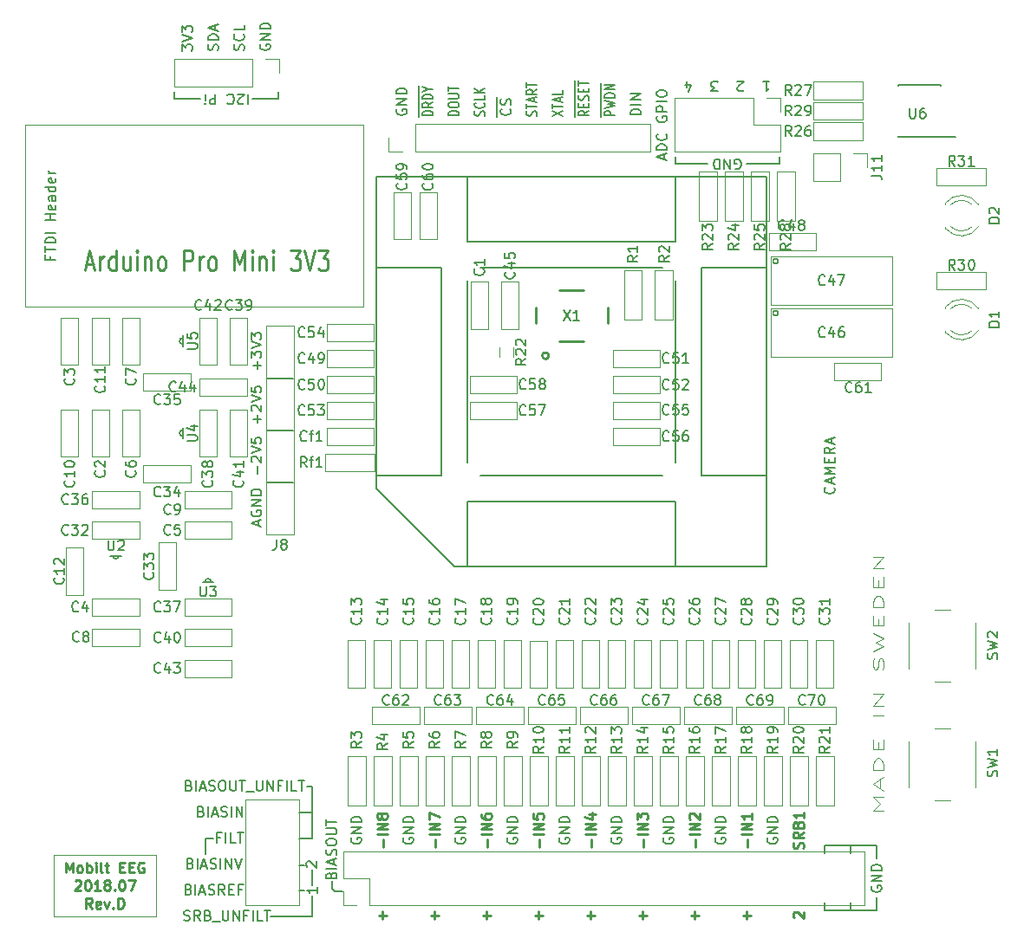
<source format=gto>
%TF.GenerationSoftware,KiCad,Pcbnew,(5.0.1)-4*%
%TF.CreationDate,2019-04-28T15:30:36+02:00*%
%TF.ProjectId,mobilt_eeg_frontend-exjobb2018,6D6F62696C745F6565675F66726F6E74,rev?*%
%TF.SameCoordinates,Original*%
%TF.FileFunction,Legend,Top*%
%TF.FilePolarity,Positive*%
%FSLAX46Y46*%
G04 Gerber Fmt 4.6, Leading zero omitted, Abs format (unit mm)*
G04 Created by KiCad (PCBNEW (5.0.1)-4) date 2019-04-28 15:30:36*
%MOMM*%
%LPD*%
G01*
G04 APERTURE LIST*
%ADD10C,0.150000*%
%ADD11C,0.125000*%
%ADD12C,0.200000*%
%ADD13C,0.250000*%
%ADD14C,0.100000*%
%ADD15C,0.120000*%
%ADD16C,0.152400*%
%ADD17C,0.254000*%
G04 APERTURE END LIST*
D10*
X193765000Y-102580000D02*
X193765000Y-101945000D01*
X186145000Y-102580000D02*
X183605000Y-102580000D01*
X183605000Y-102580000D02*
X183605000Y-101945000D01*
X191225000Y-102580000D02*
X193765000Y-102580000D01*
X190780238Y-102127619D02*
X190780238Y-103127619D01*
X190351666Y-103032380D02*
X190304047Y-103080000D01*
X190208809Y-103127619D01*
X189970714Y-103127619D01*
X189875476Y-103080000D01*
X189827857Y-103032380D01*
X189780238Y-102937142D01*
X189780238Y-102841904D01*
X189827857Y-102699047D01*
X190399285Y-102127619D01*
X189780238Y-102127619D01*
X188780238Y-102222857D02*
X188827857Y-102175238D01*
X188970714Y-102127619D01*
X189065952Y-102127619D01*
X189208809Y-102175238D01*
X189304047Y-102270476D01*
X189351666Y-102365714D01*
X189399285Y-102556190D01*
X189399285Y-102699047D01*
X189351666Y-102889523D01*
X189304047Y-102984761D01*
X189208809Y-103080000D01*
X189065952Y-103127619D01*
X188970714Y-103127619D01*
X188827857Y-103080000D01*
X188780238Y-103032380D01*
X187589761Y-102127619D02*
X187589761Y-103127619D01*
X187208809Y-103127619D01*
X187113571Y-103080000D01*
X187065952Y-103032380D01*
X187018333Y-102937142D01*
X187018333Y-102794285D01*
X187065952Y-102699047D01*
X187113571Y-102651428D01*
X187208809Y-102603809D01*
X187589761Y-102603809D01*
X186589761Y-102127619D02*
X186589761Y-102794285D01*
X186589761Y-103127619D02*
X186637380Y-103080000D01*
X186589761Y-103032380D01*
X186542142Y-103080000D01*
X186589761Y-103127619D01*
X186589761Y-103032380D01*
X198972000Y-179796000D02*
X199226000Y-180050000D01*
X199226000Y-180050000D02*
X199988000Y-180050000D01*
X198972000Y-179034000D02*
X198972000Y-179796000D01*
X242660000Y-108930000D02*
X242660000Y-108295000D01*
X239485000Y-108930000D02*
X242660000Y-108930000D01*
X232500000Y-108930000D02*
X232500000Y-108295000D01*
X235675000Y-108930000D02*
X232500000Y-108930000D01*
X238341904Y-109430000D02*
X238437142Y-109477619D01*
X238580000Y-109477619D01*
X238722857Y-109430000D01*
X238818095Y-109334761D01*
X238865714Y-109239523D01*
X238913333Y-109049047D01*
X238913333Y-108906190D01*
X238865714Y-108715714D01*
X238818095Y-108620476D01*
X238722857Y-108525238D01*
X238580000Y-108477619D01*
X238484761Y-108477619D01*
X238341904Y-108525238D01*
X238294285Y-108572857D01*
X238294285Y-108906190D01*
X238484761Y-108906190D01*
X237865714Y-108477619D02*
X237865714Y-109477619D01*
X237294285Y-108477619D01*
X237294285Y-109477619D01*
X236818095Y-108477619D02*
X236818095Y-109477619D01*
X236580000Y-109477619D01*
X236437142Y-109430000D01*
X236341904Y-109334761D01*
X236294285Y-109239523D01*
X236246666Y-109049047D01*
X236246666Y-108906190D01*
X236294285Y-108715714D01*
X236341904Y-108620476D01*
X236437142Y-108525238D01*
X236580000Y-108477619D01*
X236818095Y-108477619D01*
D11*
X252822380Y-172198571D02*
X251822380Y-172198571D01*
X252536666Y-171531904D01*
X251822380Y-170865238D01*
X252822380Y-170865238D01*
X252536666Y-170008095D02*
X252536666Y-169055714D01*
X252822380Y-170198571D02*
X251822380Y-169531904D01*
X252822380Y-168865238D01*
X252822380Y-168198571D02*
X251822380Y-168198571D01*
X251822380Y-167722380D01*
X251870000Y-167436666D01*
X251965238Y-167246190D01*
X252060476Y-167150952D01*
X252250952Y-167055714D01*
X252393809Y-167055714D01*
X252584285Y-167150952D01*
X252679523Y-167246190D01*
X252774761Y-167436666D01*
X252822380Y-167722380D01*
X252822380Y-168198571D01*
X252298571Y-166198571D02*
X252298571Y-165531904D01*
X252822380Y-165246190D02*
X252822380Y-166198571D01*
X251822380Y-166198571D01*
X251822380Y-165246190D01*
X252822380Y-162865238D02*
X251822380Y-162865238D01*
X252822380Y-161912857D02*
X251822380Y-161912857D01*
X252822380Y-160770000D01*
X251822380Y-160770000D01*
X252774761Y-158389047D02*
X252822380Y-158103333D01*
X252822380Y-157627142D01*
X252774761Y-157436666D01*
X252727142Y-157341428D01*
X252631904Y-157246190D01*
X252536666Y-157246190D01*
X252441428Y-157341428D01*
X252393809Y-157436666D01*
X252346190Y-157627142D01*
X252298571Y-158008095D01*
X252250952Y-158198571D01*
X252203333Y-158293809D01*
X252108095Y-158389047D01*
X252012857Y-158389047D01*
X251917619Y-158293809D01*
X251870000Y-158198571D01*
X251822380Y-158008095D01*
X251822380Y-157531904D01*
X251870000Y-157246190D01*
X251822380Y-156579523D02*
X252822380Y-156103333D01*
X252108095Y-155722380D01*
X252822380Y-155341428D01*
X251822380Y-154865238D01*
X252298571Y-154103333D02*
X252298571Y-153436666D01*
X252822380Y-153150952D02*
X252822380Y-154103333D01*
X251822380Y-154103333D01*
X251822380Y-153150952D01*
X252822380Y-152293809D02*
X251822380Y-152293809D01*
X251822380Y-151817619D01*
X251870000Y-151531904D01*
X251965238Y-151341428D01*
X252060476Y-151246190D01*
X252250952Y-151150952D01*
X252393809Y-151150952D01*
X252584285Y-151246190D01*
X252679523Y-151341428D01*
X252774761Y-151531904D01*
X252822380Y-151817619D01*
X252822380Y-152293809D01*
X252298571Y-150293809D02*
X252298571Y-149627142D01*
X252822380Y-149341428D02*
X252822380Y-150293809D01*
X251822380Y-150293809D01*
X251822380Y-149341428D01*
X252822380Y-148484285D02*
X251822380Y-148484285D01*
X252822380Y-147341428D01*
X251822380Y-147341428D01*
D10*
X197016000Y-169780000D02*
X196508000Y-169780000D01*
X195746000Y-172320000D02*
X197016000Y-172320000D01*
X197016000Y-174860000D02*
X197016000Y-169780000D01*
X195746000Y-174860000D02*
X197016000Y-174860000D01*
X196254000Y-177510000D02*
X195746000Y-177510000D01*
X196254000Y-179940000D02*
X195746000Y-179940000D01*
X197016000Y-179432000D02*
X197016000Y-177908000D01*
X197016000Y-182480000D02*
X193016000Y-182480000D01*
X241525000Y-174842904D02*
X241477380Y-174938142D01*
X241477380Y-175081000D01*
X241525000Y-175223857D01*
X241620238Y-175319095D01*
X241715476Y-175366714D01*
X241905952Y-175414333D01*
X242048809Y-175414333D01*
X242239285Y-175366714D01*
X242334523Y-175319095D01*
X242429761Y-175223857D01*
X242477380Y-175081000D01*
X242477380Y-174985761D01*
X242429761Y-174842904D01*
X242382142Y-174795285D01*
X242048809Y-174795285D01*
X242048809Y-174985761D01*
X242477380Y-174366714D02*
X241477380Y-174366714D01*
X242477380Y-173795285D01*
X241477380Y-173795285D01*
X242477380Y-173319095D02*
X241477380Y-173319095D01*
X241477380Y-173081000D01*
X241525000Y-172938142D01*
X241620238Y-172842904D01*
X241715476Y-172795285D01*
X241905952Y-172747666D01*
X242048809Y-172747666D01*
X242239285Y-172795285D01*
X242334523Y-172842904D01*
X242429761Y-172938142D01*
X242477380Y-173081000D01*
X242477380Y-173319095D01*
X236445000Y-174842904D02*
X236397380Y-174938142D01*
X236397380Y-175081000D01*
X236445000Y-175223857D01*
X236540238Y-175319095D01*
X236635476Y-175366714D01*
X236825952Y-175414333D01*
X236968809Y-175414333D01*
X237159285Y-175366714D01*
X237254523Y-175319095D01*
X237349761Y-175223857D01*
X237397380Y-175081000D01*
X237397380Y-174985761D01*
X237349761Y-174842904D01*
X237302142Y-174795285D01*
X236968809Y-174795285D01*
X236968809Y-174985761D01*
X237397380Y-174366714D02*
X236397380Y-174366714D01*
X237397380Y-173795285D01*
X236397380Y-173795285D01*
X237397380Y-173319095D02*
X236397380Y-173319095D01*
X236397380Y-173081000D01*
X236445000Y-172938142D01*
X236540238Y-172842904D01*
X236635476Y-172795285D01*
X236825952Y-172747666D01*
X236968809Y-172747666D01*
X237159285Y-172795285D01*
X237254523Y-172842904D01*
X237349761Y-172938142D01*
X237397380Y-173081000D01*
X237397380Y-173319095D01*
X231365000Y-174842904D02*
X231317380Y-174938142D01*
X231317380Y-175081000D01*
X231365000Y-175223857D01*
X231460238Y-175319095D01*
X231555476Y-175366714D01*
X231745952Y-175414333D01*
X231888809Y-175414333D01*
X232079285Y-175366714D01*
X232174523Y-175319095D01*
X232269761Y-175223857D01*
X232317380Y-175081000D01*
X232317380Y-174985761D01*
X232269761Y-174842904D01*
X232222142Y-174795285D01*
X231888809Y-174795285D01*
X231888809Y-174985761D01*
X232317380Y-174366714D02*
X231317380Y-174366714D01*
X232317380Y-173795285D01*
X231317380Y-173795285D01*
X232317380Y-173319095D02*
X231317380Y-173319095D01*
X231317380Y-173081000D01*
X231365000Y-172938142D01*
X231460238Y-172842904D01*
X231555476Y-172795285D01*
X231745952Y-172747666D01*
X231888809Y-172747666D01*
X232079285Y-172795285D01*
X232174523Y-172842904D01*
X232269761Y-172938142D01*
X232317380Y-173081000D01*
X232317380Y-173319095D01*
X226285000Y-174842904D02*
X226237380Y-174938142D01*
X226237380Y-175081000D01*
X226285000Y-175223857D01*
X226380238Y-175319095D01*
X226475476Y-175366714D01*
X226665952Y-175414333D01*
X226808809Y-175414333D01*
X226999285Y-175366714D01*
X227094523Y-175319095D01*
X227189761Y-175223857D01*
X227237380Y-175081000D01*
X227237380Y-174985761D01*
X227189761Y-174842904D01*
X227142142Y-174795285D01*
X226808809Y-174795285D01*
X226808809Y-174985761D01*
X227237380Y-174366714D02*
X226237380Y-174366714D01*
X227237380Y-173795285D01*
X226237380Y-173795285D01*
X227237380Y-173319095D02*
X226237380Y-173319095D01*
X226237380Y-173081000D01*
X226285000Y-172938142D01*
X226380238Y-172842904D01*
X226475476Y-172795285D01*
X226665952Y-172747666D01*
X226808809Y-172747666D01*
X226999285Y-172795285D01*
X227094523Y-172842904D01*
X227189761Y-172938142D01*
X227237380Y-173081000D01*
X227237380Y-173319095D01*
X221205000Y-174842904D02*
X221157380Y-174938142D01*
X221157380Y-175081000D01*
X221205000Y-175223857D01*
X221300238Y-175319095D01*
X221395476Y-175366714D01*
X221585952Y-175414333D01*
X221728809Y-175414333D01*
X221919285Y-175366714D01*
X222014523Y-175319095D01*
X222109761Y-175223857D01*
X222157380Y-175081000D01*
X222157380Y-174985761D01*
X222109761Y-174842904D01*
X222062142Y-174795285D01*
X221728809Y-174795285D01*
X221728809Y-174985761D01*
X222157380Y-174366714D02*
X221157380Y-174366714D01*
X222157380Y-173795285D01*
X221157380Y-173795285D01*
X222157380Y-173319095D02*
X221157380Y-173319095D01*
X221157380Y-173081000D01*
X221205000Y-172938142D01*
X221300238Y-172842904D01*
X221395476Y-172795285D01*
X221585952Y-172747666D01*
X221728809Y-172747666D01*
X221919285Y-172795285D01*
X222014523Y-172842904D01*
X222109761Y-172938142D01*
X222157380Y-173081000D01*
X222157380Y-173319095D01*
X216125000Y-174842904D02*
X216077380Y-174938142D01*
X216077380Y-175081000D01*
X216125000Y-175223857D01*
X216220238Y-175319095D01*
X216315476Y-175366714D01*
X216505952Y-175414333D01*
X216648809Y-175414333D01*
X216839285Y-175366714D01*
X216934523Y-175319095D01*
X217029761Y-175223857D01*
X217077380Y-175081000D01*
X217077380Y-174985761D01*
X217029761Y-174842904D01*
X216982142Y-174795285D01*
X216648809Y-174795285D01*
X216648809Y-174985761D01*
X217077380Y-174366714D02*
X216077380Y-174366714D01*
X217077380Y-173795285D01*
X216077380Y-173795285D01*
X217077380Y-173319095D02*
X216077380Y-173319095D01*
X216077380Y-173081000D01*
X216125000Y-172938142D01*
X216220238Y-172842904D01*
X216315476Y-172795285D01*
X216505952Y-172747666D01*
X216648809Y-172747666D01*
X216839285Y-172795285D01*
X216934523Y-172842904D01*
X217029761Y-172938142D01*
X217077380Y-173081000D01*
X217077380Y-173319095D01*
X211045000Y-174842904D02*
X210997380Y-174938142D01*
X210997380Y-175081000D01*
X211045000Y-175223857D01*
X211140238Y-175319095D01*
X211235476Y-175366714D01*
X211425952Y-175414333D01*
X211568809Y-175414333D01*
X211759285Y-175366714D01*
X211854523Y-175319095D01*
X211949761Y-175223857D01*
X211997380Y-175081000D01*
X211997380Y-174985761D01*
X211949761Y-174842904D01*
X211902142Y-174795285D01*
X211568809Y-174795285D01*
X211568809Y-174985761D01*
X211997380Y-174366714D02*
X210997380Y-174366714D01*
X211997380Y-173795285D01*
X210997380Y-173795285D01*
X211997380Y-173319095D02*
X210997380Y-173319095D01*
X210997380Y-173081000D01*
X211045000Y-172938142D01*
X211140238Y-172842904D01*
X211235476Y-172795285D01*
X211425952Y-172747666D01*
X211568809Y-172747666D01*
X211759285Y-172795285D01*
X211854523Y-172842904D01*
X211949761Y-172938142D01*
X211997380Y-173081000D01*
X211997380Y-173319095D01*
X205965000Y-174842904D02*
X205917380Y-174938142D01*
X205917380Y-175081000D01*
X205965000Y-175223857D01*
X206060238Y-175319095D01*
X206155476Y-175366714D01*
X206345952Y-175414333D01*
X206488809Y-175414333D01*
X206679285Y-175366714D01*
X206774523Y-175319095D01*
X206869761Y-175223857D01*
X206917380Y-175081000D01*
X206917380Y-174985761D01*
X206869761Y-174842904D01*
X206822142Y-174795285D01*
X206488809Y-174795285D01*
X206488809Y-174985761D01*
X206917380Y-174366714D02*
X205917380Y-174366714D01*
X206917380Y-173795285D01*
X205917380Y-173795285D01*
X206917380Y-173319095D02*
X205917380Y-173319095D01*
X205917380Y-173081000D01*
X205965000Y-172938142D01*
X206060238Y-172842904D01*
X206155476Y-172795285D01*
X206345952Y-172747666D01*
X206488809Y-172747666D01*
X206679285Y-172795285D01*
X206774523Y-172842904D01*
X206869761Y-172938142D01*
X206917380Y-173081000D01*
X206917380Y-173319095D01*
X191691428Y-129031904D02*
X191691428Y-128270000D01*
X192072380Y-128650952D02*
X191310476Y-128650952D01*
X191072380Y-127889047D02*
X191072380Y-127270000D01*
X191453333Y-127603333D01*
X191453333Y-127460476D01*
X191500952Y-127365238D01*
X191548571Y-127317619D01*
X191643809Y-127270000D01*
X191881904Y-127270000D01*
X191977142Y-127317619D01*
X192024761Y-127365238D01*
X192072380Y-127460476D01*
X192072380Y-127746190D01*
X192024761Y-127841428D01*
X191977142Y-127889047D01*
X191072380Y-126984285D02*
X192072380Y-126650952D01*
X191072380Y-126317619D01*
X191072380Y-126079523D02*
X191072380Y-125460476D01*
X191453333Y-125793809D01*
X191453333Y-125650952D01*
X191500952Y-125555714D01*
X191548571Y-125508095D01*
X191643809Y-125460476D01*
X191881904Y-125460476D01*
X191977142Y-125508095D01*
X192024761Y-125555714D01*
X192072380Y-125650952D01*
X192072380Y-125936666D01*
X192024761Y-126031904D01*
X191977142Y-126079523D01*
X191691428Y-134281904D02*
X191691428Y-133520000D01*
X192072380Y-133900952D02*
X191310476Y-133900952D01*
X191167619Y-133091428D02*
X191120000Y-133043809D01*
X191072380Y-132948571D01*
X191072380Y-132710476D01*
X191120000Y-132615238D01*
X191167619Y-132567619D01*
X191262857Y-132520000D01*
X191358095Y-132520000D01*
X191500952Y-132567619D01*
X192072380Y-133139047D01*
X192072380Y-132520000D01*
X191072380Y-132234285D02*
X192072380Y-131900952D01*
X191072380Y-131567619D01*
X191072380Y-130758095D02*
X191072380Y-131234285D01*
X191548571Y-131281904D01*
X191500952Y-131234285D01*
X191453333Y-131139047D01*
X191453333Y-130900952D01*
X191500952Y-130805714D01*
X191548571Y-130758095D01*
X191643809Y-130710476D01*
X191881904Y-130710476D01*
X191977142Y-130758095D01*
X192024761Y-130805714D01*
X192072380Y-130900952D01*
X192072380Y-131139047D01*
X192024761Y-131234285D01*
X191977142Y-131281904D01*
X191691428Y-139281904D02*
X191691428Y-138520000D01*
X191167619Y-138091428D02*
X191120000Y-138043809D01*
X191072380Y-137948571D01*
X191072380Y-137710476D01*
X191120000Y-137615238D01*
X191167619Y-137567619D01*
X191262857Y-137520000D01*
X191358095Y-137520000D01*
X191500952Y-137567619D01*
X192072380Y-138139047D01*
X192072380Y-137520000D01*
X191072380Y-137234285D02*
X192072380Y-136900952D01*
X191072380Y-136567619D01*
X191072380Y-135758095D02*
X191072380Y-136234285D01*
X191548571Y-136281904D01*
X191500952Y-136234285D01*
X191453333Y-136139047D01*
X191453333Y-135900952D01*
X191500952Y-135805714D01*
X191548571Y-135758095D01*
X191643809Y-135710476D01*
X191881904Y-135710476D01*
X191977142Y-135758095D01*
X192024761Y-135805714D01*
X192072380Y-135900952D01*
X192072380Y-136139047D01*
X192024761Y-136234285D01*
X191977142Y-136281904D01*
X191786666Y-144281904D02*
X191786666Y-143805714D01*
X192072380Y-144377142D02*
X191072380Y-144043809D01*
X192072380Y-143710476D01*
X191120000Y-142853333D02*
X191072380Y-142948571D01*
X191072380Y-143091428D01*
X191120000Y-143234285D01*
X191215238Y-143329523D01*
X191310476Y-143377142D01*
X191500952Y-143424761D01*
X191643809Y-143424761D01*
X191834285Y-143377142D01*
X191929523Y-143329523D01*
X192024761Y-143234285D01*
X192072380Y-143091428D01*
X192072380Y-142996190D01*
X192024761Y-142853333D01*
X191977142Y-142805714D01*
X191643809Y-142805714D01*
X191643809Y-142996190D01*
X192072380Y-142377142D02*
X191072380Y-142377142D01*
X192072380Y-141805714D01*
X191072380Y-141805714D01*
X192072380Y-141329523D02*
X191072380Y-141329523D01*
X191072380Y-141091428D01*
X191120000Y-140948571D01*
X191215238Y-140853333D01*
X191310476Y-140805714D01*
X191500952Y-140758095D01*
X191643809Y-140758095D01*
X191834285Y-140805714D01*
X191929523Y-140853333D01*
X192024761Y-140948571D01*
X192072380Y-141091428D01*
X192072380Y-141329523D01*
X197016000Y-182480000D02*
X197016000Y-180448000D01*
X197532380Y-179654285D02*
X197532380Y-180225714D01*
X197532380Y-179940000D02*
X196532380Y-179940000D01*
X196675238Y-180035238D01*
X196770476Y-180130476D01*
X196818095Y-180225714D01*
X196563619Y-177685714D02*
X196516000Y-177638095D01*
X196468380Y-177542857D01*
X196468380Y-177304761D01*
X196516000Y-177209523D01*
X196563619Y-177161904D01*
X196658857Y-177114285D01*
X196754095Y-177114285D01*
X196896952Y-177161904D01*
X197468380Y-177733333D01*
X197468380Y-177114285D01*
X184531333Y-182884761D02*
X184674190Y-182932380D01*
X184912285Y-182932380D01*
X185007523Y-182884761D01*
X185055142Y-182837142D01*
X185102761Y-182741904D01*
X185102761Y-182646666D01*
X185055142Y-182551428D01*
X185007523Y-182503809D01*
X184912285Y-182456190D01*
X184721809Y-182408571D01*
X184626571Y-182360952D01*
X184578952Y-182313333D01*
X184531333Y-182218095D01*
X184531333Y-182122857D01*
X184578952Y-182027619D01*
X184626571Y-181980000D01*
X184721809Y-181932380D01*
X184959904Y-181932380D01*
X185102761Y-181980000D01*
X186102761Y-182932380D02*
X185769428Y-182456190D01*
X185531333Y-182932380D02*
X185531333Y-181932380D01*
X185912285Y-181932380D01*
X186007523Y-181980000D01*
X186055142Y-182027619D01*
X186102761Y-182122857D01*
X186102761Y-182265714D01*
X186055142Y-182360952D01*
X186007523Y-182408571D01*
X185912285Y-182456190D01*
X185531333Y-182456190D01*
X186864666Y-182408571D02*
X187007523Y-182456190D01*
X187055142Y-182503809D01*
X187102761Y-182599047D01*
X187102761Y-182741904D01*
X187055142Y-182837142D01*
X187007523Y-182884761D01*
X186912285Y-182932380D01*
X186531333Y-182932380D01*
X186531333Y-181932380D01*
X186864666Y-181932380D01*
X186959904Y-181980000D01*
X187007523Y-182027619D01*
X187055142Y-182122857D01*
X187055142Y-182218095D01*
X187007523Y-182313333D01*
X186959904Y-182360952D01*
X186864666Y-182408571D01*
X186531333Y-182408571D01*
X187293238Y-183027619D02*
X188055142Y-183027619D01*
X188293238Y-181932380D02*
X188293238Y-182741904D01*
X188340857Y-182837142D01*
X188388476Y-182884761D01*
X188483714Y-182932380D01*
X188674190Y-182932380D01*
X188769428Y-182884761D01*
X188817047Y-182837142D01*
X188864666Y-182741904D01*
X188864666Y-181932380D01*
X189340857Y-182932380D02*
X189340857Y-181932380D01*
X189912285Y-182932380D01*
X189912285Y-181932380D01*
X190721809Y-182408571D02*
X190388476Y-182408571D01*
X190388476Y-182932380D02*
X190388476Y-181932380D01*
X190864666Y-181932380D01*
X191245619Y-182932380D02*
X191245619Y-181932380D01*
X192198000Y-182932380D02*
X191721809Y-182932380D01*
X191721809Y-181932380D01*
X192388476Y-181932380D02*
X192959904Y-181932380D01*
X192674190Y-182932380D02*
X192674190Y-181932380D01*
X249645000Y-181955000D02*
X249645000Y-181193000D01*
X247105000Y-181955000D02*
X247105000Y-181193000D01*
X252185000Y-181955000D02*
X247105000Y-181955000D01*
X252185000Y-180685000D02*
X252185000Y-181955000D01*
X247105000Y-175605000D02*
X247105000Y-176367000D01*
X249645000Y-175605000D02*
X249645000Y-176367000D01*
X252185000Y-175605000D02*
X252185000Y-176875000D01*
X247105000Y-175605000D02*
X252185000Y-175605000D01*
X184975619Y-179868571D02*
X185118476Y-179916190D01*
X185166095Y-179963809D01*
X185213714Y-180059047D01*
X185213714Y-180201904D01*
X185166095Y-180297142D01*
X185118476Y-180344761D01*
X185023238Y-180392380D01*
X184642285Y-180392380D01*
X184642285Y-179392380D01*
X184975619Y-179392380D01*
X185070857Y-179440000D01*
X185118476Y-179487619D01*
X185166095Y-179582857D01*
X185166095Y-179678095D01*
X185118476Y-179773333D01*
X185070857Y-179820952D01*
X184975619Y-179868571D01*
X184642285Y-179868571D01*
X185642285Y-180392380D02*
X185642285Y-179392380D01*
X186070857Y-180106666D02*
X186547047Y-180106666D01*
X185975619Y-180392380D02*
X186308952Y-179392380D01*
X186642285Y-180392380D01*
X186928000Y-180344761D02*
X187070857Y-180392380D01*
X187308952Y-180392380D01*
X187404190Y-180344761D01*
X187451809Y-180297142D01*
X187499428Y-180201904D01*
X187499428Y-180106666D01*
X187451809Y-180011428D01*
X187404190Y-179963809D01*
X187308952Y-179916190D01*
X187118476Y-179868571D01*
X187023238Y-179820952D01*
X186975619Y-179773333D01*
X186928000Y-179678095D01*
X186928000Y-179582857D01*
X186975619Y-179487619D01*
X187023238Y-179440000D01*
X187118476Y-179392380D01*
X187356571Y-179392380D01*
X187499428Y-179440000D01*
X188499428Y-180392380D02*
X188166095Y-179916190D01*
X187928000Y-180392380D02*
X187928000Y-179392380D01*
X188308952Y-179392380D01*
X188404190Y-179440000D01*
X188451809Y-179487619D01*
X188499428Y-179582857D01*
X188499428Y-179725714D01*
X188451809Y-179820952D01*
X188404190Y-179868571D01*
X188308952Y-179916190D01*
X187928000Y-179916190D01*
X188928000Y-179868571D02*
X189261333Y-179868571D01*
X189404190Y-180392380D02*
X188928000Y-180392380D01*
X188928000Y-179392380D01*
X189404190Y-179392380D01*
X190166095Y-179868571D02*
X189832761Y-179868571D01*
X189832761Y-180392380D02*
X189832761Y-179392380D01*
X190308952Y-179392380D01*
X186666000Y-174860000D02*
X186666000Y-176384000D01*
X187428000Y-174860000D02*
X186666000Y-174860000D01*
X188071047Y-174788571D02*
X187737714Y-174788571D01*
X187737714Y-175312380D02*
X187737714Y-174312380D01*
X188213904Y-174312380D01*
X188594857Y-175312380D02*
X188594857Y-174312380D01*
X189547238Y-175312380D02*
X189071047Y-175312380D01*
X189071047Y-174312380D01*
X189737714Y-174312380D02*
X190309142Y-174312380D01*
X190023428Y-175312380D02*
X190023428Y-174312380D01*
X185153095Y-177328571D02*
X185295952Y-177376190D01*
X185343571Y-177423809D01*
X185391190Y-177519047D01*
X185391190Y-177661904D01*
X185343571Y-177757142D01*
X185295952Y-177804761D01*
X185200714Y-177852380D01*
X184819761Y-177852380D01*
X184819761Y-176852380D01*
X185153095Y-176852380D01*
X185248333Y-176900000D01*
X185295952Y-176947619D01*
X185343571Y-177042857D01*
X185343571Y-177138095D01*
X185295952Y-177233333D01*
X185248333Y-177280952D01*
X185153095Y-177328571D01*
X184819761Y-177328571D01*
X185819761Y-177852380D02*
X185819761Y-176852380D01*
X186248333Y-177566666D02*
X186724523Y-177566666D01*
X186153095Y-177852380D02*
X186486428Y-176852380D01*
X186819761Y-177852380D01*
X187105476Y-177804761D02*
X187248333Y-177852380D01*
X187486428Y-177852380D01*
X187581666Y-177804761D01*
X187629285Y-177757142D01*
X187676904Y-177661904D01*
X187676904Y-177566666D01*
X187629285Y-177471428D01*
X187581666Y-177423809D01*
X187486428Y-177376190D01*
X187295952Y-177328571D01*
X187200714Y-177280952D01*
X187153095Y-177233333D01*
X187105476Y-177138095D01*
X187105476Y-177042857D01*
X187153095Y-176947619D01*
X187200714Y-176900000D01*
X187295952Y-176852380D01*
X187534047Y-176852380D01*
X187676904Y-176900000D01*
X188105476Y-177852380D02*
X188105476Y-176852380D01*
X188581666Y-177852380D02*
X188581666Y-176852380D01*
X189153095Y-177852380D01*
X189153095Y-176852380D01*
X189486428Y-176852380D02*
X189819761Y-177852380D01*
X190153095Y-176852380D01*
X185031047Y-169708571D02*
X185173904Y-169756190D01*
X185221523Y-169803809D01*
X185269142Y-169899047D01*
X185269142Y-170041904D01*
X185221523Y-170137142D01*
X185173904Y-170184761D01*
X185078666Y-170232380D01*
X184697714Y-170232380D01*
X184697714Y-169232380D01*
X185031047Y-169232380D01*
X185126285Y-169280000D01*
X185173904Y-169327619D01*
X185221523Y-169422857D01*
X185221523Y-169518095D01*
X185173904Y-169613333D01*
X185126285Y-169660952D01*
X185031047Y-169708571D01*
X184697714Y-169708571D01*
X185697714Y-170232380D02*
X185697714Y-169232380D01*
X186126285Y-169946666D02*
X186602476Y-169946666D01*
X186031047Y-170232380D02*
X186364380Y-169232380D01*
X186697714Y-170232380D01*
X186983428Y-170184761D02*
X187126285Y-170232380D01*
X187364380Y-170232380D01*
X187459619Y-170184761D01*
X187507238Y-170137142D01*
X187554857Y-170041904D01*
X187554857Y-169946666D01*
X187507238Y-169851428D01*
X187459619Y-169803809D01*
X187364380Y-169756190D01*
X187173904Y-169708571D01*
X187078666Y-169660952D01*
X187031047Y-169613333D01*
X186983428Y-169518095D01*
X186983428Y-169422857D01*
X187031047Y-169327619D01*
X187078666Y-169280000D01*
X187173904Y-169232380D01*
X187412000Y-169232380D01*
X187554857Y-169280000D01*
X188173904Y-169232380D02*
X188364380Y-169232380D01*
X188459619Y-169280000D01*
X188554857Y-169375238D01*
X188602476Y-169565714D01*
X188602476Y-169899047D01*
X188554857Y-170089523D01*
X188459619Y-170184761D01*
X188364380Y-170232380D01*
X188173904Y-170232380D01*
X188078666Y-170184761D01*
X187983428Y-170089523D01*
X187935809Y-169899047D01*
X187935809Y-169565714D01*
X187983428Y-169375238D01*
X188078666Y-169280000D01*
X188173904Y-169232380D01*
X189031047Y-169232380D02*
X189031047Y-170041904D01*
X189078666Y-170137142D01*
X189126285Y-170184761D01*
X189221523Y-170232380D01*
X189412000Y-170232380D01*
X189507238Y-170184761D01*
X189554857Y-170137142D01*
X189602476Y-170041904D01*
X189602476Y-169232380D01*
X189935809Y-169232380D02*
X190507238Y-169232380D01*
X190221523Y-170232380D02*
X190221523Y-169232380D01*
X190602476Y-170327619D02*
X191364380Y-170327619D01*
X191602476Y-169232380D02*
X191602476Y-170041904D01*
X191650095Y-170137142D01*
X191697714Y-170184761D01*
X191792952Y-170232380D01*
X191983428Y-170232380D01*
X192078666Y-170184761D01*
X192126285Y-170137142D01*
X192173904Y-170041904D01*
X192173904Y-169232380D01*
X192650095Y-170232380D02*
X192650095Y-169232380D01*
X193221523Y-170232380D01*
X193221523Y-169232380D01*
X194031047Y-169708571D02*
X193697714Y-169708571D01*
X193697714Y-170232380D02*
X193697714Y-169232380D01*
X194173904Y-169232380D01*
X194554857Y-170232380D02*
X194554857Y-169232380D01*
X195507238Y-170232380D02*
X195031047Y-170232380D01*
X195031047Y-169232380D01*
X195697714Y-169232380D02*
X196269142Y-169232380D01*
X195983428Y-170232380D02*
X195983428Y-169232380D01*
X186216666Y-172248571D02*
X186359523Y-172296190D01*
X186407142Y-172343809D01*
X186454761Y-172439047D01*
X186454761Y-172581904D01*
X186407142Y-172677142D01*
X186359523Y-172724761D01*
X186264285Y-172772380D01*
X185883333Y-172772380D01*
X185883333Y-171772380D01*
X186216666Y-171772380D01*
X186311904Y-171820000D01*
X186359523Y-171867619D01*
X186407142Y-171962857D01*
X186407142Y-172058095D01*
X186359523Y-172153333D01*
X186311904Y-172200952D01*
X186216666Y-172248571D01*
X185883333Y-172248571D01*
X186883333Y-172772380D02*
X186883333Y-171772380D01*
X187311904Y-172486666D02*
X187788095Y-172486666D01*
X187216666Y-172772380D02*
X187550000Y-171772380D01*
X187883333Y-172772380D01*
X188169047Y-172724761D02*
X188311904Y-172772380D01*
X188550000Y-172772380D01*
X188645238Y-172724761D01*
X188692857Y-172677142D01*
X188740476Y-172581904D01*
X188740476Y-172486666D01*
X188692857Y-172391428D01*
X188645238Y-172343809D01*
X188550000Y-172296190D01*
X188359523Y-172248571D01*
X188264285Y-172200952D01*
X188216666Y-172153333D01*
X188169047Y-172058095D01*
X188169047Y-171962857D01*
X188216666Y-171867619D01*
X188264285Y-171820000D01*
X188359523Y-171772380D01*
X188597619Y-171772380D01*
X188740476Y-171820000D01*
X189169047Y-172772380D02*
X189169047Y-171772380D01*
X189645238Y-172772380D02*
X189645238Y-171772380D01*
X190216666Y-172772380D01*
X190216666Y-171772380D01*
X229142380Y-104149404D02*
X228142380Y-104149404D01*
X228142380Y-103911309D01*
X228190000Y-103768452D01*
X228285238Y-103673214D01*
X228380476Y-103625595D01*
X228570952Y-103577976D01*
X228713809Y-103577976D01*
X228904285Y-103625595D01*
X228999523Y-103673214D01*
X229094761Y-103768452D01*
X229142380Y-103911309D01*
X229142380Y-104149404D01*
X229142380Y-103149404D02*
X228142380Y-103149404D01*
X229142380Y-102673214D02*
X228142380Y-102673214D01*
X229142380Y-102101785D01*
X228142380Y-102101785D01*
X225235000Y-104387500D02*
X225235000Y-103587500D01*
X226602380Y-104197023D02*
X225602380Y-104197023D01*
X225602380Y-103892261D01*
X225650000Y-103816071D01*
X225697619Y-103777976D01*
X225792857Y-103739880D01*
X225935714Y-103739880D01*
X226030952Y-103777976D01*
X226078571Y-103816071D01*
X226126190Y-103892261D01*
X226126190Y-104197023D01*
X225235000Y-103587500D02*
X225235000Y-102673214D01*
X225602380Y-103473214D02*
X226602380Y-103282738D01*
X225888095Y-103130357D01*
X226602380Y-102977976D01*
X225602380Y-102787500D01*
X225235000Y-102673214D02*
X225235000Y-101873214D01*
X226602380Y-102482738D02*
X225602380Y-102482738D01*
X225602380Y-102292261D01*
X225650000Y-102177976D01*
X225745238Y-102101785D01*
X225840476Y-102063690D01*
X226030952Y-102025595D01*
X226173809Y-102025595D01*
X226364285Y-102063690D01*
X226459523Y-102101785D01*
X226554761Y-102177976D01*
X226602380Y-102292261D01*
X226602380Y-102482738D01*
X225235000Y-101873214D02*
X225235000Y-101035119D01*
X226602380Y-101682738D02*
X225602380Y-101682738D01*
X226602380Y-101225595D01*
X225602380Y-101225595D01*
X222695000Y-104387500D02*
X222695000Y-103587500D01*
X224062380Y-103739880D02*
X223586190Y-104006547D01*
X224062380Y-104197023D02*
X223062380Y-104197023D01*
X223062380Y-103892261D01*
X223110000Y-103816071D01*
X223157619Y-103777976D01*
X223252857Y-103739880D01*
X223395714Y-103739880D01*
X223490952Y-103777976D01*
X223538571Y-103816071D01*
X223586190Y-103892261D01*
X223586190Y-104197023D01*
X222695000Y-103587500D02*
X222695000Y-102863690D01*
X223538571Y-103397023D02*
X223538571Y-103130357D01*
X224062380Y-103016071D02*
X224062380Y-103397023D01*
X223062380Y-103397023D01*
X223062380Y-103016071D01*
X222695000Y-102863690D02*
X222695000Y-102101785D01*
X224014761Y-102711309D02*
X224062380Y-102597023D01*
X224062380Y-102406547D01*
X224014761Y-102330357D01*
X223967142Y-102292261D01*
X223871904Y-102254166D01*
X223776666Y-102254166D01*
X223681428Y-102292261D01*
X223633809Y-102330357D01*
X223586190Y-102406547D01*
X223538571Y-102558928D01*
X223490952Y-102635119D01*
X223443333Y-102673214D01*
X223348095Y-102711309D01*
X223252857Y-102711309D01*
X223157619Y-102673214D01*
X223110000Y-102635119D01*
X223062380Y-102558928D01*
X223062380Y-102368452D01*
X223110000Y-102254166D01*
X222695000Y-102101785D02*
X222695000Y-101377976D01*
X223538571Y-101911309D02*
X223538571Y-101644642D01*
X224062380Y-101530357D02*
X224062380Y-101911309D01*
X223062380Y-101911309D01*
X223062380Y-101530357D01*
X222695000Y-101377976D02*
X222695000Y-100768452D01*
X223062380Y-101301785D02*
X223062380Y-100844642D01*
X224062380Y-101073214D02*
X223062380Y-101073214D01*
X220522380Y-104273214D02*
X221522380Y-103739880D01*
X220522380Y-103739880D02*
X221522380Y-104273214D01*
X220522380Y-103549404D02*
X220522380Y-103092261D01*
X221522380Y-103320833D02*
X220522380Y-103320833D01*
X221236666Y-102863690D02*
X221236666Y-102482738D01*
X221522380Y-102939880D02*
X220522380Y-102673214D01*
X221522380Y-102406547D01*
X221522380Y-101758928D02*
X221522380Y-102139880D01*
X220522380Y-102139880D01*
X218934761Y-104235119D02*
X218982380Y-104120833D01*
X218982380Y-103930357D01*
X218934761Y-103854166D01*
X218887142Y-103816071D01*
X218791904Y-103777976D01*
X218696666Y-103777976D01*
X218601428Y-103816071D01*
X218553809Y-103854166D01*
X218506190Y-103930357D01*
X218458571Y-104082738D01*
X218410952Y-104158928D01*
X218363333Y-104197023D01*
X218268095Y-104235119D01*
X218172857Y-104235119D01*
X218077619Y-104197023D01*
X218030000Y-104158928D01*
X217982380Y-104082738D01*
X217982380Y-103892261D01*
X218030000Y-103777976D01*
X217982380Y-103549404D02*
X217982380Y-103092261D01*
X218982380Y-103320833D02*
X217982380Y-103320833D01*
X218696666Y-102863690D02*
X218696666Y-102482738D01*
X218982380Y-102939880D02*
X217982380Y-102673214D01*
X218982380Y-102406547D01*
X218982380Y-101682738D02*
X218506190Y-101949404D01*
X218982380Y-102139880D02*
X217982380Y-102139880D01*
X217982380Y-101835119D01*
X218030000Y-101758928D01*
X218077619Y-101720833D01*
X218172857Y-101682738D01*
X218315714Y-101682738D01*
X218410952Y-101720833D01*
X218458571Y-101758928D01*
X218506190Y-101835119D01*
X218506190Y-102139880D01*
X217982380Y-101454166D02*
X217982380Y-100997023D01*
X218982380Y-101225595D02*
X217982380Y-101225595D01*
X215075000Y-104387500D02*
X215075000Y-103387500D01*
X216347142Y-103577976D02*
X216394761Y-103625595D01*
X216442380Y-103768452D01*
X216442380Y-103863690D01*
X216394761Y-104006547D01*
X216299523Y-104101785D01*
X216204285Y-104149404D01*
X216013809Y-104197023D01*
X215870952Y-104197023D01*
X215680476Y-104149404D01*
X215585238Y-104101785D01*
X215490000Y-104006547D01*
X215442380Y-103863690D01*
X215442380Y-103768452D01*
X215490000Y-103625595D01*
X215537619Y-103577976D01*
X215075000Y-103387500D02*
X215075000Y-102435119D01*
X216394761Y-103197023D02*
X216442380Y-103054166D01*
X216442380Y-102816071D01*
X216394761Y-102720833D01*
X216347142Y-102673214D01*
X216251904Y-102625595D01*
X216156666Y-102625595D01*
X216061428Y-102673214D01*
X216013809Y-102720833D01*
X215966190Y-102816071D01*
X215918571Y-103006547D01*
X215870952Y-103101785D01*
X215823333Y-103149404D01*
X215728095Y-103197023D01*
X215632857Y-103197023D01*
X215537619Y-103149404D01*
X215490000Y-103101785D01*
X215442380Y-103006547D01*
X215442380Y-102768452D01*
X215490000Y-102625595D01*
X213854761Y-104235119D02*
X213902380Y-104120833D01*
X213902380Y-103930357D01*
X213854761Y-103854166D01*
X213807142Y-103816071D01*
X213711904Y-103777976D01*
X213616666Y-103777976D01*
X213521428Y-103816071D01*
X213473809Y-103854166D01*
X213426190Y-103930357D01*
X213378571Y-104082738D01*
X213330952Y-104158928D01*
X213283333Y-104197023D01*
X213188095Y-104235119D01*
X213092857Y-104235119D01*
X212997619Y-104197023D01*
X212950000Y-104158928D01*
X212902380Y-104082738D01*
X212902380Y-103892261D01*
X212950000Y-103777976D01*
X213807142Y-102977976D02*
X213854761Y-103016071D01*
X213902380Y-103130357D01*
X213902380Y-103206547D01*
X213854761Y-103320833D01*
X213759523Y-103397023D01*
X213664285Y-103435119D01*
X213473809Y-103473214D01*
X213330952Y-103473214D01*
X213140476Y-103435119D01*
X213045238Y-103397023D01*
X212950000Y-103320833D01*
X212902380Y-103206547D01*
X212902380Y-103130357D01*
X212950000Y-103016071D01*
X212997619Y-102977976D01*
X213902380Y-102254166D02*
X213902380Y-102635119D01*
X212902380Y-102635119D01*
X213902380Y-101987500D02*
X212902380Y-101987500D01*
X213902380Y-101530357D02*
X213330952Y-101873214D01*
X212902380Y-101530357D02*
X213473809Y-101987500D01*
X211362380Y-104197023D02*
X210362380Y-104197023D01*
X210362380Y-104006547D01*
X210410000Y-103892261D01*
X210505238Y-103816071D01*
X210600476Y-103777976D01*
X210790952Y-103739880D01*
X210933809Y-103739880D01*
X211124285Y-103777976D01*
X211219523Y-103816071D01*
X211314761Y-103892261D01*
X211362380Y-104006547D01*
X211362380Y-104197023D01*
X210362380Y-103244642D02*
X210362380Y-103092261D01*
X210410000Y-103016071D01*
X210505238Y-102939880D01*
X210695714Y-102901785D01*
X211029047Y-102901785D01*
X211219523Y-102939880D01*
X211314761Y-103016071D01*
X211362380Y-103092261D01*
X211362380Y-103244642D01*
X211314761Y-103320833D01*
X211219523Y-103397023D01*
X211029047Y-103435119D01*
X210695714Y-103435119D01*
X210505238Y-103397023D01*
X210410000Y-103320833D01*
X210362380Y-103244642D01*
X210362380Y-102558928D02*
X211171904Y-102558928D01*
X211267142Y-102520833D01*
X211314761Y-102482738D01*
X211362380Y-102406547D01*
X211362380Y-102254166D01*
X211314761Y-102177976D01*
X211267142Y-102139880D01*
X211171904Y-102101785D01*
X210362380Y-102101785D01*
X210362380Y-101835119D02*
X210362380Y-101377976D01*
X211362380Y-101606547D02*
X210362380Y-101606547D01*
X207455000Y-104387500D02*
X207455000Y-103587500D01*
X208822380Y-104197023D02*
X207822380Y-104197023D01*
X207822380Y-104006547D01*
X207870000Y-103892261D01*
X207965238Y-103816071D01*
X208060476Y-103777976D01*
X208250952Y-103739880D01*
X208393809Y-103739880D01*
X208584285Y-103777976D01*
X208679523Y-103816071D01*
X208774761Y-103892261D01*
X208822380Y-104006547D01*
X208822380Y-104197023D01*
X207455000Y-103587500D02*
X207455000Y-102787500D01*
X208822380Y-102939880D02*
X208346190Y-103206547D01*
X208822380Y-103397023D02*
X207822380Y-103397023D01*
X207822380Y-103092261D01*
X207870000Y-103016071D01*
X207917619Y-102977976D01*
X208012857Y-102939880D01*
X208155714Y-102939880D01*
X208250952Y-102977976D01*
X208298571Y-103016071D01*
X208346190Y-103092261D01*
X208346190Y-103397023D01*
X207455000Y-102787500D02*
X207455000Y-101987500D01*
X208822380Y-102597023D02*
X207822380Y-102597023D01*
X207822380Y-102406547D01*
X207870000Y-102292261D01*
X207965238Y-102216071D01*
X208060476Y-102177976D01*
X208250952Y-102139880D01*
X208393809Y-102139880D01*
X208584285Y-102177976D01*
X208679523Y-102216071D01*
X208774761Y-102292261D01*
X208822380Y-102406547D01*
X208822380Y-102597023D01*
X207455000Y-101987500D02*
X207455000Y-101301785D01*
X208346190Y-101644642D02*
X208822380Y-101644642D01*
X207822380Y-101911309D02*
X208346190Y-101644642D01*
X207822380Y-101377976D01*
X205330000Y-103625595D02*
X205282380Y-103720833D01*
X205282380Y-103863690D01*
X205330000Y-104006547D01*
X205425238Y-104101785D01*
X205520476Y-104149404D01*
X205710952Y-104197023D01*
X205853809Y-104197023D01*
X206044285Y-104149404D01*
X206139523Y-104101785D01*
X206234761Y-104006547D01*
X206282380Y-103863690D01*
X206282380Y-103768452D01*
X206234761Y-103625595D01*
X206187142Y-103577976D01*
X205853809Y-103577976D01*
X205853809Y-103768452D01*
X206282380Y-103149404D02*
X205282380Y-103149404D01*
X206282380Y-102577976D01*
X205282380Y-102577976D01*
X206282380Y-102101785D02*
X205282380Y-102101785D01*
X205282380Y-101863690D01*
X205330000Y-101720833D01*
X205425238Y-101625595D01*
X205520476Y-101577976D01*
X205710952Y-101530357D01*
X205853809Y-101530357D01*
X206044285Y-101577976D01*
X206139523Y-101625595D01*
X206234761Y-101720833D01*
X206282380Y-101863690D01*
X206282380Y-102101785D01*
X184327380Y-97894642D02*
X184327380Y-97275595D01*
X184708333Y-97608928D01*
X184708333Y-97466071D01*
X184755952Y-97370833D01*
X184803571Y-97323214D01*
X184898809Y-97275595D01*
X185136904Y-97275595D01*
X185232142Y-97323214D01*
X185279761Y-97370833D01*
X185327380Y-97466071D01*
X185327380Y-97751785D01*
X185279761Y-97847023D01*
X185232142Y-97894642D01*
X184327380Y-96989880D02*
X185327380Y-96656547D01*
X184327380Y-96323214D01*
X184327380Y-96085119D02*
X184327380Y-95466071D01*
X184708333Y-95799404D01*
X184708333Y-95656547D01*
X184755952Y-95561309D01*
X184803571Y-95513690D01*
X184898809Y-95466071D01*
X185136904Y-95466071D01*
X185232142Y-95513690D01*
X185279761Y-95561309D01*
X185327380Y-95656547D01*
X185327380Y-95942261D01*
X185279761Y-96037500D01*
X185232142Y-96085119D01*
X191995000Y-97275595D02*
X191947380Y-97370833D01*
X191947380Y-97513690D01*
X191995000Y-97656547D01*
X192090238Y-97751785D01*
X192185476Y-97799404D01*
X192375952Y-97847023D01*
X192518809Y-97847023D01*
X192709285Y-97799404D01*
X192804523Y-97751785D01*
X192899761Y-97656547D01*
X192947380Y-97513690D01*
X192947380Y-97418452D01*
X192899761Y-97275595D01*
X192852142Y-97227976D01*
X192518809Y-97227976D01*
X192518809Y-97418452D01*
X192947380Y-96799404D02*
X191947380Y-96799404D01*
X192947380Y-96227976D01*
X191947380Y-96227976D01*
X192947380Y-95751785D02*
X191947380Y-95751785D01*
X191947380Y-95513690D01*
X191995000Y-95370833D01*
X192090238Y-95275595D01*
X192185476Y-95227976D01*
X192375952Y-95180357D01*
X192518809Y-95180357D01*
X192709285Y-95227976D01*
X192804523Y-95275595D01*
X192899761Y-95370833D01*
X192947380Y-95513690D01*
X192947380Y-95751785D01*
X190359761Y-97847023D02*
X190407380Y-97704166D01*
X190407380Y-97466071D01*
X190359761Y-97370833D01*
X190312142Y-97323214D01*
X190216904Y-97275595D01*
X190121666Y-97275595D01*
X190026428Y-97323214D01*
X189978809Y-97370833D01*
X189931190Y-97466071D01*
X189883571Y-97656547D01*
X189835952Y-97751785D01*
X189788333Y-97799404D01*
X189693095Y-97847023D01*
X189597857Y-97847023D01*
X189502619Y-97799404D01*
X189455000Y-97751785D01*
X189407380Y-97656547D01*
X189407380Y-97418452D01*
X189455000Y-97275595D01*
X190312142Y-96275595D02*
X190359761Y-96323214D01*
X190407380Y-96466071D01*
X190407380Y-96561309D01*
X190359761Y-96704166D01*
X190264523Y-96799404D01*
X190169285Y-96847023D01*
X189978809Y-96894642D01*
X189835952Y-96894642D01*
X189645476Y-96847023D01*
X189550238Y-96799404D01*
X189455000Y-96704166D01*
X189407380Y-96561309D01*
X189407380Y-96466071D01*
X189455000Y-96323214D01*
X189502619Y-96275595D01*
X190407380Y-95370833D02*
X190407380Y-95847023D01*
X189407380Y-95847023D01*
X187819761Y-97847023D02*
X187867380Y-97704166D01*
X187867380Y-97466071D01*
X187819761Y-97370833D01*
X187772142Y-97323214D01*
X187676904Y-97275595D01*
X187581666Y-97275595D01*
X187486428Y-97323214D01*
X187438809Y-97370833D01*
X187391190Y-97466071D01*
X187343571Y-97656547D01*
X187295952Y-97751785D01*
X187248333Y-97799404D01*
X187153095Y-97847023D01*
X187057857Y-97847023D01*
X186962619Y-97799404D01*
X186915000Y-97751785D01*
X186867380Y-97656547D01*
X186867380Y-97418452D01*
X186915000Y-97275595D01*
X187867380Y-96847023D02*
X186867380Y-96847023D01*
X186867380Y-96608928D01*
X186915000Y-96466071D01*
X187010238Y-96370833D01*
X187105476Y-96323214D01*
X187295952Y-96275595D01*
X187438809Y-96275595D01*
X187629285Y-96323214D01*
X187724523Y-96370833D01*
X187819761Y-96466071D01*
X187867380Y-96608928D01*
X187867380Y-96847023D01*
X187581666Y-95894642D02*
X187581666Y-95418452D01*
X187867380Y-95989880D02*
X186867380Y-95656547D01*
X187867380Y-95323214D01*
X233579523Y-101524285D02*
X233579523Y-100857619D01*
X233817619Y-101905238D02*
X234055714Y-101190952D01*
X233436666Y-101190952D01*
X236643333Y-101857619D02*
X236024285Y-101857619D01*
X236357619Y-101476666D01*
X236214761Y-101476666D01*
X236119523Y-101429047D01*
X236071904Y-101381428D01*
X236024285Y-101286190D01*
X236024285Y-101048095D01*
X236071904Y-100952857D01*
X236119523Y-100905238D01*
X236214761Y-100857619D01*
X236500476Y-100857619D01*
X236595714Y-100905238D01*
X236643333Y-100952857D01*
X239135714Y-101762380D02*
X239088095Y-101810000D01*
X238992857Y-101857619D01*
X238754761Y-101857619D01*
X238659523Y-101810000D01*
X238611904Y-101762380D01*
X238564285Y-101667142D01*
X238564285Y-101571904D01*
X238611904Y-101429047D01*
X239183333Y-100857619D01*
X238564285Y-100857619D01*
X241104285Y-100857619D02*
X241675714Y-100857619D01*
X241390000Y-100857619D02*
X241390000Y-101857619D01*
X241485238Y-101714761D01*
X241580476Y-101619523D01*
X241675714Y-101571904D01*
X231396666Y-108500952D02*
X231396666Y-108024761D01*
X231682380Y-108596190D02*
X230682380Y-108262857D01*
X231682380Y-107929523D01*
X231682380Y-107596190D02*
X230682380Y-107596190D01*
X230682380Y-107358095D01*
X230730000Y-107215238D01*
X230825238Y-107120000D01*
X230920476Y-107072380D01*
X231110952Y-107024761D01*
X231253809Y-107024761D01*
X231444285Y-107072380D01*
X231539523Y-107120000D01*
X231634761Y-107215238D01*
X231682380Y-107358095D01*
X231682380Y-107596190D01*
X231587142Y-106024761D02*
X231634761Y-106072380D01*
X231682380Y-106215238D01*
X231682380Y-106310476D01*
X231634761Y-106453333D01*
X231539523Y-106548571D01*
X231444285Y-106596190D01*
X231253809Y-106643809D01*
X231110952Y-106643809D01*
X230920476Y-106596190D01*
X230825238Y-106548571D01*
X230730000Y-106453333D01*
X230682380Y-106310476D01*
X230682380Y-106215238D01*
X230730000Y-106072380D01*
X230777619Y-106024761D01*
X230730000Y-104310476D02*
X230682380Y-104405714D01*
X230682380Y-104548571D01*
X230730000Y-104691428D01*
X230825238Y-104786666D01*
X230920476Y-104834285D01*
X231110952Y-104881904D01*
X231253809Y-104881904D01*
X231444285Y-104834285D01*
X231539523Y-104786666D01*
X231634761Y-104691428D01*
X231682380Y-104548571D01*
X231682380Y-104453333D01*
X231634761Y-104310476D01*
X231587142Y-104262857D01*
X231253809Y-104262857D01*
X231253809Y-104453333D01*
X231682380Y-103834285D02*
X230682380Y-103834285D01*
X230682380Y-103453333D01*
X230730000Y-103358095D01*
X230777619Y-103310476D01*
X230872857Y-103262857D01*
X231015714Y-103262857D01*
X231110952Y-103310476D01*
X231158571Y-103358095D01*
X231206190Y-103453333D01*
X231206190Y-103834285D01*
X231682380Y-102834285D02*
X230682380Y-102834285D01*
X230682380Y-102167619D02*
X230682380Y-101977142D01*
X230730000Y-101881904D01*
X230825238Y-101786666D01*
X231015714Y-101739047D01*
X231349047Y-101739047D01*
X231539523Y-101786666D01*
X231634761Y-101881904D01*
X231682380Y-101977142D01*
X231682380Y-102167619D01*
X231634761Y-102262857D01*
X231539523Y-102358095D01*
X231349047Y-102405714D01*
X231015714Y-102405714D01*
X230825238Y-102358095D01*
X230730000Y-102262857D01*
X230682380Y-102167619D01*
D12*
X247970142Y-140571428D02*
X248017761Y-140619047D01*
X248065380Y-140761904D01*
X248065380Y-140857142D01*
X248017761Y-141000000D01*
X247922523Y-141095238D01*
X247827285Y-141142857D01*
X247636809Y-141190476D01*
X247493952Y-141190476D01*
X247303476Y-141142857D01*
X247208238Y-141095238D01*
X247113000Y-141000000D01*
X247065380Y-140857142D01*
X247065380Y-140761904D01*
X247113000Y-140619047D01*
X247160619Y-140571428D01*
X247779666Y-140190476D02*
X247779666Y-139714285D01*
X248065380Y-140285714D02*
X247065380Y-139952380D01*
X248065380Y-139619047D01*
X248065380Y-139285714D02*
X247065380Y-139285714D01*
X247779666Y-138952380D01*
X247065380Y-138619047D01*
X248065380Y-138619047D01*
X247541571Y-138142857D02*
X247541571Y-137809523D01*
X248065380Y-137666666D02*
X248065380Y-138142857D01*
X247065380Y-138142857D01*
X247065380Y-137666666D01*
X248065380Y-136666666D02*
X247589190Y-137000000D01*
X248065380Y-137238095D02*
X247065380Y-137238095D01*
X247065380Y-136857142D01*
X247113000Y-136761904D01*
X247160619Y-136714285D01*
X247255857Y-136666666D01*
X247398714Y-136666666D01*
X247493952Y-136714285D01*
X247541571Y-136761904D01*
X247589190Y-136857142D01*
X247589190Y-137238095D01*
X247779666Y-136285714D02*
X247779666Y-135809523D01*
X248065380Y-136380952D02*
X247065380Y-136047619D01*
X248065380Y-135714285D01*
D10*
X200885000Y-174842904D02*
X200837380Y-174938142D01*
X200837380Y-175081000D01*
X200885000Y-175223857D01*
X200980238Y-175319095D01*
X201075476Y-175366714D01*
X201265952Y-175414333D01*
X201408809Y-175414333D01*
X201599285Y-175366714D01*
X201694523Y-175319095D01*
X201789761Y-175223857D01*
X201837380Y-175081000D01*
X201837380Y-174985761D01*
X201789761Y-174842904D01*
X201742142Y-174795285D01*
X201408809Y-174795285D01*
X201408809Y-174985761D01*
X201837380Y-174366714D02*
X200837380Y-174366714D01*
X201837380Y-173795285D01*
X200837380Y-173795285D01*
X201837380Y-173319095D02*
X200837380Y-173319095D01*
X200837380Y-173081000D01*
X200885000Y-172938142D01*
X200980238Y-172842904D01*
X201075476Y-172795285D01*
X201265952Y-172747666D01*
X201408809Y-172747666D01*
X201599285Y-172795285D01*
X201694523Y-172842904D01*
X201789761Y-172938142D01*
X201837380Y-173081000D01*
X201837380Y-173319095D01*
X198900571Y-178486000D02*
X198948190Y-178343142D01*
X198995809Y-178295523D01*
X199091047Y-178247904D01*
X199233904Y-178247904D01*
X199329142Y-178295523D01*
X199376761Y-178343142D01*
X199424380Y-178438380D01*
X199424380Y-178819333D01*
X198424380Y-178819333D01*
X198424380Y-178486000D01*
X198472000Y-178390761D01*
X198519619Y-178343142D01*
X198614857Y-178295523D01*
X198710095Y-178295523D01*
X198805333Y-178343142D01*
X198852952Y-178390761D01*
X198900571Y-178486000D01*
X198900571Y-178819333D01*
X199424380Y-177819333D02*
X198424380Y-177819333D01*
X199138666Y-177390761D02*
X199138666Y-176914571D01*
X199424380Y-177486000D02*
X198424380Y-177152666D01*
X199424380Y-176819333D01*
X199376761Y-176533619D02*
X199424380Y-176390761D01*
X199424380Y-176152666D01*
X199376761Y-176057428D01*
X199329142Y-176009809D01*
X199233904Y-175962190D01*
X199138666Y-175962190D01*
X199043428Y-176009809D01*
X198995809Y-176057428D01*
X198948190Y-176152666D01*
X198900571Y-176343142D01*
X198852952Y-176438380D01*
X198805333Y-176486000D01*
X198710095Y-176533619D01*
X198614857Y-176533619D01*
X198519619Y-176486000D01*
X198472000Y-176438380D01*
X198424380Y-176343142D01*
X198424380Y-176105047D01*
X198472000Y-175962190D01*
X198424380Y-175343142D02*
X198424380Y-175152666D01*
X198472000Y-175057428D01*
X198567238Y-174962190D01*
X198757714Y-174914571D01*
X199091047Y-174914571D01*
X199281523Y-174962190D01*
X199376761Y-175057428D01*
X199424380Y-175152666D01*
X199424380Y-175343142D01*
X199376761Y-175438380D01*
X199281523Y-175533619D01*
X199091047Y-175581238D01*
X198757714Y-175581238D01*
X198567238Y-175533619D01*
X198472000Y-175438380D01*
X198424380Y-175343142D01*
X198424380Y-174486000D02*
X199233904Y-174486000D01*
X199329142Y-174438380D01*
X199376761Y-174390761D01*
X199424380Y-174295523D01*
X199424380Y-174105047D01*
X199376761Y-174009809D01*
X199329142Y-173962190D01*
X199233904Y-173914571D01*
X198424380Y-173914571D01*
X198424380Y-173581238D02*
X198424380Y-173009809D01*
X199424380Y-173295523D02*
X198424380Y-173295523D01*
D13*
X203544047Y-182411428D02*
X204305952Y-182411428D01*
X203925000Y-182792380D02*
X203925000Y-182030476D01*
X208624047Y-182411428D02*
X209385952Y-182411428D01*
X209005000Y-182792380D02*
X209005000Y-182030476D01*
X213704047Y-182411428D02*
X214465952Y-182411428D01*
X214085000Y-182792380D02*
X214085000Y-182030476D01*
X218784047Y-182411428D02*
X219545952Y-182411428D01*
X219165000Y-182792380D02*
X219165000Y-182030476D01*
X223864047Y-182411428D02*
X224625952Y-182411428D01*
X224245000Y-182792380D02*
X224245000Y-182030476D01*
X228944047Y-182411428D02*
X229705952Y-182411428D01*
X229325000Y-182792380D02*
X229325000Y-182030476D01*
X234024047Y-182411428D02*
X234785952Y-182411428D01*
X234405000Y-182792380D02*
X234405000Y-182030476D01*
X239104047Y-182411428D02*
X239865952Y-182411428D01*
X239485000Y-182792380D02*
X239485000Y-182030476D01*
X203996428Y-175700047D02*
X203996428Y-174938142D01*
X204377380Y-174461952D02*
X203377380Y-174461952D01*
X204377380Y-173985761D02*
X203377380Y-173985761D01*
X204377380Y-173414333D01*
X203377380Y-173414333D01*
X203805952Y-172795285D02*
X203758333Y-172890523D01*
X203710714Y-172938142D01*
X203615476Y-172985761D01*
X203567857Y-172985761D01*
X203472619Y-172938142D01*
X203425000Y-172890523D01*
X203377380Y-172795285D01*
X203377380Y-172604809D01*
X203425000Y-172509571D01*
X203472619Y-172461952D01*
X203567857Y-172414333D01*
X203615476Y-172414333D01*
X203710714Y-172461952D01*
X203758333Y-172509571D01*
X203805952Y-172604809D01*
X203805952Y-172795285D01*
X203853571Y-172890523D01*
X203901190Y-172938142D01*
X203996428Y-172985761D01*
X204186904Y-172985761D01*
X204282142Y-172938142D01*
X204329761Y-172890523D01*
X204377380Y-172795285D01*
X204377380Y-172604809D01*
X204329761Y-172509571D01*
X204282142Y-172461952D01*
X204186904Y-172414333D01*
X203996428Y-172414333D01*
X203901190Y-172461952D01*
X203853571Y-172509571D01*
X203805952Y-172604809D01*
X209076428Y-175700047D02*
X209076428Y-174938142D01*
X209457380Y-174461952D02*
X208457380Y-174461952D01*
X209457380Y-173985761D02*
X208457380Y-173985761D01*
X209457380Y-173414333D01*
X208457380Y-173414333D01*
X208457380Y-173033380D02*
X208457380Y-172366714D01*
X209457380Y-172795285D01*
X214156428Y-175700047D02*
X214156428Y-174938142D01*
X214537380Y-174461952D02*
X213537380Y-174461952D01*
X214537380Y-173985761D02*
X213537380Y-173985761D01*
X214537380Y-173414333D01*
X213537380Y-173414333D01*
X213537380Y-172509571D02*
X213537380Y-172700047D01*
X213585000Y-172795285D01*
X213632619Y-172842904D01*
X213775476Y-172938142D01*
X213965952Y-172985761D01*
X214346904Y-172985761D01*
X214442142Y-172938142D01*
X214489761Y-172890523D01*
X214537380Y-172795285D01*
X214537380Y-172604809D01*
X214489761Y-172509571D01*
X214442142Y-172461952D01*
X214346904Y-172414333D01*
X214108809Y-172414333D01*
X214013571Y-172461952D01*
X213965952Y-172509571D01*
X213918333Y-172604809D01*
X213918333Y-172795285D01*
X213965952Y-172890523D01*
X214013571Y-172938142D01*
X214108809Y-172985761D01*
X219236428Y-175700047D02*
X219236428Y-174938142D01*
X219617380Y-174461952D02*
X218617380Y-174461952D01*
X219617380Y-173985761D02*
X218617380Y-173985761D01*
X219617380Y-173414333D01*
X218617380Y-173414333D01*
X218617380Y-172461952D02*
X218617380Y-172938142D01*
X219093571Y-172985761D01*
X219045952Y-172938142D01*
X218998333Y-172842904D01*
X218998333Y-172604809D01*
X219045952Y-172509571D01*
X219093571Y-172461952D01*
X219188809Y-172414333D01*
X219426904Y-172414333D01*
X219522142Y-172461952D01*
X219569761Y-172509571D01*
X219617380Y-172604809D01*
X219617380Y-172842904D01*
X219569761Y-172938142D01*
X219522142Y-172985761D01*
X244112619Y-182625714D02*
X244065000Y-182578095D01*
X244017380Y-182482857D01*
X244017380Y-182244761D01*
X244065000Y-182149523D01*
X244112619Y-182101904D01*
X244207857Y-182054285D01*
X244303095Y-182054285D01*
X244445952Y-182101904D01*
X245017380Y-182673333D01*
X245017380Y-182054285D01*
D10*
X251685000Y-179541904D02*
X251637380Y-179637142D01*
X251637380Y-179780000D01*
X251685000Y-179922857D01*
X251780238Y-180018095D01*
X251875476Y-180065714D01*
X252065952Y-180113333D01*
X252208809Y-180113333D01*
X252399285Y-180065714D01*
X252494523Y-180018095D01*
X252589761Y-179922857D01*
X252637380Y-179780000D01*
X252637380Y-179684761D01*
X252589761Y-179541904D01*
X252542142Y-179494285D01*
X252208809Y-179494285D01*
X252208809Y-179684761D01*
X252637380Y-179065714D02*
X251637380Y-179065714D01*
X252637380Y-178494285D01*
X251637380Y-178494285D01*
X252637380Y-178018095D02*
X251637380Y-178018095D01*
X251637380Y-177780000D01*
X251685000Y-177637142D01*
X251780238Y-177541904D01*
X251875476Y-177494285D01*
X252065952Y-177446666D01*
X252208809Y-177446666D01*
X252399285Y-177494285D01*
X252494523Y-177541904D01*
X252589761Y-177637142D01*
X252637380Y-177780000D01*
X252637380Y-178018095D01*
D13*
X244969761Y-175842904D02*
X245017380Y-175700047D01*
X245017380Y-175461952D01*
X244969761Y-175366714D01*
X244922142Y-175319095D01*
X244826904Y-175271476D01*
X244731666Y-175271476D01*
X244636428Y-175319095D01*
X244588809Y-175366714D01*
X244541190Y-175461952D01*
X244493571Y-175652428D01*
X244445952Y-175747666D01*
X244398333Y-175795285D01*
X244303095Y-175842904D01*
X244207857Y-175842904D01*
X244112619Y-175795285D01*
X244065000Y-175747666D01*
X244017380Y-175652428D01*
X244017380Y-175414333D01*
X244065000Y-175271476D01*
X245017380Y-174271476D02*
X244541190Y-174604809D01*
X245017380Y-174842904D02*
X244017380Y-174842904D01*
X244017380Y-174461952D01*
X244065000Y-174366714D01*
X244112619Y-174319095D01*
X244207857Y-174271476D01*
X244350714Y-174271476D01*
X244445952Y-174319095D01*
X244493571Y-174366714D01*
X244541190Y-174461952D01*
X244541190Y-174842904D01*
X244493571Y-173509571D02*
X244541190Y-173366714D01*
X244588809Y-173319095D01*
X244684047Y-173271476D01*
X244826904Y-173271476D01*
X244922142Y-173319095D01*
X244969761Y-173366714D01*
X245017380Y-173461952D01*
X245017380Y-173842904D01*
X244017380Y-173842904D01*
X244017380Y-173509571D01*
X244065000Y-173414333D01*
X244112619Y-173366714D01*
X244207857Y-173319095D01*
X244303095Y-173319095D01*
X244398333Y-173366714D01*
X244445952Y-173414333D01*
X244493571Y-173509571D01*
X244493571Y-173842904D01*
X245017380Y-172319095D02*
X245017380Y-172890523D01*
X245017380Y-172604809D02*
X244017380Y-172604809D01*
X244160238Y-172700047D01*
X244255476Y-172795285D01*
X244303095Y-172890523D01*
X239556428Y-175700047D02*
X239556428Y-174938142D01*
X239937380Y-174461952D02*
X238937380Y-174461952D01*
X239937380Y-173985761D02*
X238937380Y-173985761D01*
X239937380Y-173414333D01*
X238937380Y-173414333D01*
X239937380Y-172414333D02*
X239937380Y-172985761D01*
X239937380Y-172700047D02*
X238937380Y-172700047D01*
X239080238Y-172795285D01*
X239175476Y-172890523D01*
X239223095Y-172985761D01*
X234476428Y-175700047D02*
X234476428Y-174938142D01*
X234857380Y-174461952D02*
X233857380Y-174461952D01*
X234857380Y-173985761D02*
X233857380Y-173985761D01*
X234857380Y-173414333D01*
X233857380Y-173414333D01*
X233952619Y-172985761D02*
X233905000Y-172938142D01*
X233857380Y-172842904D01*
X233857380Y-172604809D01*
X233905000Y-172509571D01*
X233952619Y-172461952D01*
X234047857Y-172414333D01*
X234143095Y-172414333D01*
X234285952Y-172461952D01*
X234857380Y-173033380D01*
X234857380Y-172414333D01*
X229396428Y-175700047D02*
X229396428Y-174938142D01*
X229777380Y-174461952D02*
X228777380Y-174461952D01*
X229777380Y-173985761D02*
X228777380Y-173985761D01*
X229777380Y-173414333D01*
X228777380Y-173414333D01*
X228777380Y-173033380D02*
X228777380Y-172414333D01*
X229158333Y-172747666D01*
X229158333Y-172604809D01*
X229205952Y-172509571D01*
X229253571Y-172461952D01*
X229348809Y-172414333D01*
X229586904Y-172414333D01*
X229682142Y-172461952D01*
X229729761Y-172509571D01*
X229777380Y-172604809D01*
X229777380Y-172890523D01*
X229729761Y-172985761D01*
X229682142Y-173033380D01*
X224316428Y-175700047D02*
X224316428Y-174938142D01*
X224697380Y-174461952D02*
X223697380Y-174461952D01*
X224697380Y-173985761D02*
X223697380Y-173985761D01*
X224697380Y-173414333D01*
X223697380Y-173414333D01*
X224030714Y-172509571D02*
X224697380Y-172509571D01*
X223649761Y-172747666D02*
X224364047Y-172985761D01*
X224364047Y-172366714D01*
D14*
X171787452Y-182517090D02*
X171787452Y-176517090D01*
X181787452Y-182517090D02*
X171787452Y-182517090D01*
X181787452Y-176517090D02*
X181787452Y-182517090D01*
X171787452Y-176517090D02*
X181787452Y-176517090D01*
D13*
X172977928Y-178219470D02*
X172977928Y-177219470D01*
X173311261Y-177933756D01*
X173644594Y-177219470D01*
X173644594Y-178219470D01*
X174263642Y-178219470D02*
X174168404Y-178171851D01*
X174120785Y-178124232D01*
X174073166Y-178028994D01*
X174073166Y-177743280D01*
X174120785Y-177648042D01*
X174168404Y-177600423D01*
X174263642Y-177552804D01*
X174406499Y-177552804D01*
X174501737Y-177600423D01*
X174549356Y-177648042D01*
X174596975Y-177743280D01*
X174596975Y-178028994D01*
X174549356Y-178124232D01*
X174501737Y-178171851D01*
X174406499Y-178219470D01*
X174263642Y-178219470D01*
X175025547Y-178219470D02*
X175025547Y-177219470D01*
X175025547Y-177600423D02*
X175120785Y-177552804D01*
X175311261Y-177552804D01*
X175406499Y-177600423D01*
X175454118Y-177648042D01*
X175501737Y-177743280D01*
X175501737Y-178028994D01*
X175454118Y-178124232D01*
X175406499Y-178171851D01*
X175311261Y-178219470D01*
X175120785Y-178219470D01*
X175025547Y-178171851D01*
X175930309Y-178219470D02*
X175930309Y-177552804D01*
X175930309Y-177219470D02*
X175882690Y-177267090D01*
X175930309Y-177314709D01*
X175977928Y-177267090D01*
X175930309Y-177219470D01*
X175930309Y-177314709D01*
X176549356Y-178219470D02*
X176454118Y-178171851D01*
X176406499Y-178076613D01*
X176406499Y-177219470D01*
X176787452Y-177552804D02*
X177168404Y-177552804D01*
X176930309Y-177219470D02*
X176930309Y-178076613D01*
X176977928Y-178171851D01*
X177073166Y-178219470D01*
X177168404Y-178219470D01*
X178263642Y-177695661D02*
X178596975Y-177695661D01*
X178739832Y-178219470D02*
X178263642Y-178219470D01*
X178263642Y-177219470D01*
X178739832Y-177219470D01*
X179168404Y-177695661D02*
X179501737Y-177695661D01*
X179644594Y-178219470D02*
X179168404Y-178219470D01*
X179168404Y-177219470D01*
X179644594Y-177219470D01*
X180596975Y-177267090D02*
X180501737Y-177219470D01*
X180358880Y-177219470D01*
X180216023Y-177267090D01*
X180120785Y-177362328D01*
X180073166Y-177457566D01*
X180025547Y-177648042D01*
X180025547Y-177790899D01*
X180073166Y-177981375D01*
X180120785Y-178076613D01*
X180216023Y-178171851D01*
X180358880Y-178219470D01*
X180454118Y-178219470D01*
X180596975Y-178171851D01*
X180644594Y-178124232D01*
X180644594Y-177790899D01*
X180454118Y-177790899D01*
X173882690Y-179064709D02*
X173930309Y-179017090D01*
X174025547Y-178969470D01*
X174263642Y-178969470D01*
X174358880Y-179017090D01*
X174406499Y-179064709D01*
X174454118Y-179159947D01*
X174454118Y-179255185D01*
X174406499Y-179398042D01*
X173835071Y-179969470D01*
X174454118Y-179969470D01*
X175073166Y-178969470D02*
X175168404Y-178969470D01*
X175263642Y-179017090D01*
X175311261Y-179064709D01*
X175358880Y-179159947D01*
X175406499Y-179350423D01*
X175406499Y-179588518D01*
X175358880Y-179778994D01*
X175311261Y-179874232D01*
X175263642Y-179921851D01*
X175168404Y-179969470D01*
X175073166Y-179969470D01*
X174977928Y-179921851D01*
X174930309Y-179874232D01*
X174882690Y-179778994D01*
X174835071Y-179588518D01*
X174835071Y-179350423D01*
X174882690Y-179159947D01*
X174930309Y-179064709D01*
X174977928Y-179017090D01*
X175073166Y-178969470D01*
X176358880Y-179969470D02*
X175787452Y-179969470D01*
X176073166Y-179969470D02*
X176073166Y-178969470D01*
X175977928Y-179112328D01*
X175882690Y-179207566D01*
X175787452Y-179255185D01*
X176930309Y-179398042D02*
X176835071Y-179350423D01*
X176787452Y-179302804D01*
X176739832Y-179207566D01*
X176739832Y-179159947D01*
X176787452Y-179064709D01*
X176835071Y-179017090D01*
X176930309Y-178969470D01*
X177120785Y-178969470D01*
X177216023Y-179017090D01*
X177263642Y-179064709D01*
X177311261Y-179159947D01*
X177311261Y-179207566D01*
X177263642Y-179302804D01*
X177216023Y-179350423D01*
X177120785Y-179398042D01*
X176930309Y-179398042D01*
X176835071Y-179445661D01*
X176787452Y-179493280D01*
X176739832Y-179588518D01*
X176739832Y-179778994D01*
X176787452Y-179874232D01*
X176835071Y-179921851D01*
X176930309Y-179969470D01*
X177120785Y-179969470D01*
X177216023Y-179921851D01*
X177263642Y-179874232D01*
X177311261Y-179778994D01*
X177311261Y-179588518D01*
X177263642Y-179493280D01*
X177216023Y-179445661D01*
X177120785Y-179398042D01*
X177739832Y-179874232D02*
X177787452Y-179921851D01*
X177739832Y-179969470D01*
X177692213Y-179921851D01*
X177739832Y-179874232D01*
X177739832Y-179969470D01*
X178406499Y-178969470D02*
X178501737Y-178969470D01*
X178596975Y-179017090D01*
X178644594Y-179064709D01*
X178692213Y-179159947D01*
X178739832Y-179350423D01*
X178739832Y-179588518D01*
X178692213Y-179778994D01*
X178644594Y-179874232D01*
X178596975Y-179921851D01*
X178501737Y-179969470D01*
X178406499Y-179969470D01*
X178311261Y-179921851D01*
X178263642Y-179874232D01*
X178216023Y-179778994D01*
X178168404Y-179588518D01*
X178168404Y-179350423D01*
X178216023Y-179159947D01*
X178263642Y-179064709D01*
X178311261Y-179017090D01*
X178406499Y-178969470D01*
X179073166Y-178969470D02*
X179739832Y-178969470D01*
X179311261Y-179969470D01*
X175549356Y-181719470D02*
X175216023Y-181243280D01*
X174977928Y-181719470D02*
X174977928Y-180719470D01*
X175358880Y-180719470D01*
X175454118Y-180767090D01*
X175501737Y-180814709D01*
X175549356Y-180909947D01*
X175549356Y-181052804D01*
X175501737Y-181148042D01*
X175454118Y-181195661D01*
X175358880Y-181243280D01*
X174977928Y-181243280D01*
X176358880Y-181671851D02*
X176263642Y-181719470D01*
X176073166Y-181719470D01*
X175977928Y-181671851D01*
X175930309Y-181576613D01*
X175930309Y-181195661D01*
X175977928Y-181100423D01*
X176073166Y-181052804D01*
X176263642Y-181052804D01*
X176358880Y-181100423D01*
X176406499Y-181195661D01*
X176406499Y-181290899D01*
X175930309Y-181386137D01*
X176739832Y-181052804D02*
X176977928Y-181719470D01*
X177216023Y-181052804D01*
X177596975Y-181624232D02*
X177644594Y-181671851D01*
X177596975Y-181719470D01*
X177549356Y-181671851D01*
X177596975Y-181624232D01*
X177596975Y-181719470D01*
X178073166Y-181719470D02*
X178073166Y-180719470D01*
X178311261Y-180719470D01*
X178454118Y-180767090D01*
X178549356Y-180862328D01*
X178596975Y-180957566D01*
X178644594Y-181148042D01*
X178644594Y-181290899D01*
X178596975Y-181481375D01*
X178549356Y-181576613D01*
X178454118Y-181671851D01*
X178311261Y-181719470D01*
X178073166Y-181719470D01*
D15*
%TO.C,R22*%
X216670000Y-126845000D02*
X216670000Y-127845000D01*
X215310000Y-127845000D02*
X215310000Y-126845000D01*
D16*
%TO.C,U2*%
X178403400Y-147246000D02*
X178174800Y-147246000D01*
X178174800Y-147246000D02*
X177565200Y-147246000D01*
X177565200Y-147246000D02*
X177336600Y-147246000D01*
X178174800Y-147246000D02*
G75*
G02X177565200Y-147246000I-304800J0D01*
G01*
%TO.C,U5*%
X184394000Y-126574800D02*
G75*
G02X184394000Y-125965200I0J304800D01*
G01*
X184394000Y-125965200D02*
X184394000Y-125736600D01*
X184394000Y-126574800D02*
X184394000Y-125965200D01*
X184394000Y-126803400D02*
X184394000Y-126574800D01*
%TO.C,U4*%
X184394000Y-135803400D02*
X184394000Y-135574800D01*
X184394000Y-135574800D02*
X184394000Y-134965200D01*
X184394000Y-134965200D02*
X184394000Y-134736600D01*
X184394000Y-135574800D02*
G75*
G02X184394000Y-134965200I0J304800D01*
G01*
%TO.C,U3*%
X186565200Y-149794000D02*
G75*
G02X187174800Y-149794000I304800J0D01*
G01*
X187174800Y-149794000D02*
X187403400Y-149794000D01*
X186565200Y-149794000D02*
X187174800Y-149794000D01*
X186336600Y-149794000D02*
X186565200Y-149794000D01*
D15*
%TO.C,U7*%
X202020000Y-122900000D02*
X172810000Y-122900000D01*
X202020000Y-105120000D02*
X202020000Y-122900000D01*
X169000000Y-105120000D02*
X202020000Y-105120000D01*
X169000000Y-122900000D02*
X169000000Y-105120000D01*
X171540000Y-122900000D02*
X169000000Y-122900000D01*
X172810000Y-122900000D02*
X171540000Y-122900000D01*
%TO.C,D1*%
X262112335Y-123091392D02*
G75*
G03X258880000Y-122934484I-1672335J-1078608D01*
G01*
X262112335Y-125248608D02*
G75*
G02X258880000Y-125405516I-1672335J1078608D01*
G01*
X261481130Y-123090163D02*
G75*
G03X259399039Y-123090000I-1041130J-1079837D01*
G01*
X261481130Y-125249837D02*
G75*
G02X259399039Y-125250000I-1041130J1079837D01*
G01*
X258880000Y-122934000D02*
X258880000Y-123090000D01*
X258880000Y-125250000D02*
X258880000Y-125406000D01*
%TO.C,C46*%
X253690000Y-123040000D02*
X253690000Y-127840000D01*
D10*
X242540000Y-123540000D02*
G75*
G03X242540000Y-123540000I-250000J0D01*
G01*
D15*
X241790000Y-123040000D02*
X253690000Y-123040000D01*
X241790000Y-127840000D02*
X253690000Y-127840000D01*
X241790000Y-123040000D02*
X241790000Y-127840000D01*
%TO.C,C47*%
X253690000Y-117960000D02*
X253690000Y-122760000D01*
D10*
X242540000Y-118460000D02*
G75*
G03X242540000Y-118460000I-250000J0D01*
G01*
D15*
X241790000Y-117960000D02*
X253690000Y-117960000D01*
X241790000Y-122760000D02*
X253690000Y-122760000D01*
X241790000Y-117960000D02*
X241790000Y-122760000D01*
%TO.C,C63*%
X207975000Y-162055000D02*
X207975000Y-163755000D01*
X212575000Y-162055000D02*
X212575000Y-163755000D01*
X207975000Y-163755000D02*
X212575000Y-163755000D01*
X212575000Y-162055000D02*
X207975000Y-162055000D01*
%TO.C,C70*%
X243535000Y-162055000D02*
X243535000Y-163755000D01*
X248135000Y-162055000D02*
X248135000Y-163755000D01*
X243535000Y-163755000D02*
X248135000Y-163755000D01*
X248135000Y-162055000D02*
X243535000Y-162055000D01*
%TO.C,C68*%
X233375000Y-162055000D02*
X233375000Y-163755000D01*
X237975000Y-162055000D02*
X237975000Y-163755000D01*
X233375000Y-163755000D02*
X237975000Y-163755000D01*
X237975000Y-162055000D02*
X233375000Y-162055000D01*
%TO.C,C67*%
X228295000Y-162055000D02*
X228295000Y-163755000D01*
X232895000Y-162055000D02*
X232895000Y-163755000D01*
X228295000Y-163755000D02*
X232895000Y-163755000D01*
X232895000Y-162055000D02*
X228295000Y-162055000D01*
%TO.C,C66*%
X223215000Y-162055000D02*
X223215000Y-163755000D01*
X227815000Y-162055000D02*
X227815000Y-163755000D01*
X223215000Y-163755000D02*
X227815000Y-163755000D01*
X227815000Y-162055000D02*
X223215000Y-162055000D01*
%TO.C,C65*%
X218135000Y-162055000D02*
X218135000Y-163755000D01*
X222735000Y-162055000D02*
X222735000Y-163755000D01*
X218135000Y-163755000D02*
X222735000Y-163755000D01*
X222735000Y-162055000D02*
X218135000Y-162055000D01*
%TO.C,C64*%
X213055000Y-162055000D02*
X213055000Y-163755000D01*
X217655000Y-162055000D02*
X217655000Y-163755000D01*
X213055000Y-163755000D02*
X217655000Y-163755000D01*
X217655000Y-162055000D02*
X213055000Y-162055000D01*
%TO.C,C69*%
X238455000Y-162055000D02*
X238455000Y-163755000D01*
X243055000Y-162055000D02*
X243055000Y-163755000D01*
X238455000Y-163755000D02*
X243055000Y-163755000D01*
X243055000Y-162055000D02*
X238455000Y-162055000D01*
%TO.C,C62*%
X202895000Y-162055000D02*
X202895000Y-163755000D01*
X207495000Y-162055000D02*
X207495000Y-163755000D01*
X202895000Y-163755000D02*
X207495000Y-163755000D01*
X207495000Y-162055000D02*
X202895000Y-162055000D01*
%TO.C,C1*%
X214220000Y-120470000D02*
X212520000Y-120470000D01*
X214220000Y-125070000D02*
X212520000Y-125070000D01*
X212520000Y-120470000D02*
X212520000Y-125070000D01*
X214220000Y-125070000D02*
X214220000Y-120470000D01*
%TO.C,C2*%
X177220000Y-132970000D02*
X175520000Y-132970000D01*
X177220000Y-137570000D02*
X175520000Y-137570000D01*
X175520000Y-132970000D02*
X175520000Y-137570000D01*
X177220000Y-137570000D02*
X177220000Y-132970000D01*
%TO.C,C3*%
X174220000Y-123970000D02*
X172520000Y-123970000D01*
X174220000Y-128570000D02*
X172520000Y-128570000D01*
X172520000Y-123970000D02*
X172520000Y-128570000D01*
X174220000Y-128570000D02*
X174220000Y-123970000D01*
%TO.C,C4*%
X175570000Y-151420000D02*
X175570000Y-153120000D01*
X180170000Y-151420000D02*
X180170000Y-153120000D01*
X175570000Y-153120000D02*
X180170000Y-153120000D01*
X180170000Y-151420000D02*
X175570000Y-151420000D01*
%TO.C,C5*%
X184570000Y-143920000D02*
X184570000Y-145620000D01*
X189170000Y-143920000D02*
X189170000Y-145620000D01*
X184570000Y-145620000D02*
X189170000Y-145620000D01*
X189170000Y-143920000D02*
X184570000Y-143920000D01*
%TO.C,C6*%
X180220000Y-132970000D02*
X178520000Y-132970000D01*
X180220000Y-137570000D02*
X178520000Y-137570000D01*
X178520000Y-132970000D02*
X178520000Y-137570000D01*
X180220000Y-137570000D02*
X180220000Y-132970000D01*
%TO.C,C7*%
X180220000Y-123970000D02*
X178520000Y-123970000D01*
X180220000Y-128570000D02*
X178520000Y-128570000D01*
X178520000Y-123970000D02*
X178520000Y-128570000D01*
X180220000Y-128570000D02*
X180220000Y-123970000D01*
%TO.C,C8*%
X175570000Y-154420000D02*
X175570000Y-156120000D01*
X180170000Y-154420000D02*
X180170000Y-156120000D01*
X175570000Y-156120000D02*
X180170000Y-156120000D01*
X180170000Y-154420000D02*
X175570000Y-154420000D01*
%TO.C,C9*%
X184570000Y-140920000D02*
X184570000Y-142620000D01*
X189170000Y-140920000D02*
X189170000Y-142620000D01*
X184570000Y-142620000D02*
X189170000Y-142620000D01*
X189170000Y-140920000D02*
X184570000Y-140920000D01*
%TO.C,C10*%
X174220000Y-132970000D02*
X172520000Y-132970000D01*
X174220000Y-137570000D02*
X172520000Y-137570000D01*
X172520000Y-132970000D02*
X172520000Y-137570000D01*
X174220000Y-137570000D02*
X174220000Y-132970000D01*
%TO.C,C11*%
X177220000Y-123970000D02*
X175520000Y-123970000D01*
X177220000Y-128570000D02*
X175520000Y-128570000D01*
X175520000Y-123970000D02*
X175520000Y-128570000D01*
X177220000Y-128570000D02*
X177220000Y-123970000D01*
%TO.C,C12*%
X173020000Y-151070000D02*
X174720000Y-151070000D01*
X173020000Y-146470000D02*
X174720000Y-146470000D01*
X174720000Y-151070000D02*
X174720000Y-146470000D01*
X173020000Y-146470000D02*
X173020000Y-151070000D01*
%TO.C,C13*%
X200535000Y-160125000D02*
X202235000Y-160125000D01*
X200535000Y-155525000D02*
X202235000Y-155525000D01*
X202235000Y-160125000D02*
X202235000Y-155525000D01*
X200535000Y-155525000D02*
X200535000Y-160125000D01*
%TO.C,C14*%
X203075000Y-160125000D02*
X204775000Y-160125000D01*
X203075000Y-155525000D02*
X204775000Y-155525000D01*
X204775000Y-160125000D02*
X204775000Y-155525000D01*
X203075000Y-155525000D02*
X203075000Y-160125000D01*
%TO.C,C15*%
X207315000Y-155525000D02*
X205615000Y-155525000D01*
X207315000Y-160125000D02*
X205615000Y-160125000D01*
X205615000Y-155525000D02*
X205615000Y-160125000D01*
X207315000Y-160125000D02*
X207315000Y-155525000D01*
%TO.C,C16*%
X208155000Y-160125000D02*
X209855000Y-160125000D01*
X208155000Y-155525000D02*
X209855000Y-155525000D01*
X209855000Y-160125000D02*
X209855000Y-155525000D01*
X208155000Y-155525000D02*
X208155000Y-160125000D01*
%TO.C,C17*%
X212395000Y-155525000D02*
X210695000Y-155525000D01*
X212395000Y-160125000D02*
X210695000Y-160125000D01*
X210695000Y-155525000D02*
X210695000Y-160125000D01*
X212395000Y-160125000D02*
X212395000Y-155525000D01*
%TO.C,C18*%
X213235000Y-160125000D02*
X214935000Y-160125000D01*
X213235000Y-155525000D02*
X214935000Y-155525000D01*
X214935000Y-160125000D02*
X214935000Y-155525000D01*
X213235000Y-155525000D02*
X213235000Y-160125000D01*
%TO.C,C19*%
X217475000Y-155525000D02*
X215775000Y-155525000D01*
X217475000Y-160125000D02*
X215775000Y-160125000D01*
X215775000Y-155525000D02*
X215775000Y-160125000D01*
X217475000Y-160125000D02*
X217475000Y-155525000D01*
%TO.C,C20*%
X218315000Y-160145000D02*
X220015000Y-160145000D01*
X218315000Y-155545000D02*
X220015000Y-155545000D01*
X220015000Y-160145000D02*
X220015000Y-155545000D01*
X218315000Y-155545000D02*
X218315000Y-160145000D01*
%TO.C,C21*%
X222555000Y-155525000D02*
X220855000Y-155525000D01*
X222555000Y-160125000D02*
X220855000Y-160125000D01*
X220855000Y-155525000D02*
X220855000Y-160125000D01*
X222555000Y-160125000D02*
X222555000Y-155525000D01*
%TO.C,C22*%
X223395000Y-160125000D02*
X225095000Y-160125000D01*
X223395000Y-155525000D02*
X225095000Y-155525000D01*
X225095000Y-160125000D02*
X225095000Y-155525000D01*
X223395000Y-155525000D02*
X223395000Y-160125000D01*
%TO.C,C23*%
X227635000Y-155525000D02*
X225935000Y-155525000D01*
X227635000Y-160125000D02*
X225935000Y-160125000D01*
X225935000Y-155525000D02*
X225935000Y-160125000D01*
X227635000Y-160125000D02*
X227635000Y-155525000D01*
%TO.C,C24*%
X228475000Y-160125000D02*
X230175000Y-160125000D01*
X228475000Y-155525000D02*
X230175000Y-155525000D01*
X230175000Y-160125000D02*
X230175000Y-155525000D01*
X228475000Y-155525000D02*
X228475000Y-160125000D01*
%TO.C,C25*%
X232715000Y-155525000D02*
X231015000Y-155525000D01*
X232715000Y-160125000D02*
X231015000Y-160125000D01*
X231015000Y-155525000D02*
X231015000Y-160125000D01*
X232715000Y-160125000D02*
X232715000Y-155525000D01*
%TO.C,C26*%
X233555000Y-160125000D02*
X235255000Y-160125000D01*
X233555000Y-155525000D02*
X235255000Y-155525000D01*
X235255000Y-160125000D02*
X235255000Y-155525000D01*
X233555000Y-155525000D02*
X233555000Y-160125000D01*
%TO.C,C27*%
X237795000Y-155525000D02*
X236095000Y-155525000D01*
X237795000Y-160125000D02*
X236095000Y-160125000D01*
X236095000Y-155525000D02*
X236095000Y-160125000D01*
X237795000Y-160125000D02*
X237795000Y-155525000D01*
%TO.C,C28*%
X238635000Y-160125000D02*
X240335000Y-160125000D01*
X238635000Y-155525000D02*
X240335000Y-155525000D01*
X240335000Y-160125000D02*
X240335000Y-155525000D01*
X238635000Y-155525000D02*
X238635000Y-160125000D01*
%TO.C,C29*%
X242875000Y-155525000D02*
X241175000Y-155525000D01*
X242875000Y-160125000D02*
X241175000Y-160125000D01*
X241175000Y-155525000D02*
X241175000Y-160125000D01*
X242875000Y-160125000D02*
X242875000Y-155525000D01*
%TO.C,C30*%
X243715000Y-160125000D02*
X245415000Y-160125000D01*
X243715000Y-155525000D02*
X245415000Y-155525000D01*
X245415000Y-160125000D02*
X245415000Y-155525000D01*
X243715000Y-155525000D02*
X243715000Y-160125000D01*
%TO.C,C31*%
X247955000Y-155525000D02*
X246255000Y-155525000D01*
X247955000Y-160125000D02*
X246255000Y-160125000D01*
X246255000Y-155525000D02*
X246255000Y-160125000D01*
X247955000Y-160125000D02*
X247955000Y-155525000D01*
%TO.C,C32*%
X180170000Y-145620000D02*
X180170000Y-143920000D01*
X175570000Y-145620000D02*
X175570000Y-143920000D01*
X180170000Y-143920000D02*
X175570000Y-143920000D01*
X175570000Y-145620000D02*
X180170000Y-145620000D01*
%TO.C,C33*%
X183720000Y-145970000D02*
X182020000Y-145970000D01*
X183720000Y-150570000D02*
X182020000Y-150570000D01*
X182020000Y-145970000D02*
X182020000Y-150570000D01*
X183720000Y-150570000D02*
X183720000Y-145970000D01*
%TO.C,C34*%
X180570000Y-138420000D02*
X180570000Y-140120000D01*
X185170000Y-138420000D02*
X185170000Y-140120000D01*
X180570000Y-140120000D02*
X185170000Y-140120000D01*
X185170000Y-138420000D02*
X180570000Y-138420000D01*
%TO.C,C35*%
X180570000Y-129420000D02*
X180570000Y-131120000D01*
X185170000Y-129420000D02*
X185170000Y-131120000D01*
X180570000Y-131120000D02*
X185170000Y-131120000D01*
X185170000Y-129420000D02*
X180570000Y-129420000D01*
%TO.C,C36*%
X180170000Y-142620000D02*
X180170000Y-140920000D01*
X175570000Y-142620000D02*
X175570000Y-140920000D01*
X180170000Y-140920000D02*
X175570000Y-140920000D01*
X175570000Y-142620000D02*
X180170000Y-142620000D01*
%TO.C,C37*%
X189170000Y-153120000D02*
X189170000Y-151420000D01*
X184570000Y-153120000D02*
X184570000Y-151420000D01*
X189170000Y-151420000D02*
X184570000Y-151420000D01*
X184570000Y-153120000D02*
X189170000Y-153120000D01*
%TO.C,C38*%
X187720000Y-132970000D02*
X186020000Y-132970000D01*
X187720000Y-137570000D02*
X186020000Y-137570000D01*
X186020000Y-132970000D02*
X186020000Y-137570000D01*
X187720000Y-137570000D02*
X187720000Y-132970000D01*
%TO.C,C39*%
X190720000Y-123970000D02*
X189020000Y-123970000D01*
X190720000Y-128570000D02*
X189020000Y-128570000D01*
X189020000Y-123970000D02*
X189020000Y-128570000D01*
X190720000Y-128570000D02*
X190720000Y-123970000D01*
%TO.C,C40*%
X189170000Y-156120000D02*
X189170000Y-154420000D01*
X184570000Y-156120000D02*
X184570000Y-154420000D01*
X189170000Y-154420000D02*
X184570000Y-154420000D01*
X184570000Y-156120000D02*
X189170000Y-156120000D01*
%TO.C,C41*%
X190720000Y-132970000D02*
X189020000Y-132970000D01*
X190720000Y-137570000D02*
X189020000Y-137570000D01*
X189020000Y-132970000D02*
X189020000Y-137570000D01*
X190720000Y-137570000D02*
X190720000Y-132970000D01*
%TO.C,C42*%
X187720000Y-123970000D02*
X186020000Y-123970000D01*
X187720000Y-128570000D02*
X186020000Y-128570000D01*
X186020000Y-123970000D02*
X186020000Y-128570000D01*
X187720000Y-128570000D02*
X187720000Y-123970000D01*
%TO.C,C43*%
X189170000Y-159120000D02*
X189170000Y-157420000D01*
X184570000Y-159120000D02*
X184570000Y-157420000D01*
X189170000Y-157420000D02*
X184570000Y-157420000D01*
X184570000Y-159120000D02*
X189170000Y-159120000D01*
%TO.C,C44*%
X190670000Y-131620000D02*
X190670000Y-129920000D01*
X186070000Y-131620000D02*
X186070000Y-129920000D01*
X190670000Y-129920000D02*
X186070000Y-129920000D01*
X186070000Y-131620000D02*
X190670000Y-131620000D01*
%TO.C,C45*%
X217220000Y-120470000D02*
X215520000Y-120470000D01*
X217220000Y-125070000D02*
X215520000Y-125070000D01*
X215520000Y-120470000D02*
X215520000Y-125070000D01*
X217220000Y-125070000D02*
X217220000Y-120470000D01*
%TO.C,C48*%
X246230000Y-117400000D02*
X246230000Y-115700000D01*
X241630000Y-117400000D02*
X241630000Y-115700000D01*
X246230000Y-115700000D02*
X241630000Y-115700000D01*
X241630000Y-117400000D02*
X246230000Y-117400000D01*
%TO.C,C49*%
X198450000Y-127130000D02*
X198450000Y-128830000D01*
X203050000Y-127130000D02*
X203050000Y-128830000D01*
X198450000Y-128830000D02*
X203050000Y-128830000D01*
X203050000Y-127130000D02*
X198450000Y-127130000D01*
%TO.C,C50*%
X198450000Y-129670000D02*
X198450000Y-131370000D01*
X203050000Y-129670000D02*
X203050000Y-131370000D01*
X198450000Y-131370000D02*
X203050000Y-131370000D01*
X203050000Y-129670000D02*
X198450000Y-129670000D01*
%TO.C,C51*%
X226390000Y-127130000D02*
X226390000Y-128830000D01*
X230990000Y-127130000D02*
X230990000Y-128830000D01*
X226390000Y-128830000D02*
X230990000Y-128830000D01*
X230990000Y-127130000D02*
X226390000Y-127130000D01*
%TO.C,C52*%
X226390000Y-129670000D02*
X226390000Y-131370000D01*
X230990000Y-129670000D02*
X230990000Y-131370000D01*
X226390000Y-131370000D02*
X230990000Y-131370000D01*
X230990000Y-129670000D02*
X226390000Y-129670000D01*
%TO.C,C53*%
X198450000Y-132210000D02*
X198450000Y-133910000D01*
X203050000Y-132210000D02*
X203050000Y-133910000D01*
X198450000Y-133910000D02*
X203050000Y-133910000D01*
X203050000Y-132210000D02*
X198450000Y-132210000D01*
%TO.C,C54*%
X198450000Y-124590000D02*
X198450000Y-126290000D01*
X203050000Y-124590000D02*
X203050000Y-126290000D01*
X198450000Y-126290000D02*
X203050000Y-126290000D01*
X203050000Y-124590000D02*
X198450000Y-124590000D01*
%TO.C,C55*%
X226390000Y-132210000D02*
X226390000Y-133910000D01*
X230990000Y-132210000D02*
X230990000Y-133910000D01*
X226390000Y-133910000D02*
X230990000Y-133910000D01*
X230990000Y-132210000D02*
X226390000Y-132210000D01*
%TO.C,C56*%
X226390000Y-134750000D02*
X226390000Y-136450000D01*
X230990000Y-134750000D02*
X230990000Y-136450000D01*
X226390000Y-136450000D02*
X230990000Y-136450000D01*
X230990000Y-134750000D02*
X226390000Y-134750000D01*
%TO.C,C57*%
X217020000Y-133910000D02*
X217020000Y-132210000D01*
X212420000Y-133910000D02*
X212420000Y-132210000D01*
X217020000Y-132210000D02*
X212420000Y-132210000D01*
X212420000Y-133910000D02*
X217020000Y-133910000D01*
%TO.C,C58*%
X217020000Y-131370000D02*
X217020000Y-129670000D01*
X212420000Y-131370000D02*
X212420000Y-129670000D01*
X217020000Y-129670000D02*
X212420000Y-129670000D01*
X212420000Y-131370000D02*
X217020000Y-131370000D01*
%TO.C,C59*%
X206680000Y-111710000D02*
X204980000Y-111710000D01*
X206680000Y-116310000D02*
X204980000Y-116310000D01*
X204980000Y-111710000D02*
X204980000Y-116310000D01*
X206680000Y-116310000D02*
X206680000Y-111710000D01*
%TO.C,C60*%
X209220000Y-111730000D02*
X207520000Y-111730000D01*
X209220000Y-116330000D02*
X207520000Y-116330000D01*
X207520000Y-111730000D02*
X207520000Y-116330000D01*
X209220000Y-116330000D02*
X209220000Y-111730000D01*
%TO.C,C61*%
X247980000Y-128400000D02*
X247980000Y-130100000D01*
X252580000Y-128400000D02*
X252580000Y-130100000D01*
X247980000Y-130100000D02*
X252580000Y-130100000D01*
X252580000Y-128400000D02*
X247980000Y-128400000D01*
%TO.C,Cf1*%
X203070000Y-136450000D02*
X203070000Y-134750000D01*
X198470000Y-136450000D02*
X198470000Y-134750000D01*
X203070000Y-134750000D02*
X198470000Y-134750000D01*
X198470000Y-136450000D02*
X203070000Y-136450000D01*
%TO.C,R2*%
X230490000Y-119370000D02*
X232250000Y-119370000D01*
X230490000Y-124170000D02*
X232250000Y-124170000D01*
X230490000Y-124170000D02*
X230490000Y-119370000D01*
X232250000Y-119370000D02*
X232250000Y-124170000D01*
%TO.C,R1*%
X227490000Y-119370000D02*
X229250000Y-119370000D01*
X227490000Y-124170000D02*
X229250000Y-124170000D01*
X227490000Y-124170000D02*
X227490000Y-119370000D01*
X229250000Y-119370000D02*
X229250000Y-124170000D01*
%TO.C,R3*%
X202265000Y-171655000D02*
X200505000Y-171655000D01*
X202265000Y-166855000D02*
X200505000Y-166855000D01*
X202265000Y-166855000D02*
X202265000Y-171655000D01*
X200505000Y-171655000D02*
X200505000Y-166855000D01*
%TO.C,R4*%
X204805000Y-171655000D02*
X203045000Y-171655000D01*
X204805000Y-166855000D02*
X203045000Y-166855000D01*
X204805000Y-166855000D02*
X204805000Y-171655000D01*
X203045000Y-171655000D02*
X203045000Y-166855000D01*
%TO.C,R5*%
X207345000Y-171655000D02*
X205585000Y-171655000D01*
X207345000Y-166855000D02*
X205585000Y-166855000D01*
X207345000Y-166855000D02*
X207345000Y-171655000D01*
X205585000Y-171655000D02*
X205585000Y-166855000D01*
%TO.C,R6*%
X209885000Y-171655000D02*
X208125000Y-171655000D01*
X209885000Y-166855000D02*
X208125000Y-166855000D01*
X209885000Y-166855000D02*
X209885000Y-171655000D01*
X208125000Y-171655000D02*
X208125000Y-166855000D01*
%TO.C,R7*%
X212425000Y-171655000D02*
X210665000Y-171655000D01*
X212425000Y-166855000D02*
X210665000Y-166855000D01*
X212425000Y-166855000D02*
X212425000Y-171655000D01*
X210665000Y-171655000D02*
X210665000Y-166855000D01*
%TO.C,R8*%
X214965000Y-171655000D02*
X213205000Y-171655000D01*
X214965000Y-166855000D02*
X213205000Y-166855000D01*
X214965000Y-166855000D02*
X214965000Y-171655000D01*
X213205000Y-171655000D02*
X213205000Y-166855000D01*
%TO.C,R9*%
X217505000Y-171655000D02*
X215745000Y-171655000D01*
X217505000Y-166855000D02*
X215745000Y-166855000D01*
X217505000Y-166855000D02*
X217505000Y-171655000D01*
X215745000Y-171655000D02*
X215745000Y-166855000D01*
%TO.C,R10*%
X220045000Y-171655000D02*
X218285000Y-171655000D01*
X220045000Y-166855000D02*
X218285000Y-166855000D01*
X220045000Y-166855000D02*
X220045000Y-171655000D01*
X218285000Y-171655000D02*
X218285000Y-166855000D01*
%TO.C,R11*%
X222585000Y-171655000D02*
X220825000Y-171655000D01*
X222585000Y-166855000D02*
X220825000Y-166855000D01*
X222585000Y-166855000D02*
X222585000Y-171655000D01*
X220825000Y-171655000D02*
X220825000Y-166855000D01*
%TO.C,R12*%
X225125000Y-171655000D02*
X223365000Y-171655000D01*
X225125000Y-166855000D02*
X223365000Y-166855000D01*
X225125000Y-166855000D02*
X225125000Y-171655000D01*
X223365000Y-171655000D02*
X223365000Y-166855000D01*
%TO.C,R13*%
X227665000Y-171655000D02*
X225905000Y-171655000D01*
X227665000Y-166855000D02*
X225905000Y-166855000D01*
X227665000Y-166855000D02*
X227665000Y-171655000D01*
X225905000Y-171655000D02*
X225905000Y-166855000D01*
%TO.C,R14*%
X230205000Y-171655000D02*
X228445000Y-171655000D01*
X230205000Y-166855000D02*
X228445000Y-166855000D01*
X230205000Y-166855000D02*
X230205000Y-171655000D01*
X228445000Y-171655000D02*
X228445000Y-166855000D01*
%TO.C,R15*%
X232745000Y-171655000D02*
X230985000Y-171655000D01*
X232745000Y-166855000D02*
X230985000Y-166855000D01*
X232745000Y-166855000D02*
X232745000Y-171655000D01*
X230985000Y-171655000D02*
X230985000Y-166855000D01*
%TO.C,R16*%
X235285000Y-171655000D02*
X233525000Y-171655000D01*
X235285000Y-166855000D02*
X233525000Y-166855000D01*
X235285000Y-166855000D02*
X235285000Y-171655000D01*
X233525000Y-171655000D02*
X233525000Y-166855000D01*
%TO.C,R17*%
X237825000Y-171655000D02*
X236065000Y-171655000D01*
X237825000Y-166855000D02*
X236065000Y-166855000D01*
X237825000Y-166855000D02*
X237825000Y-171655000D01*
X236065000Y-171655000D02*
X236065000Y-166855000D01*
%TO.C,R18*%
X240365000Y-171655000D02*
X238605000Y-171655000D01*
X240365000Y-166855000D02*
X238605000Y-166855000D01*
X240365000Y-166855000D02*
X240365000Y-171655000D01*
X238605000Y-171655000D02*
X238605000Y-166855000D01*
%TO.C,R19*%
X242905000Y-171655000D02*
X241145000Y-171655000D01*
X242905000Y-166855000D02*
X241145000Y-166855000D01*
X242905000Y-166855000D02*
X242905000Y-171655000D01*
X241145000Y-171655000D02*
X241145000Y-166855000D01*
%TO.C,R20*%
X245445000Y-171655000D02*
X243685000Y-171655000D01*
X245445000Y-166855000D02*
X243685000Y-166855000D01*
X245445000Y-166855000D02*
X245445000Y-171655000D01*
X243685000Y-171655000D02*
X243685000Y-166855000D01*
%TO.C,R21*%
X247985000Y-171655000D02*
X246225000Y-171655000D01*
X247985000Y-166855000D02*
X246225000Y-166855000D01*
X247985000Y-166855000D02*
X247985000Y-171655000D01*
X246225000Y-171655000D02*
X246225000Y-166855000D01*
%TO.C,R23*%
X234795000Y-109705000D02*
X236555000Y-109705000D01*
X234795000Y-114505000D02*
X236555000Y-114505000D01*
X234795000Y-114505000D02*
X234795000Y-109705000D01*
X236555000Y-109705000D02*
X236555000Y-114505000D01*
%TO.C,R24*%
X237335000Y-109705000D02*
X239095000Y-109705000D01*
X237335000Y-114505000D02*
X239095000Y-114505000D01*
X237335000Y-114505000D02*
X237335000Y-109705000D01*
X239095000Y-109705000D02*
X239095000Y-114505000D01*
%TO.C,R25*%
X239875000Y-109705000D02*
X241635000Y-109705000D01*
X239875000Y-114505000D02*
X241635000Y-114505000D01*
X239875000Y-114505000D02*
X239875000Y-109705000D01*
X241635000Y-109705000D02*
X241635000Y-114505000D01*
%TO.C,R26*%
X245970000Y-106650000D02*
X245970000Y-104890000D01*
X250770000Y-106650000D02*
X250770000Y-104890000D01*
X250770000Y-106650000D02*
X245970000Y-106650000D01*
X245970000Y-104890000D02*
X250770000Y-104890000D01*
%TO.C,R27*%
X250770000Y-100890000D02*
X250770000Y-102650000D01*
X245970000Y-100890000D02*
X245970000Y-102650000D01*
X245970000Y-100890000D02*
X250770000Y-100890000D01*
X250770000Y-102650000D02*
X245970000Y-102650000D01*
%TO.C,R28*%
X242415000Y-109705000D02*
X244175000Y-109705000D01*
X242415000Y-114505000D02*
X244175000Y-114505000D01*
X242415000Y-114505000D02*
X242415000Y-109705000D01*
X244175000Y-109705000D02*
X244175000Y-114505000D01*
%TO.C,R29*%
X250770000Y-102890000D02*
X250770000Y-104650000D01*
X245970000Y-102890000D02*
X245970000Y-104650000D01*
X245970000Y-102890000D02*
X250770000Y-102890000D01*
X250770000Y-104650000D02*
X245970000Y-104650000D01*
%TO.C,R30*%
X258040000Y-121240000D02*
X258040000Y-119480000D01*
X262840000Y-121240000D02*
X262840000Y-119480000D01*
X262840000Y-121240000D02*
X258040000Y-121240000D01*
X258040000Y-119480000D02*
X262840000Y-119480000D01*
%TO.C,R31*%
X258040000Y-111080000D02*
X258040000Y-109320000D01*
X262840000Y-111080000D02*
X262840000Y-109320000D01*
X262840000Y-111080000D02*
X258040000Y-111080000D01*
X258040000Y-109320000D02*
X262840000Y-109320000D01*
%TO.C,Rf1*%
X198350000Y-139020000D02*
X198350000Y-137260000D01*
X203150000Y-139020000D02*
X203150000Y-137260000D01*
X203150000Y-139020000D02*
X198350000Y-139020000D01*
X198350000Y-137260000D02*
X203150000Y-137260000D01*
D10*
%TO.C,J8*%
X195160000Y-129910000D02*
X192620000Y-129910000D01*
X195160000Y-134990000D02*
X192620000Y-134990000D01*
X195160000Y-140070000D02*
X192620000Y-140070000D01*
D15*
X195220000Y-124770000D02*
X192560000Y-124770000D01*
X195220000Y-142610000D02*
X195220000Y-124770000D01*
X192560000Y-145210000D02*
X192560000Y-124770000D01*
X195220000Y-142610000D02*
X195220000Y-145210000D01*
X195220000Y-145210000D02*
X192560000Y-145210000D01*
%TO.C,J3*%
X195730000Y-181380000D02*
X193130000Y-181380000D01*
X195730000Y-178780000D02*
X195730000Y-181380000D01*
X193130000Y-181380000D02*
X190530000Y-181380000D01*
X190530000Y-181380000D02*
X190530000Y-171100000D01*
X195730000Y-178780000D02*
X195730000Y-171100000D01*
X195730000Y-171100000D02*
X190530000Y-171100000D01*
%TO.C,J1*%
X232440000Y-102520000D02*
X232440000Y-107720000D01*
X240120000Y-102520000D02*
X232440000Y-102520000D01*
X242720000Y-107720000D02*
X232440000Y-107720000D01*
X240120000Y-102520000D02*
X240120000Y-105120000D01*
X240120000Y-105120000D02*
X242720000Y-105120000D01*
X242720000Y-105120000D02*
X242720000Y-107720000D01*
X241390000Y-102520000D02*
X242720000Y-102520000D01*
X242720000Y-102520000D02*
X242720000Y-103850000D01*
D10*
%TO.C,U6*%
X258445000Y-106345000D02*
X258445000Y-106295000D01*
X254295000Y-106345000D02*
X254295000Y-106200000D01*
X254295000Y-101195000D02*
X254295000Y-101340000D01*
X258445000Y-101195000D02*
X258445000Y-101340000D01*
X258445000Y-106345000D02*
X254295000Y-106345000D01*
X258445000Y-101195000D02*
X254295000Y-101195000D01*
X258445000Y-106295000D02*
X259845000Y-106295000D01*
%TO.C,U1*%
X209640000Y-139410000D02*
X203290000Y-139410000D01*
X209640000Y-119090000D02*
X209640000Y-139410000D01*
X203290000Y-119090000D02*
X209640000Y-119090000D01*
X212180000Y-116550000D02*
X212180000Y-110200000D01*
X232500000Y-116550000D02*
X212180000Y-116550000D01*
X232500000Y-110200000D02*
X232500000Y-116550000D01*
X235040000Y-119090000D02*
X241390000Y-119090000D01*
X235040000Y-139410000D02*
X235040000Y-119090000D01*
X241390000Y-139410000D02*
X235040000Y-139410000D01*
X232500000Y-141950000D02*
X232500000Y-148300000D01*
X212180000Y-141950000D02*
X232500000Y-141950000D01*
X212180000Y-148300000D02*
X212180000Y-141950000D01*
X231230000Y-119090000D02*
X213450000Y-119090000D01*
X232500000Y-138140000D02*
X232500000Y-120360000D01*
X213450000Y-139410000D02*
X231230000Y-139410000D01*
X212180000Y-120360000D02*
X212180000Y-138140000D01*
X203290000Y-110200000D02*
X203290000Y-138140000D01*
X241390000Y-110200000D02*
X203290000Y-110200000D01*
X241390000Y-148300000D02*
X241390000Y-110200000D01*
X210910000Y-148300000D02*
X241390000Y-148300000D01*
X203290000Y-140680000D02*
X210910000Y-148300000D01*
X203290000Y-138140000D02*
X203290000Y-140680000D01*
D17*
%TO.C,X1*%
X225870000Y-123020000D02*
X225870000Y-124520000D01*
X218870000Y-123020000D02*
X218870000Y-124520000D01*
X221170000Y-121270000D02*
X223570000Y-121270000D01*
X221170000Y-126270000D02*
X223570000Y-126270000D01*
X220150099Y-127703393D02*
G75*
G03X220150099Y-127703393I-320099J0D01*
G01*
D15*
%TO.C,D2*%
X262112335Y-112931392D02*
G75*
G03X258880000Y-112774484I-1672335J-1078608D01*
G01*
X262112335Y-115088608D02*
G75*
G02X258880000Y-115245516I-1672335J1078608D01*
G01*
X261481130Y-112930163D02*
G75*
G03X259399039Y-112930000I-1041130J-1079837D01*
G01*
X261481130Y-115089837D02*
G75*
G02X259399039Y-115090000I-1041130J1079837D01*
G01*
X258880000Y-112774000D02*
X258880000Y-112930000D01*
X258880000Y-115090000D02*
X258880000Y-115246000D01*
%TO.C,J2*%
X250975000Y-181380000D02*
X250975000Y-176180000D01*
X202655000Y-181380000D02*
X250975000Y-181380000D01*
X200055000Y-176180000D02*
X250975000Y-176180000D01*
X202655000Y-181380000D02*
X202655000Y-178780000D01*
X202655000Y-178780000D02*
X200055000Y-178780000D01*
X200055000Y-178780000D02*
X200055000Y-176180000D01*
X201385000Y-181380000D02*
X200055000Y-181380000D01*
X200055000Y-181380000D02*
X200055000Y-180050000D01*
%TO.C,J5*%
X230020000Y-107720000D02*
X230020000Y-105060000D01*
X207100000Y-107720000D02*
X230020000Y-107720000D01*
X207100000Y-105060000D02*
X230020000Y-105060000D01*
X207100000Y-107720000D02*
X207100000Y-105060000D01*
X205830000Y-107720000D02*
X204500000Y-107720000D01*
X204500000Y-107720000D02*
X204500000Y-106390000D01*
%TO.C,J9*%
X183545000Y-98710000D02*
X183545000Y-101370000D01*
X191225000Y-98710000D02*
X183545000Y-98710000D01*
X191225000Y-101370000D02*
X183545000Y-101370000D01*
X191225000Y-98710000D02*
X191225000Y-101370000D01*
X192495000Y-98710000D02*
X193825000Y-98710000D01*
X193825000Y-98710000D02*
X193825000Y-100040000D01*
%TO.C,J11*%
X246000000Y-107940000D02*
X246000000Y-110600000D01*
X248600000Y-107940000D02*
X246000000Y-107940000D01*
X248600000Y-110600000D02*
X246000000Y-110600000D01*
X248600000Y-107940000D02*
X248600000Y-110600000D01*
X249870000Y-107940000D02*
X251200000Y-107940000D01*
X251200000Y-107940000D02*
X251200000Y-109270000D01*
%TO.C,SW1*%
X255325000Y-165385000D02*
X255325000Y-169885000D01*
X259325000Y-164135000D02*
X257825000Y-164135000D01*
X261825000Y-169885000D02*
X261825000Y-165385000D01*
X257825000Y-171135000D02*
X259325000Y-171135000D01*
%TO.C,SW2*%
X255325000Y-153820000D02*
X255325000Y-158320000D01*
X259325000Y-152570000D02*
X257825000Y-152570000D01*
X261825000Y-158320000D02*
X261825000Y-153820000D01*
X257825000Y-159570000D02*
X259325000Y-159570000D01*
%TO.C,R22*%
D10*
X217892380Y-127987857D02*
X217416190Y-128321190D01*
X217892380Y-128559285D02*
X216892380Y-128559285D01*
X216892380Y-128178333D01*
X216940000Y-128083095D01*
X216987619Y-128035476D01*
X217082857Y-127987857D01*
X217225714Y-127987857D01*
X217320952Y-128035476D01*
X217368571Y-128083095D01*
X217416190Y-128178333D01*
X217416190Y-128559285D01*
X216987619Y-127606904D02*
X216940000Y-127559285D01*
X216892380Y-127464047D01*
X216892380Y-127225952D01*
X216940000Y-127130714D01*
X216987619Y-127083095D01*
X217082857Y-127035476D01*
X217178095Y-127035476D01*
X217320952Y-127083095D01*
X217892380Y-127654523D01*
X217892380Y-127035476D01*
X216987619Y-126654523D02*
X216940000Y-126606904D01*
X216892380Y-126511666D01*
X216892380Y-126273571D01*
X216940000Y-126178333D01*
X216987619Y-126130714D01*
X217082857Y-126083095D01*
X217178095Y-126083095D01*
X217320952Y-126130714D01*
X217892380Y-126702142D01*
X217892380Y-126083095D01*
%TO.C,U2*%
X177108095Y-145722380D02*
X177108095Y-146531904D01*
X177155714Y-146627142D01*
X177203333Y-146674761D01*
X177298571Y-146722380D01*
X177489047Y-146722380D01*
X177584285Y-146674761D01*
X177631904Y-146627142D01*
X177679523Y-146531904D01*
X177679523Y-145722380D01*
X178108095Y-145817619D02*
X178155714Y-145770000D01*
X178250952Y-145722380D01*
X178489047Y-145722380D01*
X178584285Y-145770000D01*
X178631904Y-145817619D01*
X178679523Y-145912857D01*
X178679523Y-146008095D01*
X178631904Y-146150952D01*
X178060476Y-146722380D01*
X178679523Y-146722380D01*
%TO.C,U5*%
X184822380Y-127031904D02*
X185631904Y-127031904D01*
X185727142Y-126984285D01*
X185774761Y-126936666D01*
X185822380Y-126841428D01*
X185822380Y-126650952D01*
X185774761Y-126555714D01*
X185727142Y-126508095D01*
X185631904Y-126460476D01*
X184822380Y-126460476D01*
X184822380Y-125508095D02*
X184822380Y-125984285D01*
X185298571Y-126031904D01*
X185250952Y-125984285D01*
X185203333Y-125889047D01*
X185203333Y-125650952D01*
X185250952Y-125555714D01*
X185298571Y-125508095D01*
X185393809Y-125460476D01*
X185631904Y-125460476D01*
X185727142Y-125508095D01*
X185774761Y-125555714D01*
X185822380Y-125650952D01*
X185822380Y-125889047D01*
X185774761Y-125984285D01*
X185727142Y-126031904D01*
%TO.C,U4*%
X184822380Y-136031904D02*
X185631904Y-136031904D01*
X185727142Y-135984285D01*
X185774761Y-135936666D01*
X185822380Y-135841428D01*
X185822380Y-135650952D01*
X185774761Y-135555714D01*
X185727142Y-135508095D01*
X185631904Y-135460476D01*
X184822380Y-135460476D01*
X185155714Y-134555714D02*
X185822380Y-134555714D01*
X184774761Y-134793809D02*
X185489047Y-135031904D01*
X185489047Y-134412857D01*
%TO.C,U3*%
X186108095Y-150222380D02*
X186108095Y-151031904D01*
X186155714Y-151127142D01*
X186203333Y-151174761D01*
X186298571Y-151222380D01*
X186489047Y-151222380D01*
X186584285Y-151174761D01*
X186631904Y-151127142D01*
X186679523Y-151031904D01*
X186679523Y-150222380D01*
X187060476Y-150222380D02*
X187679523Y-150222380D01*
X187346190Y-150603333D01*
X187489047Y-150603333D01*
X187584285Y-150650952D01*
X187631904Y-150698571D01*
X187679523Y-150793809D01*
X187679523Y-151031904D01*
X187631904Y-151127142D01*
X187584285Y-151174761D01*
X187489047Y-151222380D01*
X187203333Y-151222380D01*
X187108095Y-151174761D01*
X187060476Y-151127142D01*
%TO.C,U7*%
D13*
X174958571Y-118788333D02*
X175672857Y-118788333D01*
X174815714Y-119359761D02*
X175315714Y-117359761D01*
X175815714Y-119359761D01*
X176315714Y-119359761D02*
X176315714Y-118026428D01*
X176315714Y-118407380D02*
X176387142Y-118216904D01*
X176458571Y-118121666D01*
X176601428Y-118026428D01*
X176744285Y-118026428D01*
X177887142Y-119359761D02*
X177887142Y-117359761D01*
X177887142Y-119264523D02*
X177744285Y-119359761D01*
X177458571Y-119359761D01*
X177315714Y-119264523D01*
X177244285Y-119169285D01*
X177172857Y-118978809D01*
X177172857Y-118407380D01*
X177244285Y-118216904D01*
X177315714Y-118121666D01*
X177458571Y-118026428D01*
X177744285Y-118026428D01*
X177887142Y-118121666D01*
X179244285Y-118026428D02*
X179244285Y-119359761D01*
X178601428Y-118026428D02*
X178601428Y-119074047D01*
X178672857Y-119264523D01*
X178815714Y-119359761D01*
X179030000Y-119359761D01*
X179172857Y-119264523D01*
X179244285Y-119169285D01*
X179958571Y-119359761D02*
X179958571Y-118026428D01*
X179958571Y-117359761D02*
X179887142Y-117455000D01*
X179958571Y-117550238D01*
X180030000Y-117455000D01*
X179958571Y-117359761D01*
X179958571Y-117550238D01*
X180672857Y-118026428D02*
X180672857Y-119359761D01*
X180672857Y-118216904D02*
X180744285Y-118121666D01*
X180887142Y-118026428D01*
X181101428Y-118026428D01*
X181244285Y-118121666D01*
X181315714Y-118312142D01*
X181315714Y-119359761D01*
X182244285Y-119359761D02*
X182101428Y-119264523D01*
X182030000Y-119169285D01*
X181958571Y-118978809D01*
X181958571Y-118407380D01*
X182030000Y-118216904D01*
X182101428Y-118121666D01*
X182244285Y-118026428D01*
X182458571Y-118026428D01*
X182601428Y-118121666D01*
X182672857Y-118216904D01*
X182744285Y-118407380D01*
X182744285Y-118978809D01*
X182672857Y-119169285D01*
X182601428Y-119264523D01*
X182458571Y-119359761D01*
X182244285Y-119359761D01*
X184530000Y-119359761D02*
X184530000Y-117359761D01*
X185101428Y-117359761D01*
X185244285Y-117455000D01*
X185315714Y-117550238D01*
X185387142Y-117740714D01*
X185387142Y-118026428D01*
X185315714Y-118216904D01*
X185244285Y-118312142D01*
X185101428Y-118407380D01*
X184530000Y-118407380D01*
X186030000Y-119359761D02*
X186030000Y-118026428D01*
X186030000Y-118407380D02*
X186101428Y-118216904D01*
X186172857Y-118121666D01*
X186315714Y-118026428D01*
X186458571Y-118026428D01*
X187172857Y-119359761D02*
X187030000Y-119264523D01*
X186958571Y-119169285D01*
X186887142Y-118978809D01*
X186887142Y-118407380D01*
X186958571Y-118216904D01*
X187030000Y-118121666D01*
X187172857Y-118026428D01*
X187387142Y-118026428D01*
X187530000Y-118121666D01*
X187601428Y-118216904D01*
X187672857Y-118407380D01*
X187672857Y-118978809D01*
X187601428Y-119169285D01*
X187530000Y-119264523D01*
X187387142Y-119359761D01*
X187172857Y-119359761D01*
X189458571Y-119359761D02*
X189458571Y-117359761D01*
X189958571Y-118788333D01*
X190458571Y-117359761D01*
X190458571Y-119359761D01*
X191172857Y-119359761D02*
X191172857Y-118026428D01*
X191172857Y-117359761D02*
X191101428Y-117455000D01*
X191172857Y-117550238D01*
X191244285Y-117455000D01*
X191172857Y-117359761D01*
X191172857Y-117550238D01*
X191887142Y-118026428D02*
X191887142Y-119359761D01*
X191887142Y-118216904D02*
X191958571Y-118121666D01*
X192101428Y-118026428D01*
X192315714Y-118026428D01*
X192458571Y-118121666D01*
X192530000Y-118312142D01*
X192530000Y-119359761D01*
X193244285Y-119359761D02*
X193244285Y-118026428D01*
X193244285Y-117359761D02*
X193172857Y-117455000D01*
X193244285Y-117550238D01*
X193315714Y-117455000D01*
X193244285Y-117359761D01*
X193244285Y-117550238D01*
X194958571Y-117359761D02*
X195887142Y-117359761D01*
X195387142Y-118121666D01*
X195601428Y-118121666D01*
X195744285Y-118216904D01*
X195815714Y-118312142D01*
X195887142Y-118502619D01*
X195887142Y-118978809D01*
X195815714Y-119169285D01*
X195744285Y-119264523D01*
X195601428Y-119359761D01*
X195172857Y-119359761D01*
X195030000Y-119264523D01*
X194958571Y-119169285D01*
X196315714Y-117359761D02*
X196815714Y-119359761D01*
X197315714Y-117359761D01*
X197672857Y-117359761D02*
X198601428Y-117359761D01*
X198101428Y-118121666D01*
X198315714Y-118121666D01*
X198458571Y-118216904D01*
X198530000Y-118312142D01*
X198601428Y-118502619D01*
X198601428Y-118978809D01*
X198530000Y-119169285D01*
X198458571Y-119264523D01*
X198315714Y-119359761D01*
X197887142Y-119359761D01*
X197744285Y-119264523D01*
X197672857Y-119169285D01*
D10*
X171468571Y-117962380D02*
X171468571Y-118295714D01*
X171992380Y-118295714D02*
X170992380Y-118295714D01*
X170992380Y-117819523D01*
X170992380Y-117581428D02*
X170992380Y-117010000D01*
X171992380Y-117295714D02*
X170992380Y-117295714D01*
X171992380Y-116676666D02*
X170992380Y-116676666D01*
X170992380Y-116438571D01*
X171040000Y-116295714D01*
X171135238Y-116200476D01*
X171230476Y-116152857D01*
X171420952Y-116105238D01*
X171563809Y-116105238D01*
X171754285Y-116152857D01*
X171849523Y-116200476D01*
X171944761Y-116295714D01*
X171992380Y-116438571D01*
X171992380Y-116676666D01*
X171992380Y-115676666D02*
X170992380Y-115676666D01*
X171992380Y-114438571D02*
X170992380Y-114438571D01*
X171468571Y-114438571D02*
X171468571Y-113867142D01*
X171992380Y-113867142D02*
X170992380Y-113867142D01*
X171944761Y-113010000D02*
X171992380Y-113105238D01*
X171992380Y-113295714D01*
X171944761Y-113390952D01*
X171849523Y-113438571D01*
X171468571Y-113438571D01*
X171373333Y-113390952D01*
X171325714Y-113295714D01*
X171325714Y-113105238D01*
X171373333Y-113010000D01*
X171468571Y-112962380D01*
X171563809Y-112962380D01*
X171659047Y-113438571D01*
X171992380Y-112105238D02*
X171468571Y-112105238D01*
X171373333Y-112152857D01*
X171325714Y-112248095D01*
X171325714Y-112438571D01*
X171373333Y-112533809D01*
X171944761Y-112105238D02*
X171992380Y-112200476D01*
X171992380Y-112438571D01*
X171944761Y-112533809D01*
X171849523Y-112581428D01*
X171754285Y-112581428D01*
X171659047Y-112533809D01*
X171611428Y-112438571D01*
X171611428Y-112200476D01*
X171563809Y-112105238D01*
X171992380Y-111200476D02*
X170992380Y-111200476D01*
X171944761Y-111200476D02*
X171992380Y-111295714D01*
X171992380Y-111486190D01*
X171944761Y-111581428D01*
X171897142Y-111629047D01*
X171801904Y-111676666D01*
X171516190Y-111676666D01*
X171420952Y-111629047D01*
X171373333Y-111581428D01*
X171325714Y-111486190D01*
X171325714Y-111295714D01*
X171373333Y-111200476D01*
X171944761Y-110343333D02*
X171992380Y-110438571D01*
X171992380Y-110629047D01*
X171944761Y-110724285D01*
X171849523Y-110771904D01*
X171468571Y-110771904D01*
X171373333Y-110724285D01*
X171325714Y-110629047D01*
X171325714Y-110438571D01*
X171373333Y-110343333D01*
X171468571Y-110295714D01*
X171563809Y-110295714D01*
X171659047Y-110771904D01*
X171992380Y-109867142D02*
X171325714Y-109867142D01*
X171516190Y-109867142D02*
X171420952Y-109819523D01*
X171373333Y-109771904D01*
X171325714Y-109676666D01*
X171325714Y-109581428D01*
%TO.C,D1*%
X264122380Y-124908095D02*
X263122380Y-124908095D01*
X263122380Y-124670000D01*
X263170000Y-124527142D01*
X263265238Y-124431904D01*
X263360476Y-124384285D01*
X263550952Y-124336666D01*
X263693809Y-124336666D01*
X263884285Y-124384285D01*
X263979523Y-124431904D01*
X264074761Y-124527142D01*
X264122380Y-124670000D01*
X264122380Y-124908095D01*
X264122380Y-123384285D02*
X264122380Y-123955714D01*
X264122380Y-123670000D02*
X263122380Y-123670000D01*
X263265238Y-123765238D01*
X263360476Y-123860476D01*
X263408095Y-123955714D01*
%TO.C,C46*%
X247097142Y-125797142D02*
X247049523Y-125844761D01*
X246906666Y-125892380D01*
X246811428Y-125892380D01*
X246668571Y-125844761D01*
X246573333Y-125749523D01*
X246525714Y-125654285D01*
X246478095Y-125463809D01*
X246478095Y-125320952D01*
X246525714Y-125130476D01*
X246573333Y-125035238D01*
X246668571Y-124940000D01*
X246811428Y-124892380D01*
X246906666Y-124892380D01*
X247049523Y-124940000D01*
X247097142Y-124987619D01*
X247954285Y-125225714D02*
X247954285Y-125892380D01*
X247716190Y-124844761D02*
X247478095Y-125559047D01*
X248097142Y-125559047D01*
X248906666Y-124892380D02*
X248716190Y-124892380D01*
X248620952Y-124940000D01*
X248573333Y-124987619D01*
X248478095Y-125130476D01*
X248430476Y-125320952D01*
X248430476Y-125701904D01*
X248478095Y-125797142D01*
X248525714Y-125844761D01*
X248620952Y-125892380D01*
X248811428Y-125892380D01*
X248906666Y-125844761D01*
X248954285Y-125797142D01*
X249001904Y-125701904D01*
X249001904Y-125463809D01*
X248954285Y-125368571D01*
X248906666Y-125320952D01*
X248811428Y-125273333D01*
X248620952Y-125273333D01*
X248525714Y-125320952D01*
X248478095Y-125368571D01*
X248430476Y-125463809D01*
%TO.C,C47*%
X247097142Y-120717142D02*
X247049523Y-120764761D01*
X246906666Y-120812380D01*
X246811428Y-120812380D01*
X246668571Y-120764761D01*
X246573333Y-120669523D01*
X246525714Y-120574285D01*
X246478095Y-120383809D01*
X246478095Y-120240952D01*
X246525714Y-120050476D01*
X246573333Y-119955238D01*
X246668571Y-119860000D01*
X246811428Y-119812380D01*
X246906666Y-119812380D01*
X247049523Y-119860000D01*
X247097142Y-119907619D01*
X247954285Y-120145714D02*
X247954285Y-120812380D01*
X247716190Y-119764761D02*
X247478095Y-120479047D01*
X248097142Y-120479047D01*
X248382857Y-119812380D02*
X249049523Y-119812380D01*
X248620952Y-120812380D01*
%TO.C,C63*%
X209612142Y-161738142D02*
X209564523Y-161785761D01*
X209421666Y-161833380D01*
X209326428Y-161833380D01*
X209183571Y-161785761D01*
X209088333Y-161690523D01*
X209040714Y-161595285D01*
X208993095Y-161404809D01*
X208993095Y-161261952D01*
X209040714Y-161071476D01*
X209088333Y-160976238D01*
X209183571Y-160881000D01*
X209326428Y-160833380D01*
X209421666Y-160833380D01*
X209564523Y-160881000D01*
X209612142Y-160928619D01*
X210469285Y-160833380D02*
X210278809Y-160833380D01*
X210183571Y-160881000D01*
X210135952Y-160928619D01*
X210040714Y-161071476D01*
X209993095Y-161261952D01*
X209993095Y-161642904D01*
X210040714Y-161738142D01*
X210088333Y-161785761D01*
X210183571Y-161833380D01*
X210374047Y-161833380D01*
X210469285Y-161785761D01*
X210516904Y-161738142D01*
X210564523Y-161642904D01*
X210564523Y-161404809D01*
X210516904Y-161309571D01*
X210469285Y-161261952D01*
X210374047Y-161214333D01*
X210183571Y-161214333D01*
X210088333Y-161261952D01*
X210040714Y-161309571D01*
X209993095Y-161404809D01*
X210897857Y-160833380D02*
X211516904Y-160833380D01*
X211183571Y-161214333D01*
X211326428Y-161214333D01*
X211421666Y-161261952D01*
X211469285Y-161309571D01*
X211516904Y-161404809D01*
X211516904Y-161642904D01*
X211469285Y-161738142D01*
X211421666Y-161785761D01*
X211326428Y-161833380D01*
X211040714Y-161833380D01*
X210945476Y-161785761D01*
X210897857Y-161738142D01*
%TO.C,C70*%
X245172142Y-161738142D02*
X245124523Y-161785761D01*
X244981666Y-161833380D01*
X244886428Y-161833380D01*
X244743571Y-161785761D01*
X244648333Y-161690523D01*
X244600714Y-161595285D01*
X244553095Y-161404809D01*
X244553095Y-161261952D01*
X244600714Y-161071476D01*
X244648333Y-160976238D01*
X244743571Y-160881000D01*
X244886428Y-160833380D01*
X244981666Y-160833380D01*
X245124523Y-160881000D01*
X245172142Y-160928619D01*
X245505476Y-160833380D02*
X246172142Y-160833380D01*
X245743571Y-161833380D01*
X246743571Y-160833380D02*
X246838809Y-160833380D01*
X246934047Y-160881000D01*
X246981666Y-160928619D01*
X247029285Y-161023857D01*
X247076904Y-161214333D01*
X247076904Y-161452428D01*
X247029285Y-161642904D01*
X246981666Y-161738142D01*
X246934047Y-161785761D01*
X246838809Y-161833380D01*
X246743571Y-161833380D01*
X246648333Y-161785761D01*
X246600714Y-161738142D01*
X246553095Y-161642904D01*
X246505476Y-161452428D01*
X246505476Y-161214333D01*
X246553095Y-161023857D01*
X246600714Y-160928619D01*
X246648333Y-160881000D01*
X246743571Y-160833380D01*
%TO.C,C68*%
X235012142Y-161738142D02*
X234964523Y-161785761D01*
X234821666Y-161833380D01*
X234726428Y-161833380D01*
X234583571Y-161785761D01*
X234488333Y-161690523D01*
X234440714Y-161595285D01*
X234393095Y-161404809D01*
X234393095Y-161261952D01*
X234440714Y-161071476D01*
X234488333Y-160976238D01*
X234583571Y-160881000D01*
X234726428Y-160833380D01*
X234821666Y-160833380D01*
X234964523Y-160881000D01*
X235012142Y-160928619D01*
X235869285Y-160833380D02*
X235678809Y-160833380D01*
X235583571Y-160881000D01*
X235535952Y-160928619D01*
X235440714Y-161071476D01*
X235393095Y-161261952D01*
X235393095Y-161642904D01*
X235440714Y-161738142D01*
X235488333Y-161785761D01*
X235583571Y-161833380D01*
X235774047Y-161833380D01*
X235869285Y-161785761D01*
X235916904Y-161738142D01*
X235964523Y-161642904D01*
X235964523Y-161404809D01*
X235916904Y-161309571D01*
X235869285Y-161261952D01*
X235774047Y-161214333D01*
X235583571Y-161214333D01*
X235488333Y-161261952D01*
X235440714Y-161309571D01*
X235393095Y-161404809D01*
X236535952Y-161261952D02*
X236440714Y-161214333D01*
X236393095Y-161166714D01*
X236345476Y-161071476D01*
X236345476Y-161023857D01*
X236393095Y-160928619D01*
X236440714Y-160881000D01*
X236535952Y-160833380D01*
X236726428Y-160833380D01*
X236821666Y-160881000D01*
X236869285Y-160928619D01*
X236916904Y-161023857D01*
X236916904Y-161071476D01*
X236869285Y-161166714D01*
X236821666Y-161214333D01*
X236726428Y-161261952D01*
X236535952Y-161261952D01*
X236440714Y-161309571D01*
X236393095Y-161357190D01*
X236345476Y-161452428D01*
X236345476Y-161642904D01*
X236393095Y-161738142D01*
X236440714Y-161785761D01*
X236535952Y-161833380D01*
X236726428Y-161833380D01*
X236821666Y-161785761D01*
X236869285Y-161738142D01*
X236916904Y-161642904D01*
X236916904Y-161452428D01*
X236869285Y-161357190D01*
X236821666Y-161309571D01*
X236726428Y-161261952D01*
%TO.C,C67*%
X229932142Y-161738142D02*
X229884523Y-161785761D01*
X229741666Y-161833380D01*
X229646428Y-161833380D01*
X229503571Y-161785761D01*
X229408333Y-161690523D01*
X229360714Y-161595285D01*
X229313095Y-161404809D01*
X229313095Y-161261952D01*
X229360714Y-161071476D01*
X229408333Y-160976238D01*
X229503571Y-160881000D01*
X229646428Y-160833380D01*
X229741666Y-160833380D01*
X229884523Y-160881000D01*
X229932142Y-160928619D01*
X230789285Y-160833380D02*
X230598809Y-160833380D01*
X230503571Y-160881000D01*
X230455952Y-160928619D01*
X230360714Y-161071476D01*
X230313095Y-161261952D01*
X230313095Y-161642904D01*
X230360714Y-161738142D01*
X230408333Y-161785761D01*
X230503571Y-161833380D01*
X230694047Y-161833380D01*
X230789285Y-161785761D01*
X230836904Y-161738142D01*
X230884523Y-161642904D01*
X230884523Y-161404809D01*
X230836904Y-161309571D01*
X230789285Y-161261952D01*
X230694047Y-161214333D01*
X230503571Y-161214333D01*
X230408333Y-161261952D01*
X230360714Y-161309571D01*
X230313095Y-161404809D01*
X231217857Y-160833380D02*
X231884523Y-160833380D01*
X231455952Y-161833380D01*
%TO.C,C66*%
X224852142Y-161738142D02*
X224804523Y-161785761D01*
X224661666Y-161833380D01*
X224566428Y-161833380D01*
X224423571Y-161785761D01*
X224328333Y-161690523D01*
X224280714Y-161595285D01*
X224233095Y-161404809D01*
X224233095Y-161261952D01*
X224280714Y-161071476D01*
X224328333Y-160976238D01*
X224423571Y-160881000D01*
X224566428Y-160833380D01*
X224661666Y-160833380D01*
X224804523Y-160881000D01*
X224852142Y-160928619D01*
X225709285Y-160833380D02*
X225518809Y-160833380D01*
X225423571Y-160881000D01*
X225375952Y-160928619D01*
X225280714Y-161071476D01*
X225233095Y-161261952D01*
X225233095Y-161642904D01*
X225280714Y-161738142D01*
X225328333Y-161785761D01*
X225423571Y-161833380D01*
X225614047Y-161833380D01*
X225709285Y-161785761D01*
X225756904Y-161738142D01*
X225804523Y-161642904D01*
X225804523Y-161404809D01*
X225756904Y-161309571D01*
X225709285Y-161261952D01*
X225614047Y-161214333D01*
X225423571Y-161214333D01*
X225328333Y-161261952D01*
X225280714Y-161309571D01*
X225233095Y-161404809D01*
X226661666Y-160833380D02*
X226471190Y-160833380D01*
X226375952Y-160881000D01*
X226328333Y-160928619D01*
X226233095Y-161071476D01*
X226185476Y-161261952D01*
X226185476Y-161642904D01*
X226233095Y-161738142D01*
X226280714Y-161785761D01*
X226375952Y-161833380D01*
X226566428Y-161833380D01*
X226661666Y-161785761D01*
X226709285Y-161738142D01*
X226756904Y-161642904D01*
X226756904Y-161404809D01*
X226709285Y-161309571D01*
X226661666Y-161261952D01*
X226566428Y-161214333D01*
X226375952Y-161214333D01*
X226280714Y-161261952D01*
X226233095Y-161309571D01*
X226185476Y-161404809D01*
%TO.C,C65*%
X219772142Y-161738142D02*
X219724523Y-161785761D01*
X219581666Y-161833380D01*
X219486428Y-161833380D01*
X219343571Y-161785761D01*
X219248333Y-161690523D01*
X219200714Y-161595285D01*
X219153095Y-161404809D01*
X219153095Y-161261952D01*
X219200714Y-161071476D01*
X219248333Y-160976238D01*
X219343571Y-160881000D01*
X219486428Y-160833380D01*
X219581666Y-160833380D01*
X219724523Y-160881000D01*
X219772142Y-160928619D01*
X220629285Y-160833380D02*
X220438809Y-160833380D01*
X220343571Y-160881000D01*
X220295952Y-160928619D01*
X220200714Y-161071476D01*
X220153095Y-161261952D01*
X220153095Y-161642904D01*
X220200714Y-161738142D01*
X220248333Y-161785761D01*
X220343571Y-161833380D01*
X220534047Y-161833380D01*
X220629285Y-161785761D01*
X220676904Y-161738142D01*
X220724523Y-161642904D01*
X220724523Y-161404809D01*
X220676904Y-161309571D01*
X220629285Y-161261952D01*
X220534047Y-161214333D01*
X220343571Y-161214333D01*
X220248333Y-161261952D01*
X220200714Y-161309571D01*
X220153095Y-161404809D01*
X221629285Y-160833380D02*
X221153095Y-160833380D01*
X221105476Y-161309571D01*
X221153095Y-161261952D01*
X221248333Y-161214333D01*
X221486428Y-161214333D01*
X221581666Y-161261952D01*
X221629285Y-161309571D01*
X221676904Y-161404809D01*
X221676904Y-161642904D01*
X221629285Y-161738142D01*
X221581666Y-161785761D01*
X221486428Y-161833380D01*
X221248333Y-161833380D01*
X221153095Y-161785761D01*
X221105476Y-161738142D01*
%TO.C,C64*%
X214732142Y-161738142D02*
X214684523Y-161785761D01*
X214541666Y-161833380D01*
X214446428Y-161833380D01*
X214303571Y-161785761D01*
X214208333Y-161690523D01*
X214160714Y-161595285D01*
X214113095Y-161404809D01*
X214113095Y-161261952D01*
X214160714Y-161071476D01*
X214208333Y-160976238D01*
X214303571Y-160881000D01*
X214446428Y-160833380D01*
X214541666Y-160833380D01*
X214684523Y-160881000D01*
X214732142Y-160928619D01*
X215589285Y-160833380D02*
X215398809Y-160833380D01*
X215303571Y-160881000D01*
X215255952Y-160928619D01*
X215160714Y-161071476D01*
X215113095Y-161261952D01*
X215113095Y-161642904D01*
X215160714Y-161738142D01*
X215208333Y-161785761D01*
X215303571Y-161833380D01*
X215494047Y-161833380D01*
X215589285Y-161785761D01*
X215636904Y-161738142D01*
X215684523Y-161642904D01*
X215684523Y-161404809D01*
X215636904Y-161309571D01*
X215589285Y-161261952D01*
X215494047Y-161214333D01*
X215303571Y-161214333D01*
X215208333Y-161261952D01*
X215160714Y-161309571D01*
X215113095Y-161404809D01*
X216541666Y-161166714D02*
X216541666Y-161833380D01*
X216303571Y-160785761D02*
X216065476Y-161500047D01*
X216684523Y-161500047D01*
%TO.C,C69*%
X240112142Y-161738142D02*
X240064523Y-161785761D01*
X239921666Y-161833380D01*
X239826428Y-161833380D01*
X239683571Y-161785761D01*
X239588333Y-161690523D01*
X239540714Y-161595285D01*
X239493095Y-161404809D01*
X239493095Y-161261952D01*
X239540714Y-161071476D01*
X239588333Y-160976238D01*
X239683571Y-160881000D01*
X239826428Y-160833380D01*
X239921666Y-160833380D01*
X240064523Y-160881000D01*
X240112142Y-160928619D01*
X240969285Y-160833380D02*
X240778809Y-160833380D01*
X240683571Y-160881000D01*
X240635952Y-160928619D01*
X240540714Y-161071476D01*
X240493095Y-161261952D01*
X240493095Y-161642904D01*
X240540714Y-161738142D01*
X240588333Y-161785761D01*
X240683571Y-161833380D01*
X240874047Y-161833380D01*
X240969285Y-161785761D01*
X241016904Y-161738142D01*
X241064523Y-161642904D01*
X241064523Y-161404809D01*
X241016904Y-161309571D01*
X240969285Y-161261952D01*
X240874047Y-161214333D01*
X240683571Y-161214333D01*
X240588333Y-161261952D01*
X240540714Y-161309571D01*
X240493095Y-161404809D01*
X241540714Y-161833380D02*
X241731190Y-161833380D01*
X241826428Y-161785761D01*
X241874047Y-161738142D01*
X241969285Y-161595285D01*
X242016904Y-161404809D01*
X242016904Y-161023857D01*
X241969285Y-160928619D01*
X241921666Y-160881000D01*
X241826428Y-160833380D01*
X241635952Y-160833380D01*
X241540714Y-160881000D01*
X241493095Y-160928619D01*
X241445476Y-161023857D01*
X241445476Y-161261952D01*
X241493095Y-161357190D01*
X241540714Y-161404809D01*
X241635952Y-161452428D01*
X241826428Y-161452428D01*
X241921666Y-161404809D01*
X241969285Y-161357190D01*
X242016904Y-161261952D01*
%TO.C,C62*%
X204552142Y-161738142D02*
X204504523Y-161785761D01*
X204361666Y-161833380D01*
X204266428Y-161833380D01*
X204123571Y-161785761D01*
X204028333Y-161690523D01*
X203980714Y-161595285D01*
X203933095Y-161404809D01*
X203933095Y-161261952D01*
X203980714Y-161071476D01*
X204028333Y-160976238D01*
X204123571Y-160881000D01*
X204266428Y-160833380D01*
X204361666Y-160833380D01*
X204504523Y-160881000D01*
X204552142Y-160928619D01*
X205409285Y-160833380D02*
X205218809Y-160833380D01*
X205123571Y-160881000D01*
X205075952Y-160928619D01*
X204980714Y-161071476D01*
X204933095Y-161261952D01*
X204933095Y-161642904D01*
X204980714Y-161738142D01*
X205028333Y-161785761D01*
X205123571Y-161833380D01*
X205314047Y-161833380D01*
X205409285Y-161785761D01*
X205456904Y-161738142D01*
X205504523Y-161642904D01*
X205504523Y-161404809D01*
X205456904Y-161309571D01*
X205409285Y-161261952D01*
X205314047Y-161214333D01*
X205123571Y-161214333D01*
X205028333Y-161261952D01*
X204980714Y-161309571D01*
X204933095Y-161404809D01*
X205885476Y-160928619D02*
X205933095Y-160881000D01*
X206028333Y-160833380D01*
X206266428Y-160833380D01*
X206361666Y-160881000D01*
X206409285Y-160928619D01*
X206456904Y-161023857D01*
X206456904Y-161119095D01*
X206409285Y-161261952D01*
X205837857Y-161833380D01*
X206456904Y-161833380D01*
%TO.C,C1*%
X213758142Y-119210666D02*
X213805761Y-119258285D01*
X213853380Y-119401142D01*
X213853380Y-119496380D01*
X213805761Y-119639238D01*
X213710523Y-119734476D01*
X213615285Y-119782095D01*
X213424809Y-119829714D01*
X213281952Y-119829714D01*
X213091476Y-119782095D01*
X212996238Y-119734476D01*
X212901000Y-119639238D01*
X212853380Y-119496380D01*
X212853380Y-119401142D01*
X212901000Y-119258285D01*
X212948619Y-119210666D01*
X213853380Y-118258285D02*
X213853380Y-118829714D01*
X213853380Y-118544000D02*
X212853380Y-118544000D01*
X212996238Y-118639238D01*
X213091476Y-118734476D01*
X213139095Y-118829714D01*
%TO.C,C2*%
X176727142Y-138936666D02*
X176774761Y-138984285D01*
X176822380Y-139127142D01*
X176822380Y-139222380D01*
X176774761Y-139365238D01*
X176679523Y-139460476D01*
X176584285Y-139508095D01*
X176393809Y-139555714D01*
X176250952Y-139555714D01*
X176060476Y-139508095D01*
X175965238Y-139460476D01*
X175870000Y-139365238D01*
X175822380Y-139222380D01*
X175822380Y-139127142D01*
X175870000Y-138984285D01*
X175917619Y-138936666D01*
X175917619Y-138555714D02*
X175870000Y-138508095D01*
X175822380Y-138412857D01*
X175822380Y-138174761D01*
X175870000Y-138079523D01*
X175917619Y-138031904D01*
X176012857Y-137984285D01*
X176108095Y-137984285D01*
X176250952Y-138031904D01*
X176822380Y-138603333D01*
X176822380Y-137984285D01*
%TO.C,C3*%
X173727142Y-129936666D02*
X173774761Y-129984285D01*
X173822380Y-130127142D01*
X173822380Y-130222380D01*
X173774761Y-130365238D01*
X173679523Y-130460476D01*
X173584285Y-130508095D01*
X173393809Y-130555714D01*
X173250952Y-130555714D01*
X173060476Y-130508095D01*
X172965238Y-130460476D01*
X172870000Y-130365238D01*
X172822380Y-130222380D01*
X172822380Y-130127142D01*
X172870000Y-129984285D01*
X172917619Y-129936666D01*
X172822380Y-129603333D02*
X172822380Y-128984285D01*
X173203333Y-129317619D01*
X173203333Y-129174761D01*
X173250952Y-129079523D01*
X173298571Y-129031904D01*
X173393809Y-128984285D01*
X173631904Y-128984285D01*
X173727142Y-129031904D01*
X173774761Y-129079523D01*
X173822380Y-129174761D01*
X173822380Y-129460476D01*
X173774761Y-129555714D01*
X173727142Y-129603333D01*
%TO.C,C4*%
X174203333Y-152627142D02*
X174155714Y-152674761D01*
X174012857Y-152722380D01*
X173917619Y-152722380D01*
X173774761Y-152674761D01*
X173679523Y-152579523D01*
X173631904Y-152484285D01*
X173584285Y-152293809D01*
X173584285Y-152150952D01*
X173631904Y-151960476D01*
X173679523Y-151865238D01*
X173774761Y-151770000D01*
X173917619Y-151722380D01*
X174012857Y-151722380D01*
X174155714Y-151770000D01*
X174203333Y-151817619D01*
X175060476Y-152055714D02*
X175060476Y-152722380D01*
X174822380Y-151674761D02*
X174584285Y-152389047D01*
X175203333Y-152389047D01*
%TO.C,C5*%
X183203333Y-145127142D02*
X183155714Y-145174761D01*
X183012857Y-145222380D01*
X182917619Y-145222380D01*
X182774761Y-145174761D01*
X182679523Y-145079523D01*
X182631904Y-144984285D01*
X182584285Y-144793809D01*
X182584285Y-144650952D01*
X182631904Y-144460476D01*
X182679523Y-144365238D01*
X182774761Y-144270000D01*
X182917619Y-144222380D01*
X183012857Y-144222380D01*
X183155714Y-144270000D01*
X183203333Y-144317619D01*
X184108095Y-144222380D02*
X183631904Y-144222380D01*
X183584285Y-144698571D01*
X183631904Y-144650952D01*
X183727142Y-144603333D01*
X183965238Y-144603333D01*
X184060476Y-144650952D01*
X184108095Y-144698571D01*
X184155714Y-144793809D01*
X184155714Y-145031904D01*
X184108095Y-145127142D01*
X184060476Y-145174761D01*
X183965238Y-145222380D01*
X183727142Y-145222380D01*
X183631904Y-145174761D01*
X183584285Y-145127142D01*
%TO.C,C6*%
X179727142Y-138936666D02*
X179774761Y-138984285D01*
X179822380Y-139127142D01*
X179822380Y-139222380D01*
X179774761Y-139365238D01*
X179679523Y-139460476D01*
X179584285Y-139508095D01*
X179393809Y-139555714D01*
X179250952Y-139555714D01*
X179060476Y-139508095D01*
X178965238Y-139460476D01*
X178870000Y-139365238D01*
X178822380Y-139222380D01*
X178822380Y-139127142D01*
X178870000Y-138984285D01*
X178917619Y-138936666D01*
X178822380Y-138079523D02*
X178822380Y-138270000D01*
X178870000Y-138365238D01*
X178917619Y-138412857D01*
X179060476Y-138508095D01*
X179250952Y-138555714D01*
X179631904Y-138555714D01*
X179727142Y-138508095D01*
X179774761Y-138460476D01*
X179822380Y-138365238D01*
X179822380Y-138174761D01*
X179774761Y-138079523D01*
X179727142Y-138031904D01*
X179631904Y-137984285D01*
X179393809Y-137984285D01*
X179298571Y-138031904D01*
X179250952Y-138079523D01*
X179203333Y-138174761D01*
X179203333Y-138365238D01*
X179250952Y-138460476D01*
X179298571Y-138508095D01*
X179393809Y-138555714D01*
%TO.C,C7*%
X179727142Y-129936666D02*
X179774761Y-129984285D01*
X179822380Y-130127142D01*
X179822380Y-130222380D01*
X179774761Y-130365238D01*
X179679523Y-130460476D01*
X179584285Y-130508095D01*
X179393809Y-130555714D01*
X179250952Y-130555714D01*
X179060476Y-130508095D01*
X178965238Y-130460476D01*
X178870000Y-130365238D01*
X178822380Y-130222380D01*
X178822380Y-130127142D01*
X178870000Y-129984285D01*
X178917619Y-129936666D01*
X178822380Y-129603333D02*
X178822380Y-128936666D01*
X179822380Y-129365238D01*
%TO.C,C8*%
X174280333Y-155577142D02*
X174232714Y-155624761D01*
X174089857Y-155672380D01*
X173994619Y-155672380D01*
X173851761Y-155624761D01*
X173756523Y-155529523D01*
X173708904Y-155434285D01*
X173661285Y-155243809D01*
X173661285Y-155100952D01*
X173708904Y-154910476D01*
X173756523Y-154815238D01*
X173851761Y-154720000D01*
X173994619Y-154672380D01*
X174089857Y-154672380D01*
X174232714Y-154720000D01*
X174280333Y-154767619D01*
X174851761Y-155100952D02*
X174756523Y-155053333D01*
X174708904Y-155005714D01*
X174661285Y-154910476D01*
X174661285Y-154862857D01*
X174708904Y-154767619D01*
X174756523Y-154720000D01*
X174851761Y-154672380D01*
X175042238Y-154672380D01*
X175137476Y-154720000D01*
X175185095Y-154767619D01*
X175232714Y-154862857D01*
X175232714Y-154910476D01*
X175185095Y-155005714D01*
X175137476Y-155053333D01*
X175042238Y-155100952D01*
X174851761Y-155100952D01*
X174756523Y-155148571D01*
X174708904Y-155196190D01*
X174661285Y-155291428D01*
X174661285Y-155481904D01*
X174708904Y-155577142D01*
X174756523Y-155624761D01*
X174851761Y-155672380D01*
X175042238Y-155672380D01*
X175137476Y-155624761D01*
X175185095Y-155577142D01*
X175232714Y-155481904D01*
X175232714Y-155291428D01*
X175185095Y-155196190D01*
X175137476Y-155148571D01*
X175042238Y-155100952D01*
%TO.C,C9*%
X183203333Y-143127142D02*
X183155714Y-143174761D01*
X183012857Y-143222380D01*
X182917619Y-143222380D01*
X182774761Y-143174761D01*
X182679523Y-143079523D01*
X182631904Y-142984285D01*
X182584285Y-142793809D01*
X182584285Y-142650952D01*
X182631904Y-142460476D01*
X182679523Y-142365238D01*
X182774761Y-142270000D01*
X182917619Y-142222380D01*
X183012857Y-142222380D01*
X183155714Y-142270000D01*
X183203333Y-142317619D01*
X183679523Y-143222380D02*
X183870000Y-143222380D01*
X183965238Y-143174761D01*
X184012857Y-143127142D01*
X184108095Y-142984285D01*
X184155714Y-142793809D01*
X184155714Y-142412857D01*
X184108095Y-142317619D01*
X184060476Y-142270000D01*
X183965238Y-142222380D01*
X183774761Y-142222380D01*
X183679523Y-142270000D01*
X183631904Y-142317619D01*
X183584285Y-142412857D01*
X183584285Y-142650952D01*
X183631904Y-142746190D01*
X183679523Y-142793809D01*
X183774761Y-142841428D01*
X183965238Y-142841428D01*
X184060476Y-142793809D01*
X184108095Y-142746190D01*
X184155714Y-142650952D01*
%TO.C,C10*%
X173727142Y-139912857D02*
X173774761Y-139960476D01*
X173822380Y-140103333D01*
X173822380Y-140198571D01*
X173774761Y-140341428D01*
X173679523Y-140436666D01*
X173584285Y-140484285D01*
X173393809Y-140531904D01*
X173250952Y-140531904D01*
X173060476Y-140484285D01*
X172965238Y-140436666D01*
X172870000Y-140341428D01*
X172822380Y-140198571D01*
X172822380Y-140103333D01*
X172870000Y-139960476D01*
X172917619Y-139912857D01*
X173822380Y-138960476D02*
X173822380Y-139531904D01*
X173822380Y-139246190D02*
X172822380Y-139246190D01*
X172965238Y-139341428D01*
X173060476Y-139436666D01*
X173108095Y-139531904D01*
X172822380Y-138341428D02*
X172822380Y-138246190D01*
X172870000Y-138150952D01*
X172917619Y-138103333D01*
X173012857Y-138055714D01*
X173203333Y-138008095D01*
X173441428Y-138008095D01*
X173631904Y-138055714D01*
X173727142Y-138103333D01*
X173774761Y-138150952D01*
X173822380Y-138246190D01*
X173822380Y-138341428D01*
X173774761Y-138436666D01*
X173727142Y-138484285D01*
X173631904Y-138531904D01*
X173441428Y-138579523D01*
X173203333Y-138579523D01*
X173012857Y-138531904D01*
X172917619Y-138484285D01*
X172870000Y-138436666D01*
X172822380Y-138341428D01*
%TO.C,C11*%
X176727142Y-130662857D02*
X176774761Y-130710476D01*
X176822380Y-130853333D01*
X176822380Y-130948571D01*
X176774761Y-131091428D01*
X176679523Y-131186666D01*
X176584285Y-131234285D01*
X176393809Y-131281904D01*
X176250952Y-131281904D01*
X176060476Y-131234285D01*
X175965238Y-131186666D01*
X175870000Y-131091428D01*
X175822380Y-130948571D01*
X175822380Y-130853333D01*
X175870000Y-130710476D01*
X175917619Y-130662857D01*
X176822380Y-129710476D02*
X176822380Y-130281904D01*
X176822380Y-129996190D02*
X175822380Y-129996190D01*
X175965238Y-130091428D01*
X176060476Y-130186666D01*
X176108095Y-130281904D01*
X176822380Y-128758095D02*
X176822380Y-129329523D01*
X176822380Y-129043809D02*
X175822380Y-129043809D01*
X175965238Y-129139047D01*
X176060476Y-129234285D01*
X176108095Y-129329523D01*
%TO.C,C12*%
X172727142Y-149412857D02*
X172774761Y-149460476D01*
X172822380Y-149603333D01*
X172822380Y-149698571D01*
X172774761Y-149841428D01*
X172679523Y-149936666D01*
X172584285Y-149984285D01*
X172393809Y-150031904D01*
X172250952Y-150031904D01*
X172060476Y-149984285D01*
X171965238Y-149936666D01*
X171870000Y-149841428D01*
X171822380Y-149698571D01*
X171822380Y-149603333D01*
X171870000Y-149460476D01*
X171917619Y-149412857D01*
X172822380Y-148460476D02*
X172822380Y-149031904D01*
X172822380Y-148746190D02*
X171822380Y-148746190D01*
X171965238Y-148841428D01*
X172060476Y-148936666D01*
X172108095Y-149031904D01*
X171917619Y-148079523D02*
X171870000Y-148031904D01*
X171822380Y-147936666D01*
X171822380Y-147698571D01*
X171870000Y-147603333D01*
X171917619Y-147555714D01*
X172012857Y-147508095D01*
X172108095Y-147508095D01*
X172250952Y-147555714D01*
X172822380Y-148127142D01*
X172822380Y-147508095D01*
%TO.C,C13*%
X201742142Y-153335857D02*
X201789761Y-153383476D01*
X201837380Y-153526333D01*
X201837380Y-153621571D01*
X201789761Y-153764428D01*
X201694523Y-153859666D01*
X201599285Y-153907285D01*
X201408809Y-153954904D01*
X201265952Y-153954904D01*
X201075476Y-153907285D01*
X200980238Y-153859666D01*
X200885000Y-153764428D01*
X200837380Y-153621571D01*
X200837380Y-153526333D01*
X200885000Y-153383476D01*
X200932619Y-153335857D01*
X201837380Y-152383476D02*
X201837380Y-152954904D01*
X201837380Y-152669190D02*
X200837380Y-152669190D01*
X200980238Y-152764428D01*
X201075476Y-152859666D01*
X201123095Y-152954904D01*
X200837380Y-152050142D02*
X200837380Y-151431095D01*
X201218333Y-151764428D01*
X201218333Y-151621571D01*
X201265952Y-151526333D01*
X201313571Y-151478714D01*
X201408809Y-151431095D01*
X201646904Y-151431095D01*
X201742142Y-151478714D01*
X201789761Y-151526333D01*
X201837380Y-151621571D01*
X201837380Y-151907285D01*
X201789761Y-152002523D01*
X201742142Y-152050142D01*
%TO.C,C14*%
X204282142Y-153355857D02*
X204329761Y-153403476D01*
X204377380Y-153546333D01*
X204377380Y-153641571D01*
X204329761Y-153784428D01*
X204234523Y-153879666D01*
X204139285Y-153927285D01*
X203948809Y-153974904D01*
X203805952Y-153974904D01*
X203615476Y-153927285D01*
X203520238Y-153879666D01*
X203425000Y-153784428D01*
X203377380Y-153641571D01*
X203377380Y-153546333D01*
X203425000Y-153403476D01*
X203472619Y-153355857D01*
X204377380Y-152403476D02*
X204377380Y-152974904D01*
X204377380Y-152689190D02*
X203377380Y-152689190D01*
X203520238Y-152784428D01*
X203615476Y-152879666D01*
X203663095Y-152974904D01*
X203710714Y-151546333D02*
X204377380Y-151546333D01*
X203329761Y-151784428D02*
X204044047Y-152022523D01*
X204044047Y-151403476D01*
%TO.C,C15*%
X206822142Y-153335857D02*
X206869761Y-153383476D01*
X206917380Y-153526333D01*
X206917380Y-153621571D01*
X206869761Y-153764428D01*
X206774523Y-153859666D01*
X206679285Y-153907285D01*
X206488809Y-153954904D01*
X206345952Y-153954904D01*
X206155476Y-153907285D01*
X206060238Y-153859666D01*
X205965000Y-153764428D01*
X205917380Y-153621571D01*
X205917380Y-153526333D01*
X205965000Y-153383476D01*
X206012619Y-153335857D01*
X206917380Y-152383476D02*
X206917380Y-152954904D01*
X206917380Y-152669190D02*
X205917380Y-152669190D01*
X206060238Y-152764428D01*
X206155476Y-152859666D01*
X206203095Y-152954904D01*
X205917380Y-151478714D02*
X205917380Y-151954904D01*
X206393571Y-152002523D01*
X206345952Y-151954904D01*
X206298333Y-151859666D01*
X206298333Y-151621571D01*
X206345952Y-151526333D01*
X206393571Y-151478714D01*
X206488809Y-151431095D01*
X206726904Y-151431095D01*
X206822142Y-151478714D01*
X206869761Y-151526333D01*
X206917380Y-151621571D01*
X206917380Y-151859666D01*
X206869761Y-151954904D01*
X206822142Y-152002523D01*
%TO.C,C16*%
X209362142Y-153355857D02*
X209409761Y-153403476D01*
X209457380Y-153546333D01*
X209457380Y-153641571D01*
X209409761Y-153784428D01*
X209314523Y-153879666D01*
X209219285Y-153927285D01*
X209028809Y-153974904D01*
X208885952Y-153974904D01*
X208695476Y-153927285D01*
X208600238Y-153879666D01*
X208505000Y-153784428D01*
X208457380Y-153641571D01*
X208457380Y-153546333D01*
X208505000Y-153403476D01*
X208552619Y-153355857D01*
X209457380Y-152403476D02*
X209457380Y-152974904D01*
X209457380Y-152689190D02*
X208457380Y-152689190D01*
X208600238Y-152784428D01*
X208695476Y-152879666D01*
X208743095Y-152974904D01*
X208457380Y-151546333D02*
X208457380Y-151736809D01*
X208505000Y-151832047D01*
X208552619Y-151879666D01*
X208695476Y-151974904D01*
X208885952Y-152022523D01*
X209266904Y-152022523D01*
X209362142Y-151974904D01*
X209409761Y-151927285D01*
X209457380Y-151832047D01*
X209457380Y-151641571D01*
X209409761Y-151546333D01*
X209362142Y-151498714D01*
X209266904Y-151451095D01*
X209028809Y-151451095D01*
X208933571Y-151498714D01*
X208885952Y-151546333D01*
X208838333Y-151641571D01*
X208838333Y-151832047D01*
X208885952Y-151927285D01*
X208933571Y-151974904D01*
X209028809Y-152022523D01*
%TO.C,C17*%
X211902142Y-153355857D02*
X211949761Y-153403476D01*
X211997380Y-153546333D01*
X211997380Y-153641571D01*
X211949761Y-153784428D01*
X211854523Y-153879666D01*
X211759285Y-153927285D01*
X211568809Y-153974904D01*
X211425952Y-153974904D01*
X211235476Y-153927285D01*
X211140238Y-153879666D01*
X211045000Y-153784428D01*
X210997380Y-153641571D01*
X210997380Y-153546333D01*
X211045000Y-153403476D01*
X211092619Y-153355857D01*
X211997380Y-152403476D02*
X211997380Y-152974904D01*
X211997380Y-152689190D02*
X210997380Y-152689190D01*
X211140238Y-152784428D01*
X211235476Y-152879666D01*
X211283095Y-152974904D01*
X210997380Y-152070142D02*
X210997380Y-151403476D01*
X211997380Y-151832047D01*
%TO.C,C18*%
X214442142Y-153335857D02*
X214489761Y-153383476D01*
X214537380Y-153526333D01*
X214537380Y-153621571D01*
X214489761Y-153764428D01*
X214394523Y-153859666D01*
X214299285Y-153907285D01*
X214108809Y-153954904D01*
X213965952Y-153954904D01*
X213775476Y-153907285D01*
X213680238Y-153859666D01*
X213585000Y-153764428D01*
X213537380Y-153621571D01*
X213537380Y-153526333D01*
X213585000Y-153383476D01*
X213632619Y-153335857D01*
X214537380Y-152383476D02*
X214537380Y-152954904D01*
X214537380Y-152669190D02*
X213537380Y-152669190D01*
X213680238Y-152764428D01*
X213775476Y-152859666D01*
X213823095Y-152954904D01*
X213965952Y-151812047D02*
X213918333Y-151907285D01*
X213870714Y-151954904D01*
X213775476Y-152002523D01*
X213727857Y-152002523D01*
X213632619Y-151954904D01*
X213585000Y-151907285D01*
X213537380Y-151812047D01*
X213537380Y-151621571D01*
X213585000Y-151526333D01*
X213632619Y-151478714D01*
X213727857Y-151431095D01*
X213775476Y-151431095D01*
X213870714Y-151478714D01*
X213918333Y-151526333D01*
X213965952Y-151621571D01*
X213965952Y-151812047D01*
X214013571Y-151907285D01*
X214061190Y-151954904D01*
X214156428Y-152002523D01*
X214346904Y-152002523D01*
X214442142Y-151954904D01*
X214489761Y-151907285D01*
X214537380Y-151812047D01*
X214537380Y-151621571D01*
X214489761Y-151526333D01*
X214442142Y-151478714D01*
X214346904Y-151431095D01*
X214156428Y-151431095D01*
X214061190Y-151478714D01*
X214013571Y-151526333D01*
X213965952Y-151621571D01*
%TO.C,C19*%
X216982142Y-153335857D02*
X217029761Y-153383476D01*
X217077380Y-153526333D01*
X217077380Y-153621571D01*
X217029761Y-153764428D01*
X216934523Y-153859666D01*
X216839285Y-153907285D01*
X216648809Y-153954904D01*
X216505952Y-153954904D01*
X216315476Y-153907285D01*
X216220238Y-153859666D01*
X216125000Y-153764428D01*
X216077380Y-153621571D01*
X216077380Y-153526333D01*
X216125000Y-153383476D01*
X216172619Y-153335857D01*
X217077380Y-152383476D02*
X217077380Y-152954904D01*
X217077380Y-152669190D02*
X216077380Y-152669190D01*
X216220238Y-152764428D01*
X216315476Y-152859666D01*
X216363095Y-152954904D01*
X217077380Y-151907285D02*
X217077380Y-151716809D01*
X217029761Y-151621571D01*
X216982142Y-151573952D01*
X216839285Y-151478714D01*
X216648809Y-151431095D01*
X216267857Y-151431095D01*
X216172619Y-151478714D01*
X216125000Y-151526333D01*
X216077380Y-151621571D01*
X216077380Y-151812047D01*
X216125000Y-151907285D01*
X216172619Y-151954904D01*
X216267857Y-152002523D01*
X216505952Y-152002523D01*
X216601190Y-151954904D01*
X216648809Y-151907285D01*
X216696428Y-151812047D01*
X216696428Y-151621571D01*
X216648809Y-151526333D01*
X216601190Y-151478714D01*
X216505952Y-151431095D01*
%TO.C,C20*%
X219522142Y-153375857D02*
X219569761Y-153423476D01*
X219617380Y-153566333D01*
X219617380Y-153661571D01*
X219569761Y-153804428D01*
X219474523Y-153899666D01*
X219379285Y-153947285D01*
X219188809Y-153994904D01*
X219045952Y-153994904D01*
X218855476Y-153947285D01*
X218760238Y-153899666D01*
X218665000Y-153804428D01*
X218617380Y-153661571D01*
X218617380Y-153566333D01*
X218665000Y-153423476D01*
X218712619Y-153375857D01*
X218712619Y-152994904D02*
X218665000Y-152947285D01*
X218617380Y-152852047D01*
X218617380Y-152613952D01*
X218665000Y-152518714D01*
X218712619Y-152471095D01*
X218807857Y-152423476D01*
X218903095Y-152423476D01*
X219045952Y-152471095D01*
X219617380Y-153042523D01*
X219617380Y-152423476D01*
X218617380Y-151804428D02*
X218617380Y-151709190D01*
X218665000Y-151613952D01*
X218712619Y-151566333D01*
X218807857Y-151518714D01*
X218998333Y-151471095D01*
X219236428Y-151471095D01*
X219426904Y-151518714D01*
X219522142Y-151566333D01*
X219569761Y-151613952D01*
X219617380Y-151709190D01*
X219617380Y-151804428D01*
X219569761Y-151899666D01*
X219522142Y-151947285D01*
X219426904Y-151994904D01*
X219236428Y-152042523D01*
X218998333Y-152042523D01*
X218807857Y-151994904D01*
X218712619Y-151947285D01*
X218665000Y-151899666D01*
X218617380Y-151804428D01*
%TO.C,C21*%
X222062142Y-153335857D02*
X222109761Y-153383476D01*
X222157380Y-153526333D01*
X222157380Y-153621571D01*
X222109761Y-153764428D01*
X222014523Y-153859666D01*
X221919285Y-153907285D01*
X221728809Y-153954904D01*
X221585952Y-153954904D01*
X221395476Y-153907285D01*
X221300238Y-153859666D01*
X221205000Y-153764428D01*
X221157380Y-153621571D01*
X221157380Y-153526333D01*
X221205000Y-153383476D01*
X221252619Y-153335857D01*
X221252619Y-152954904D02*
X221205000Y-152907285D01*
X221157380Y-152812047D01*
X221157380Y-152573952D01*
X221205000Y-152478714D01*
X221252619Y-152431095D01*
X221347857Y-152383476D01*
X221443095Y-152383476D01*
X221585952Y-152431095D01*
X222157380Y-153002523D01*
X222157380Y-152383476D01*
X222157380Y-151431095D02*
X222157380Y-152002523D01*
X222157380Y-151716809D02*
X221157380Y-151716809D01*
X221300238Y-151812047D01*
X221395476Y-151907285D01*
X221443095Y-152002523D01*
%TO.C,C22*%
X224602142Y-153335857D02*
X224649761Y-153383476D01*
X224697380Y-153526333D01*
X224697380Y-153621571D01*
X224649761Y-153764428D01*
X224554523Y-153859666D01*
X224459285Y-153907285D01*
X224268809Y-153954904D01*
X224125952Y-153954904D01*
X223935476Y-153907285D01*
X223840238Y-153859666D01*
X223745000Y-153764428D01*
X223697380Y-153621571D01*
X223697380Y-153526333D01*
X223745000Y-153383476D01*
X223792619Y-153335857D01*
X223792619Y-152954904D02*
X223745000Y-152907285D01*
X223697380Y-152812047D01*
X223697380Y-152573952D01*
X223745000Y-152478714D01*
X223792619Y-152431095D01*
X223887857Y-152383476D01*
X223983095Y-152383476D01*
X224125952Y-152431095D01*
X224697380Y-153002523D01*
X224697380Y-152383476D01*
X223792619Y-152002523D02*
X223745000Y-151954904D01*
X223697380Y-151859666D01*
X223697380Y-151621571D01*
X223745000Y-151526333D01*
X223792619Y-151478714D01*
X223887857Y-151431095D01*
X223983095Y-151431095D01*
X224125952Y-151478714D01*
X224697380Y-152050142D01*
X224697380Y-151431095D01*
%TO.C,C23*%
X227142142Y-153335857D02*
X227189761Y-153383476D01*
X227237380Y-153526333D01*
X227237380Y-153621571D01*
X227189761Y-153764428D01*
X227094523Y-153859666D01*
X226999285Y-153907285D01*
X226808809Y-153954904D01*
X226665952Y-153954904D01*
X226475476Y-153907285D01*
X226380238Y-153859666D01*
X226285000Y-153764428D01*
X226237380Y-153621571D01*
X226237380Y-153526333D01*
X226285000Y-153383476D01*
X226332619Y-153335857D01*
X226332619Y-152954904D02*
X226285000Y-152907285D01*
X226237380Y-152812047D01*
X226237380Y-152573952D01*
X226285000Y-152478714D01*
X226332619Y-152431095D01*
X226427857Y-152383476D01*
X226523095Y-152383476D01*
X226665952Y-152431095D01*
X227237380Y-153002523D01*
X227237380Y-152383476D01*
X226237380Y-152050142D02*
X226237380Y-151431095D01*
X226618333Y-151764428D01*
X226618333Y-151621571D01*
X226665952Y-151526333D01*
X226713571Y-151478714D01*
X226808809Y-151431095D01*
X227046904Y-151431095D01*
X227142142Y-151478714D01*
X227189761Y-151526333D01*
X227237380Y-151621571D01*
X227237380Y-151907285D01*
X227189761Y-152002523D01*
X227142142Y-152050142D01*
%TO.C,C24*%
X229702142Y-153355857D02*
X229749761Y-153403476D01*
X229797380Y-153546333D01*
X229797380Y-153641571D01*
X229749761Y-153784428D01*
X229654523Y-153879666D01*
X229559285Y-153927285D01*
X229368809Y-153974904D01*
X229225952Y-153974904D01*
X229035476Y-153927285D01*
X228940238Y-153879666D01*
X228845000Y-153784428D01*
X228797380Y-153641571D01*
X228797380Y-153546333D01*
X228845000Y-153403476D01*
X228892619Y-153355857D01*
X228892619Y-152974904D02*
X228845000Y-152927285D01*
X228797380Y-152832047D01*
X228797380Y-152593952D01*
X228845000Y-152498714D01*
X228892619Y-152451095D01*
X228987857Y-152403476D01*
X229083095Y-152403476D01*
X229225952Y-152451095D01*
X229797380Y-153022523D01*
X229797380Y-152403476D01*
X229130714Y-151546333D02*
X229797380Y-151546333D01*
X228749761Y-151784428D02*
X229464047Y-152022523D01*
X229464047Y-151403476D01*
%TO.C,C25*%
X232222142Y-153355857D02*
X232269761Y-153403476D01*
X232317380Y-153546333D01*
X232317380Y-153641571D01*
X232269761Y-153784428D01*
X232174523Y-153879666D01*
X232079285Y-153927285D01*
X231888809Y-153974904D01*
X231745952Y-153974904D01*
X231555476Y-153927285D01*
X231460238Y-153879666D01*
X231365000Y-153784428D01*
X231317380Y-153641571D01*
X231317380Y-153546333D01*
X231365000Y-153403476D01*
X231412619Y-153355857D01*
X231412619Y-152974904D02*
X231365000Y-152927285D01*
X231317380Y-152832047D01*
X231317380Y-152593952D01*
X231365000Y-152498714D01*
X231412619Y-152451095D01*
X231507857Y-152403476D01*
X231603095Y-152403476D01*
X231745952Y-152451095D01*
X232317380Y-153022523D01*
X232317380Y-152403476D01*
X231317380Y-151498714D02*
X231317380Y-151974904D01*
X231793571Y-152022523D01*
X231745952Y-151974904D01*
X231698333Y-151879666D01*
X231698333Y-151641571D01*
X231745952Y-151546333D01*
X231793571Y-151498714D01*
X231888809Y-151451095D01*
X232126904Y-151451095D01*
X232222142Y-151498714D01*
X232269761Y-151546333D01*
X232317380Y-151641571D01*
X232317380Y-151879666D01*
X232269761Y-151974904D01*
X232222142Y-152022523D01*
%TO.C,C26*%
X234762142Y-153335857D02*
X234809761Y-153383476D01*
X234857380Y-153526333D01*
X234857380Y-153621571D01*
X234809761Y-153764428D01*
X234714523Y-153859666D01*
X234619285Y-153907285D01*
X234428809Y-153954904D01*
X234285952Y-153954904D01*
X234095476Y-153907285D01*
X234000238Y-153859666D01*
X233905000Y-153764428D01*
X233857380Y-153621571D01*
X233857380Y-153526333D01*
X233905000Y-153383476D01*
X233952619Y-153335857D01*
X233952619Y-152954904D02*
X233905000Y-152907285D01*
X233857380Y-152812047D01*
X233857380Y-152573952D01*
X233905000Y-152478714D01*
X233952619Y-152431095D01*
X234047857Y-152383476D01*
X234143095Y-152383476D01*
X234285952Y-152431095D01*
X234857380Y-153002523D01*
X234857380Y-152383476D01*
X233857380Y-151526333D02*
X233857380Y-151716809D01*
X233905000Y-151812047D01*
X233952619Y-151859666D01*
X234095476Y-151954904D01*
X234285952Y-152002523D01*
X234666904Y-152002523D01*
X234762142Y-151954904D01*
X234809761Y-151907285D01*
X234857380Y-151812047D01*
X234857380Y-151621571D01*
X234809761Y-151526333D01*
X234762142Y-151478714D01*
X234666904Y-151431095D01*
X234428809Y-151431095D01*
X234333571Y-151478714D01*
X234285952Y-151526333D01*
X234238333Y-151621571D01*
X234238333Y-151812047D01*
X234285952Y-151907285D01*
X234333571Y-151954904D01*
X234428809Y-152002523D01*
%TO.C,C27*%
X237302142Y-153335857D02*
X237349761Y-153383476D01*
X237397380Y-153526333D01*
X237397380Y-153621571D01*
X237349761Y-153764428D01*
X237254523Y-153859666D01*
X237159285Y-153907285D01*
X236968809Y-153954904D01*
X236825952Y-153954904D01*
X236635476Y-153907285D01*
X236540238Y-153859666D01*
X236445000Y-153764428D01*
X236397380Y-153621571D01*
X236397380Y-153526333D01*
X236445000Y-153383476D01*
X236492619Y-153335857D01*
X236492619Y-152954904D02*
X236445000Y-152907285D01*
X236397380Y-152812047D01*
X236397380Y-152573952D01*
X236445000Y-152478714D01*
X236492619Y-152431095D01*
X236587857Y-152383476D01*
X236683095Y-152383476D01*
X236825952Y-152431095D01*
X237397380Y-153002523D01*
X237397380Y-152383476D01*
X236397380Y-152050142D02*
X236397380Y-151383476D01*
X237397380Y-151812047D01*
%TO.C,C28*%
X239842142Y-153375857D02*
X239889761Y-153423476D01*
X239937380Y-153566333D01*
X239937380Y-153661571D01*
X239889761Y-153804428D01*
X239794523Y-153899666D01*
X239699285Y-153947285D01*
X239508809Y-153994904D01*
X239365952Y-153994904D01*
X239175476Y-153947285D01*
X239080238Y-153899666D01*
X238985000Y-153804428D01*
X238937380Y-153661571D01*
X238937380Y-153566333D01*
X238985000Y-153423476D01*
X239032619Y-153375857D01*
X239032619Y-152994904D02*
X238985000Y-152947285D01*
X238937380Y-152852047D01*
X238937380Y-152613952D01*
X238985000Y-152518714D01*
X239032619Y-152471095D01*
X239127857Y-152423476D01*
X239223095Y-152423476D01*
X239365952Y-152471095D01*
X239937380Y-153042523D01*
X239937380Y-152423476D01*
X239365952Y-151852047D02*
X239318333Y-151947285D01*
X239270714Y-151994904D01*
X239175476Y-152042523D01*
X239127857Y-152042523D01*
X239032619Y-151994904D01*
X238985000Y-151947285D01*
X238937380Y-151852047D01*
X238937380Y-151661571D01*
X238985000Y-151566333D01*
X239032619Y-151518714D01*
X239127857Y-151471095D01*
X239175476Y-151471095D01*
X239270714Y-151518714D01*
X239318333Y-151566333D01*
X239365952Y-151661571D01*
X239365952Y-151852047D01*
X239413571Y-151947285D01*
X239461190Y-151994904D01*
X239556428Y-152042523D01*
X239746904Y-152042523D01*
X239842142Y-151994904D01*
X239889761Y-151947285D01*
X239937380Y-151852047D01*
X239937380Y-151661571D01*
X239889761Y-151566333D01*
X239842142Y-151518714D01*
X239746904Y-151471095D01*
X239556428Y-151471095D01*
X239461190Y-151518714D01*
X239413571Y-151566333D01*
X239365952Y-151661571D01*
%TO.C,C29*%
X242382142Y-153375857D02*
X242429761Y-153423476D01*
X242477380Y-153566333D01*
X242477380Y-153661571D01*
X242429761Y-153804428D01*
X242334523Y-153899666D01*
X242239285Y-153947285D01*
X242048809Y-153994904D01*
X241905952Y-153994904D01*
X241715476Y-153947285D01*
X241620238Y-153899666D01*
X241525000Y-153804428D01*
X241477380Y-153661571D01*
X241477380Y-153566333D01*
X241525000Y-153423476D01*
X241572619Y-153375857D01*
X241572619Y-152994904D02*
X241525000Y-152947285D01*
X241477380Y-152852047D01*
X241477380Y-152613952D01*
X241525000Y-152518714D01*
X241572619Y-152471095D01*
X241667857Y-152423476D01*
X241763095Y-152423476D01*
X241905952Y-152471095D01*
X242477380Y-153042523D01*
X242477380Y-152423476D01*
X242477380Y-151947285D02*
X242477380Y-151756809D01*
X242429761Y-151661571D01*
X242382142Y-151613952D01*
X242239285Y-151518714D01*
X242048809Y-151471095D01*
X241667857Y-151471095D01*
X241572619Y-151518714D01*
X241525000Y-151566333D01*
X241477380Y-151661571D01*
X241477380Y-151852047D01*
X241525000Y-151947285D01*
X241572619Y-151994904D01*
X241667857Y-152042523D01*
X241905952Y-152042523D01*
X242001190Y-151994904D01*
X242048809Y-151947285D01*
X242096428Y-151852047D01*
X242096428Y-151661571D01*
X242048809Y-151566333D01*
X242001190Y-151518714D01*
X241905952Y-151471095D01*
%TO.C,C30*%
X244922142Y-153335857D02*
X244969761Y-153383476D01*
X245017380Y-153526333D01*
X245017380Y-153621571D01*
X244969761Y-153764428D01*
X244874523Y-153859666D01*
X244779285Y-153907285D01*
X244588809Y-153954904D01*
X244445952Y-153954904D01*
X244255476Y-153907285D01*
X244160238Y-153859666D01*
X244065000Y-153764428D01*
X244017380Y-153621571D01*
X244017380Y-153526333D01*
X244065000Y-153383476D01*
X244112619Y-153335857D01*
X244017380Y-153002523D02*
X244017380Y-152383476D01*
X244398333Y-152716809D01*
X244398333Y-152573952D01*
X244445952Y-152478714D01*
X244493571Y-152431095D01*
X244588809Y-152383476D01*
X244826904Y-152383476D01*
X244922142Y-152431095D01*
X244969761Y-152478714D01*
X245017380Y-152573952D01*
X245017380Y-152859666D01*
X244969761Y-152954904D01*
X244922142Y-153002523D01*
X244017380Y-151764428D02*
X244017380Y-151669190D01*
X244065000Y-151573952D01*
X244112619Y-151526333D01*
X244207857Y-151478714D01*
X244398333Y-151431095D01*
X244636428Y-151431095D01*
X244826904Y-151478714D01*
X244922142Y-151526333D01*
X244969761Y-151573952D01*
X245017380Y-151669190D01*
X245017380Y-151764428D01*
X244969761Y-151859666D01*
X244922142Y-151907285D01*
X244826904Y-151954904D01*
X244636428Y-152002523D01*
X244398333Y-152002523D01*
X244207857Y-151954904D01*
X244112619Y-151907285D01*
X244065000Y-151859666D01*
X244017380Y-151764428D01*
%TO.C,C31*%
X247462142Y-153335857D02*
X247509761Y-153383476D01*
X247557380Y-153526333D01*
X247557380Y-153621571D01*
X247509761Y-153764428D01*
X247414523Y-153859666D01*
X247319285Y-153907285D01*
X247128809Y-153954904D01*
X246985952Y-153954904D01*
X246795476Y-153907285D01*
X246700238Y-153859666D01*
X246605000Y-153764428D01*
X246557380Y-153621571D01*
X246557380Y-153526333D01*
X246605000Y-153383476D01*
X246652619Y-153335857D01*
X246557380Y-153002523D02*
X246557380Y-152383476D01*
X246938333Y-152716809D01*
X246938333Y-152573952D01*
X246985952Y-152478714D01*
X247033571Y-152431095D01*
X247128809Y-152383476D01*
X247366904Y-152383476D01*
X247462142Y-152431095D01*
X247509761Y-152478714D01*
X247557380Y-152573952D01*
X247557380Y-152859666D01*
X247509761Y-152954904D01*
X247462142Y-153002523D01*
X247557380Y-151431095D02*
X247557380Y-152002523D01*
X247557380Y-151716809D02*
X246557380Y-151716809D01*
X246700238Y-151812047D01*
X246795476Y-151907285D01*
X246843095Y-152002523D01*
%TO.C,C32*%
X173227142Y-145127142D02*
X173179523Y-145174761D01*
X173036666Y-145222380D01*
X172941428Y-145222380D01*
X172798571Y-145174761D01*
X172703333Y-145079523D01*
X172655714Y-144984285D01*
X172608095Y-144793809D01*
X172608095Y-144650952D01*
X172655714Y-144460476D01*
X172703333Y-144365238D01*
X172798571Y-144270000D01*
X172941428Y-144222380D01*
X173036666Y-144222380D01*
X173179523Y-144270000D01*
X173227142Y-144317619D01*
X173560476Y-144222380D02*
X174179523Y-144222380D01*
X173846190Y-144603333D01*
X173989047Y-144603333D01*
X174084285Y-144650952D01*
X174131904Y-144698571D01*
X174179523Y-144793809D01*
X174179523Y-145031904D01*
X174131904Y-145127142D01*
X174084285Y-145174761D01*
X173989047Y-145222380D01*
X173703333Y-145222380D01*
X173608095Y-145174761D01*
X173560476Y-145127142D01*
X174560476Y-144317619D02*
X174608095Y-144270000D01*
X174703333Y-144222380D01*
X174941428Y-144222380D01*
X175036666Y-144270000D01*
X175084285Y-144317619D01*
X175131904Y-144412857D01*
X175131904Y-144508095D01*
X175084285Y-144650952D01*
X174512857Y-145222380D01*
X175131904Y-145222380D01*
%TO.C,C33*%
X181477142Y-148912857D02*
X181524761Y-148960476D01*
X181572380Y-149103333D01*
X181572380Y-149198571D01*
X181524761Y-149341428D01*
X181429523Y-149436666D01*
X181334285Y-149484285D01*
X181143809Y-149531904D01*
X181000952Y-149531904D01*
X180810476Y-149484285D01*
X180715238Y-149436666D01*
X180620000Y-149341428D01*
X180572380Y-149198571D01*
X180572380Y-149103333D01*
X180620000Y-148960476D01*
X180667619Y-148912857D01*
X180572380Y-148579523D02*
X180572380Y-147960476D01*
X180953333Y-148293809D01*
X180953333Y-148150952D01*
X181000952Y-148055714D01*
X181048571Y-148008095D01*
X181143809Y-147960476D01*
X181381904Y-147960476D01*
X181477142Y-148008095D01*
X181524761Y-148055714D01*
X181572380Y-148150952D01*
X181572380Y-148436666D01*
X181524761Y-148531904D01*
X181477142Y-148579523D01*
X180572380Y-147627142D02*
X180572380Y-147008095D01*
X180953333Y-147341428D01*
X180953333Y-147198571D01*
X181000952Y-147103333D01*
X181048571Y-147055714D01*
X181143809Y-147008095D01*
X181381904Y-147008095D01*
X181477142Y-147055714D01*
X181524761Y-147103333D01*
X181572380Y-147198571D01*
X181572380Y-147484285D01*
X181524761Y-147579523D01*
X181477142Y-147627142D01*
%TO.C,C34*%
X182227142Y-141377142D02*
X182179523Y-141424761D01*
X182036666Y-141472380D01*
X181941428Y-141472380D01*
X181798571Y-141424761D01*
X181703333Y-141329523D01*
X181655714Y-141234285D01*
X181608095Y-141043809D01*
X181608095Y-140900952D01*
X181655714Y-140710476D01*
X181703333Y-140615238D01*
X181798571Y-140520000D01*
X181941428Y-140472380D01*
X182036666Y-140472380D01*
X182179523Y-140520000D01*
X182227142Y-140567619D01*
X182560476Y-140472380D02*
X183179523Y-140472380D01*
X182846190Y-140853333D01*
X182989047Y-140853333D01*
X183084285Y-140900952D01*
X183131904Y-140948571D01*
X183179523Y-141043809D01*
X183179523Y-141281904D01*
X183131904Y-141377142D01*
X183084285Y-141424761D01*
X182989047Y-141472380D01*
X182703333Y-141472380D01*
X182608095Y-141424761D01*
X182560476Y-141377142D01*
X184036666Y-140805714D02*
X184036666Y-141472380D01*
X183798571Y-140424761D02*
X183560476Y-141139047D01*
X184179523Y-141139047D01*
%TO.C,C35*%
X182227142Y-132377142D02*
X182179523Y-132424761D01*
X182036666Y-132472380D01*
X181941428Y-132472380D01*
X181798571Y-132424761D01*
X181703333Y-132329523D01*
X181655714Y-132234285D01*
X181608095Y-132043809D01*
X181608095Y-131900952D01*
X181655714Y-131710476D01*
X181703333Y-131615238D01*
X181798571Y-131520000D01*
X181941428Y-131472380D01*
X182036666Y-131472380D01*
X182179523Y-131520000D01*
X182227142Y-131567619D01*
X182560476Y-131472380D02*
X183179523Y-131472380D01*
X182846190Y-131853333D01*
X182989047Y-131853333D01*
X183084285Y-131900952D01*
X183131904Y-131948571D01*
X183179523Y-132043809D01*
X183179523Y-132281904D01*
X183131904Y-132377142D01*
X183084285Y-132424761D01*
X182989047Y-132472380D01*
X182703333Y-132472380D01*
X182608095Y-132424761D01*
X182560476Y-132377142D01*
X184084285Y-131472380D02*
X183608095Y-131472380D01*
X183560476Y-131948571D01*
X183608095Y-131900952D01*
X183703333Y-131853333D01*
X183941428Y-131853333D01*
X184036666Y-131900952D01*
X184084285Y-131948571D01*
X184131904Y-132043809D01*
X184131904Y-132281904D01*
X184084285Y-132377142D01*
X184036666Y-132424761D01*
X183941428Y-132472380D01*
X183703333Y-132472380D01*
X183608095Y-132424761D01*
X183560476Y-132377142D01*
%TO.C,C36*%
X173227142Y-142127142D02*
X173179523Y-142174761D01*
X173036666Y-142222380D01*
X172941428Y-142222380D01*
X172798571Y-142174761D01*
X172703333Y-142079523D01*
X172655714Y-141984285D01*
X172608095Y-141793809D01*
X172608095Y-141650952D01*
X172655714Y-141460476D01*
X172703333Y-141365238D01*
X172798571Y-141270000D01*
X172941428Y-141222380D01*
X173036666Y-141222380D01*
X173179523Y-141270000D01*
X173227142Y-141317619D01*
X173560476Y-141222380D02*
X174179523Y-141222380D01*
X173846190Y-141603333D01*
X173989047Y-141603333D01*
X174084285Y-141650952D01*
X174131904Y-141698571D01*
X174179523Y-141793809D01*
X174179523Y-142031904D01*
X174131904Y-142127142D01*
X174084285Y-142174761D01*
X173989047Y-142222380D01*
X173703333Y-142222380D01*
X173608095Y-142174761D01*
X173560476Y-142127142D01*
X175036666Y-141222380D02*
X174846190Y-141222380D01*
X174750952Y-141270000D01*
X174703333Y-141317619D01*
X174608095Y-141460476D01*
X174560476Y-141650952D01*
X174560476Y-142031904D01*
X174608095Y-142127142D01*
X174655714Y-142174761D01*
X174750952Y-142222380D01*
X174941428Y-142222380D01*
X175036666Y-142174761D01*
X175084285Y-142127142D01*
X175131904Y-142031904D01*
X175131904Y-141793809D01*
X175084285Y-141698571D01*
X175036666Y-141650952D01*
X174941428Y-141603333D01*
X174750952Y-141603333D01*
X174655714Y-141650952D01*
X174608095Y-141698571D01*
X174560476Y-141793809D01*
%TO.C,C37*%
X182227142Y-152627142D02*
X182179523Y-152674761D01*
X182036666Y-152722380D01*
X181941428Y-152722380D01*
X181798571Y-152674761D01*
X181703333Y-152579523D01*
X181655714Y-152484285D01*
X181608095Y-152293809D01*
X181608095Y-152150952D01*
X181655714Y-151960476D01*
X181703333Y-151865238D01*
X181798571Y-151770000D01*
X181941428Y-151722380D01*
X182036666Y-151722380D01*
X182179523Y-151770000D01*
X182227142Y-151817619D01*
X182560476Y-151722380D02*
X183179523Y-151722380D01*
X182846190Y-152103333D01*
X182989047Y-152103333D01*
X183084285Y-152150952D01*
X183131904Y-152198571D01*
X183179523Y-152293809D01*
X183179523Y-152531904D01*
X183131904Y-152627142D01*
X183084285Y-152674761D01*
X182989047Y-152722380D01*
X182703333Y-152722380D01*
X182608095Y-152674761D01*
X182560476Y-152627142D01*
X183512857Y-151722380D02*
X184179523Y-151722380D01*
X183750952Y-152722380D01*
%TO.C,C38*%
X187227142Y-139912857D02*
X187274761Y-139960476D01*
X187322380Y-140103333D01*
X187322380Y-140198571D01*
X187274761Y-140341428D01*
X187179523Y-140436666D01*
X187084285Y-140484285D01*
X186893809Y-140531904D01*
X186750952Y-140531904D01*
X186560476Y-140484285D01*
X186465238Y-140436666D01*
X186370000Y-140341428D01*
X186322380Y-140198571D01*
X186322380Y-140103333D01*
X186370000Y-139960476D01*
X186417619Y-139912857D01*
X186322380Y-139579523D02*
X186322380Y-138960476D01*
X186703333Y-139293809D01*
X186703333Y-139150952D01*
X186750952Y-139055714D01*
X186798571Y-139008095D01*
X186893809Y-138960476D01*
X187131904Y-138960476D01*
X187227142Y-139008095D01*
X187274761Y-139055714D01*
X187322380Y-139150952D01*
X187322380Y-139436666D01*
X187274761Y-139531904D01*
X187227142Y-139579523D01*
X186750952Y-138389047D02*
X186703333Y-138484285D01*
X186655714Y-138531904D01*
X186560476Y-138579523D01*
X186512857Y-138579523D01*
X186417619Y-138531904D01*
X186370000Y-138484285D01*
X186322380Y-138389047D01*
X186322380Y-138198571D01*
X186370000Y-138103333D01*
X186417619Y-138055714D01*
X186512857Y-138008095D01*
X186560476Y-138008095D01*
X186655714Y-138055714D01*
X186703333Y-138103333D01*
X186750952Y-138198571D01*
X186750952Y-138389047D01*
X186798571Y-138484285D01*
X186846190Y-138531904D01*
X186941428Y-138579523D01*
X187131904Y-138579523D01*
X187227142Y-138531904D01*
X187274761Y-138484285D01*
X187322380Y-138389047D01*
X187322380Y-138198571D01*
X187274761Y-138103333D01*
X187227142Y-138055714D01*
X187131904Y-138008095D01*
X186941428Y-138008095D01*
X186846190Y-138055714D01*
X186798571Y-138103333D01*
X186750952Y-138198571D01*
%TO.C,C39*%
X189227142Y-123127142D02*
X189179523Y-123174761D01*
X189036666Y-123222380D01*
X188941428Y-123222380D01*
X188798571Y-123174761D01*
X188703333Y-123079523D01*
X188655714Y-122984285D01*
X188608095Y-122793809D01*
X188608095Y-122650952D01*
X188655714Y-122460476D01*
X188703333Y-122365238D01*
X188798571Y-122270000D01*
X188941428Y-122222380D01*
X189036666Y-122222380D01*
X189179523Y-122270000D01*
X189227142Y-122317619D01*
X189560476Y-122222380D02*
X190179523Y-122222380D01*
X189846190Y-122603333D01*
X189989047Y-122603333D01*
X190084285Y-122650952D01*
X190131904Y-122698571D01*
X190179523Y-122793809D01*
X190179523Y-123031904D01*
X190131904Y-123127142D01*
X190084285Y-123174761D01*
X189989047Y-123222380D01*
X189703333Y-123222380D01*
X189608095Y-123174761D01*
X189560476Y-123127142D01*
X190655714Y-123222380D02*
X190846190Y-123222380D01*
X190941428Y-123174761D01*
X190989047Y-123127142D01*
X191084285Y-122984285D01*
X191131904Y-122793809D01*
X191131904Y-122412857D01*
X191084285Y-122317619D01*
X191036666Y-122270000D01*
X190941428Y-122222380D01*
X190750952Y-122222380D01*
X190655714Y-122270000D01*
X190608095Y-122317619D01*
X190560476Y-122412857D01*
X190560476Y-122650952D01*
X190608095Y-122746190D01*
X190655714Y-122793809D01*
X190750952Y-122841428D01*
X190941428Y-122841428D01*
X191036666Y-122793809D01*
X191084285Y-122746190D01*
X191131904Y-122650952D01*
%TO.C,C40*%
X182227142Y-155627142D02*
X182179523Y-155674761D01*
X182036666Y-155722380D01*
X181941428Y-155722380D01*
X181798571Y-155674761D01*
X181703333Y-155579523D01*
X181655714Y-155484285D01*
X181608095Y-155293809D01*
X181608095Y-155150952D01*
X181655714Y-154960476D01*
X181703333Y-154865238D01*
X181798571Y-154770000D01*
X181941428Y-154722380D01*
X182036666Y-154722380D01*
X182179523Y-154770000D01*
X182227142Y-154817619D01*
X183084285Y-155055714D02*
X183084285Y-155722380D01*
X182846190Y-154674761D02*
X182608095Y-155389047D01*
X183227142Y-155389047D01*
X183798571Y-154722380D02*
X183893809Y-154722380D01*
X183989047Y-154770000D01*
X184036666Y-154817619D01*
X184084285Y-154912857D01*
X184131904Y-155103333D01*
X184131904Y-155341428D01*
X184084285Y-155531904D01*
X184036666Y-155627142D01*
X183989047Y-155674761D01*
X183893809Y-155722380D01*
X183798571Y-155722380D01*
X183703333Y-155674761D01*
X183655714Y-155627142D01*
X183608095Y-155531904D01*
X183560476Y-155341428D01*
X183560476Y-155103333D01*
X183608095Y-154912857D01*
X183655714Y-154817619D01*
X183703333Y-154770000D01*
X183798571Y-154722380D01*
%TO.C,C41*%
X190227142Y-139912857D02*
X190274761Y-139960476D01*
X190322380Y-140103333D01*
X190322380Y-140198571D01*
X190274761Y-140341428D01*
X190179523Y-140436666D01*
X190084285Y-140484285D01*
X189893809Y-140531904D01*
X189750952Y-140531904D01*
X189560476Y-140484285D01*
X189465238Y-140436666D01*
X189370000Y-140341428D01*
X189322380Y-140198571D01*
X189322380Y-140103333D01*
X189370000Y-139960476D01*
X189417619Y-139912857D01*
X189655714Y-139055714D02*
X190322380Y-139055714D01*
X189274761Y-139293809D02*
X189989047Y-139531904D01*
X189989047Y-138912857D01*
X190322380Y-138008095D02*
X190322380Y-138579523D01*
X190322380Y-138293809D02*
X189322380Y-138293809D01*
X189465238Y-138389047D01*
X189560476Y-138484285D01*
X189608095Y-138579523D01*
%TO.C,C42*%
X186227142Y-123127142D02*
X186179523Y-123174761D01*
X186036666Y-123222380D01*
X185941428Y-123222380D01*
X185798571Y-123174761D01*
X185703333Y-123079523D01*
X185655714Y-122984285D01*
X185608095Y-122793809D01*
X185608095Y-122650952D01*
X185655714Y-122460476D01*
X185703333Y-122365238D01*
X185798571Y-122270000D01*
X185941428Y-122222380D01*
X186036666Y-122222380D01*
X186179523Y-122270000D01*
X186227142Y-122317619D01*
X187084285Y-122555714D02*
X187084285Y-123222380D01*
X186846190Y-122174761D02*
X186608095Y-122889047D01*
X187227142Y-122889047D01*
X187560476Y-122317619D02*
X187608095Y-122270000D01*
X187703333Y-122222380D01*
X187941428Y-122222380D01*
X188036666Y-122270000D01*
X188084285Y-122317619D01*
X188131904Y-122412857D01*
X188131904Y-122508095D01*
X188084285Y-122650952D01*
X187512857Y-123222380D01*
X188131904Y-123222380D01*
%TO.C,C43*%
X182227142Y-158627142D02*
X182179523Y-158674761D01*
X182036666Y-158722380D01*
X181941428Y-158722380D01*
X181798571Y-158674761D01*
X181703333Y-158579523D01*
X181655714Y-158484285D01*
X181608095Y-158293809D01*
X181608095Y-158150952D01*
X181655714Y-157960476D01*
X181703333Y-157865238D01*
X181798571Y-157770000D01*
X181941428Y-157722380D01*
X182036666Y-157722380D01*
X182179523Y-157770000D01*
X182227142Y-157817619D01*
X183084285Y-158055714D02*
X183084285Y-158722380D01*
X182846190Y-157674761D02*
X182608095Y-158389047D01*
X183227142Y-158389047D01*
X183512857Y-157722380D02*
X184131904Y-157722380D01*
X183798571Y-158103333D01*
X183941428Y-158103333D01*
X184036666Y-158150952D01*
X184084285Y-158198571D01*
X184131904Y-158293809D01*
X184131904Y-158531904D01*
X184084285Y-158627142D01*
X184036666Y-158674761D01*
X183941428Y-158722380D01*
X183655714Y-158722380D01*
X183560476Y-158674761D01*
X183512857Y-158627142D01*
%TO.C,C44*%
X183727142Y-131127142D02*
X183679523Y-131174761D01*
X183536666Y-131222380D01*
X183441428Y-131222380D01*
X183298571Y-131174761D01*
X183203333Y-131079523D01*
X183155714Y-130984285D01*
X183108095Y-130793809D01*
X183108095Y-130650952D01*
X183155714Y-130460476D01*
X183203333Y-130365238D01*
X183298571Y-130270000D01*
X183441428Y-130222380D01*
X183536666Y-130222380D01*
X183679523Y-130270000D01*
X183727142Y-130317619D01*
X184584285Y-130555714D02*
X184584285Y-131222380D01*
X184346190Y-130174761D02*
X184108095Y-130889047D01*
X184727142Y-130889047D01*
X185536666Y-130555714D02*
X185536666Y-131222380D01*
X185298571Y-130174761D02*
X185060476Y-130889047D01*
X185679523Y-130889047D01*
%TO.C,C45*%
X216740142Y-119536857D02*
X216787761Y-119584476D01*
X216835380Y-119727333D01*
X216835380Y-119822571D01*
X216787761Y-119965428D01*
X216692523Y-120060666D01*
X216597285Y-120108285D01*
X216406809Y-120155904D01*
X216263952Y-120155904D01*
X216073476Y-120108285D01*
X215978238Y-120060666D01*
X215883000Y-119965428D01*
X215835380Y-119822571D01*
X215835380Y-119727333D01*
X215883000Y-119584476D01*
X215930619Y-119536857D01*
X216168714Y-118679714D02*
X216835380Y-118679714D01*
X215787761Y-118917809D02*
X216502047Y-119155904D01*
X216502047Y-118536857D01*
X215835380Y-117679714D02*
X215835380Y-118155904D01*
X216311571Y-118203523D01*
X216263952Y-118155904D01*
X216216333Y-118060666D01*
X216216333Y-117822571D01*
X216263952Y-117727333D01*
X216311571Y-117679714D01*
X216406809Y-117632095D01*
X216644904Y-117632095D01*
X216740142Y-117679714D01*
X216787761Y-117727333D01*
X216835380Y-117822571D01*
X216835380Y-118060666D01*
X216787761Y-118155904D01*
X216740142Y-118203523D01*
%TO.C,C48*%
X243199142Y-115341142D02*
X243151523Y-115388761D01*
X243008666Y-115436380D01*
X242913428Y-115436380D01*
X242770571Y-115388761D01*
X242675333Y-115293523D01*
X242627714Y-115198285D01*
X242580095Y-115007809D01*
X242580095Y-114864952D01*
X242627714Y-114674476D01*
X242675333Y-114579238D01*
X242770571Y-114484000D01*
X242913428Y-114436380D01*
X243008666Y-114436380D01*
X243151523Y-114484000D01*
X243199142Y-114531619D01*
X244056285Y-114769714D02*
X244056285Y-115436380D01*
X243818190Y-114388761D02*
X243580095Y-115103047D01*
X244199142Y-115103047D01*
X244722952Y-114864952D02*
X244627714Y-114817333D01*
X244580095Y-114769714D01*
X244532476Y-114674476D01*
X244532476Y-114626857D01*
X244580095Y-114531619D01*
X244627714Y-114484000D01*
X244722952Y-114436380D01*
X244913428Y-114436380D01*
X245008666Y-114484000D01*
X245056285Y-114531619D01*
X245103904Y-114626857D01*
X245103904Y-114674476D01*
X245056285Y-114769714D01*
X245008666Y-114817333D01*
X244913428Y-114864952D01*
X244722952Y-114864952D01*
X244627714Y-114912571D01*
X244580095Y-114960190D01*
X244532476Y-115055428D01*
X244532476Y-115245904D01*
X244580095Y-115341142D01*
X244627714Y-115388761D01*
X244722952Y-115436380D01*
X244913428Y-115436380D01*
X245008666Y-115388761D01*
X245056285Y-115341142D01*
X245103904Y-115245904D01*
X245103904Y-115055428D01*
X245056285Y-114960190D01*
X245008666Y-114912571D01*
X244913428Y-114864952D01*
%TO.C,C49*%
X196297142Y-128337142D02*
X196249523Y-128384761D01*
X196106666Y-128432380D01*
X196011428Y-128432380D01*
X195868571Y-128384761D01*
X195773333Y-128289523D01*
X195725714Y-128194285D01*
X195678095Y-128003809D01*
X195678095Y-127860952D01*
X195725714Y-127670476D01*
X195773333Y-127575238D01*
X195868571Y-127480000D01*
X196011428Y-127432380D01*
X196106666Y-127432380D01*
X196249523Y-127480000D01*
X196297142Y-127527619D01*
X197154285Y-127765714D02*
X197154285Y-128432380D01*
X196916190Y-127384761D02*
X196678095Y-128099047D01*
X197297142Y-128099047D01*
X197725714Y-128432380D02*
X197916190Y-128432380D01*
X198011428Y-128384761D01*
X198059047Y-128337142D01*
X198154285Y-128194285D01*
X198201904Y-128003809D01*
X198201904Y-127622857D01*
X198154285Y-127527619D01*
X198106666Y-127480000D01*
X198011428Y-127432380D01*
X197820952Y-127432380D01*
X197725714Y-127480000D01*
X197678095Y-127527619D01*
X197630476Y-127622857D01*
X197630476Y-127860952D01*
X197678095Y-127956190D01*
X197725714Y-128003809D01*
X197820952Y-128051428D01*
X198011428Y-128051428D01*
X198106666Y-128003809D01*
X198154285Y-127956190D01*
X198201904Y-127860952D01*
%TO.C,C50*%
X196297142Y-130898142D02*
X196249523Y-130945761D01*
X196106666Y-130993380D01*
X196011428Y-130993380D01*
X195868571Y-130945761D01*
X195773333Y-130850523D01*
X195725714Y-130755285D01*
X195678095Y-130564809D01*
X195678095Y-130421952D01*
X195725714Y-130231476D01*
X195773333Y-130136238D01*
X195868571Y-130041000D01*
X196011428Y-129993380D01*
X196106666Y-129993380D01*
X196249523Y-130041000D01*
X196297142Y-130088619D01*
X197201904Y-129993380D02*
X196725714Y-129993380D01*
X196678095Y-130469571D01*
X196725714Y-130421952D01*
X196820952Y-130374333D01*
X197059047Y-130374333D01*
X197154285Y-130421952D01*
X197201904Y-130469571D01*
X197249523Y-130564809D01*
X197249523Y-130802904D01*
X197201904Y-130898142D01*
X197154285Y-130945761D01*
X197059047Y-130993380D01*
X196820952Y-130993380D01*
X196725714Y-130945761D01*
X196678095Y-130898142D01*
X197868571Y-129993380D02*
X197963809Y-129993380D01*
X198059047Y-130041000D01*
X198106666Y-130088619D01*
X198154285Y-130183857D01*
X198201904Y-130374333D01*
X198201904Y-130612428D01*
X198154285Y-130802904D01*
X198106666Y-130898142D01*
X198059047Y-130945761D01*
X197963809Y-130993380D01*
X197868571Y-130993380D01*
X197773333Y-130945761D01*
X197725714Y-130898142D01*
X197678095Y-130802904D01*
X197630476Y-130612428D01*
X197630476Y-130374333D01*
X197678095Y-130183857D01*
X197725714Y-130088619D01*
X197773333Y-130041000D01*
X197868571Y-129993380D01*
%TO.C,C51*%
X231877142Y-128318142D02*
X231829523Y-128365761D01*
X231686666Y-128413380D01*
X231591428Y-128413380D01*
X231448571Y-128365761D01*
X231353333Y-128270523D01*
X231305714Y-128175285D01*
X231258095Y-127984809D01*
X231258095Y-127841952D01*
X231305714Y-127651476D01*
X231353333Y-127556238D01*
X231448571Y-127461000D01*
X231591428Y-127413380D01*
X231686666Y-127413380D01*
X231829523Y-127461000D01*
X231877142Y-127508619D01*
X232781904Y-127413380D02*
X232305714Y-127413380D01*
X232258095Y-127889571D01*
X232305714Y-127841952D01*
X232400952Y-127794333D01*
X232639047Y-127794333D01*
X232734285Y-127841952D01*
X232781904Y-127889571D01*
X232829523Y-127984809D01*
X232829523Y-128222904D01*
X232781904Y-128318142D01*
X232734285Y-128365761D01*
X232639047Y-128413380D01*
X232400952Y-128413380D01*
X232305714Y-128365761D01*
X232258095Y-128318142D01*
X233781904Y-128413380D02*
X233210476Y-128413380D01*
X233496190Y-128413380D02*
X233496190Y-127413380D01*
X233400952Y-127556238D01*
X233305714Y-127651476D01*
X233210476Y-127699095D01*
%TO.C,C52*%
X231877142Y-130906142D02*
X231829523Y-130953761D01*
X231686666Y-131001380D01*
X231591428Y-131001380D01*
X231448571Y-130953761D01*
X231353333Y-130858523D01*
X231305714Y-130763285D01*
X231258095Y-130572809D01*
X231258095Y-130429952D01*
X231305714Y-130239476D01*
X231353333Y-130144238D01*
X231448571Y-130049000D01*
X231591428Y-130001380D01*
X231686666Y-130001380D01*
X231829523Y-130049000D01*
X231877142Y-130096619D01*
X232781904Y-130001380D02*
X232305714Y-130001380D01*
X232258095Y-130477571D01*
X232305714Y-130429952D01*
X232400952Y-130382333D01*
X232639047Y-130382333D01*
X232734285Y-130429952D01*
X232781904Y-130477571D01*
X232829523Y-130572809D01*
X232829523Y-130810904D01*
X232781904Y-130906142D01*
X232734285Y-130953761D01*
X232639047Y-131001380D01*
X232400952Y-131001380D01*
X232305714Y-130953761D01*
X232258095Y-130906142D01*
X233210476Y-130096619D02*
X233258095Y-130049000D01*
X233353333Y-130001380D01*
X233591428Y-130001380D01*
X233686666Y-130049000D01*
X233734285Y-130096619D01*
X233781904Y-130191857D01*
X233781904Y-130287095D01*
X233734285Y-130429952D01*
X233162857Y-131001380D01*
X233781904Y-131001380D01*
%TO.C,C53*%
X196297142Y-133417142D02*
X196249523Y-133464761D01*
X196106666Y-133512380D01*
X196011428Y-133512380D01*
X195868571Y-133464761D01*
X195773333Y-133369523D01*
X195725714Y-133274285D01*
X195678095Y-133083809D01*
X195678095Y-132940952D01*
X195725714Y-132750476D01*
X195773333Y-132655238D01*
X195868571Y-132560000D01*
X196011428Y-132512380D01*
X196106666Y-132512380D01*
X196249523Y-132560000D01*
X196297142Y-132607619D01*
X197201904Y-132512380D02*
X196725714Y-132512380D01*
X196678095Y-132988571D01*
X196725714Y-132940952D01*
X196820952Y-132893333D01*
X197059047Y-132893333D01*
X197154285Y-132940952D01*
X197201904Y-132988571D01*
X197249523Y-133083809D01*
X197249523Y-133321904D01*
X197201904Y-133417142D01*
X197154285Y-133464761D01*
X197059047Y-133512380D01*
X196820952Y-133512380D01*
X196725714Y-133464761D01*
X196678095Y-133417142D01*
X197582857Y-132512380D02*
X198201904Y-132512380D01*
X197868571Y-132893333D01*
X198011428Y-132893333D01*
X198106666Y-132940952D01*
X198154285Y-132988571D01*
X198201904Y-133083809D01*
X198201904Y-133321904D01*
X198154285Y-133417142D01*
X198106666Y-133464761D01*
X198011428Y-133512380D01*
X197725714Y-133512380D01*
X197630476Y-133464761D01*
X197582857Y-133417142D01*
%TO.C,C54*%
X196297142Y-125797142D02*
X196249523Y-125844761D01*
X196106666Y-125892380D01*
X196011428Y-125892380D01*
X195868571Y-125844761D01*
X195773333Y-125749523D01*
X195725714Y-125654285D01*
X195678095Y-125463809D01*
X195678095Y-125320952D01*
X195725714Y-125130476D01*
X195773333Y-125035238D01*
X195868571Y-124940000D01*
X196011428Y-124892380D01*
X196106666Y-124892380D01*
X196249523Y-124940000D01*
X196297142Y-124987619D01*
X197201904Y-124892380D02*
X196725714Y-124892380D01*
X196678095Y-125368571D01*
X196725714Y-125320952D01*
X196820952Y-125273333D01*
X197059047Y-125273333D01*
X197154285Y-125320952D01*
X197201904Y-125368571D01*
X197249523Y-125463809D01*
X197249523Y-125701904D01*
X197201904Y-125797142D01*
X197154285Y-125844761D01*
X197059047Y-125892380D01*
X196820952Y-125892380D01*
X196725714Y-125844761D01*
X196678095Y-125797142D01*
X198106666Y-125225714D02*
X198106666Y-125892380D01*
X197868571Y-124844761D02*
X197630476Y-125559047D01*
X198249523Y-125559047D01*
%TO.C,C55*%
X231877142Y-133367142D02*
X231829523Y-133414761D01*
X231686666Y-133462380D01*
X231591428Y-133462380D01*
X231448571Y-133414761D01*
X231353333Y-133319523D01*
X231305714Y-133224285D01*
X231258095Y-133033809D01*
X231258095Y-132890952D01*
X231305714Y-132700476D01*
X231353333Y-132605238D01*
X231448571Y-132510000D01*
X231591428Y-132462380D01*
X231686666Y-132462380D01*
X231829523Y-132510000D01*
X231877142Y-132557619D01*
X232781904Y-132462380D02*
X232305714Y-132462380D01*
X232258095Y-132938571D01*
X232305714Y-132890952D01*
X232400952Y-132843333D01*
X232639047Y-132843333D01*
X232734285Y-132890952D01*
X232781904Y-132938571D01*
X232829523Y-133033809D01*
X232829523Y-133271904D01*
X232781904Y-133367142D01*
X232734285Y-133414761D01*
X232639047Y-133462380D01*
X232400952Y-133462380D01*
X232305714Y-133414761D01*
X232258095Y-133367142D01*
X233734285Y-132462380D02*
X233258095Y-132462380D01*
X233210476Y-132938571D01*
X233258095Y-132890952D01*
X233353333Y-132843333D01*
X233591428Y-132843333D01*
X233686666Y-132890952D01*
X233734285Y-132938571D01*
X233781904Y-133033809D01*
X233781904Y-133271904D01*
X233734285Y-133367142D01*
X233686666Y-133414761D01*
X233591428Y-133462380D01*
X233353333Y-133462380D01*
X233258095Y-133414761D01*
X233210476Y-133367142D01*
%TO.C,C56*%
X231877142Y-135955142D02*
X231829523Y-136002761D01*
X231686666Y-136050380D01*
X231591428Y-136050380D01*
X231448571Y-136002761D01*
X231353333Y-135907523D01*
X231305714Y-135812285D01*
X231258095Y-135621809D01*
X231258095Y-135478952D01*
X231305714Y-135288476D01*
X231353333Y-135193238D01*
X231448571Y-135098000D01*
X231591428Y-135050380D01*
X231686666Y-135050380D01*
X231829523Y-135098000D01*
X231877142Y-135145619D01*
X232781904Y-135050380D02*
X232305714Y-135050380D01*
X232258095Y-135526571D01*
X232305714Y-135478952D01*
X232400952Y-135431333D01*
X232639047Y-135431333D01*
X232734285Y-135478952D01*
X232781904Y-135526571D01*
X232829523Y-135621809D01*
X232829523Y-135859904D01*
X232781904Y-135955142D01*
X232734285Y-136002761D01*
X232639047Y-136050380D01*
X232400952Y-136050380D01*
X232305714Y-136002761D01*
X232258095Y-135955142D01*
X233686666Y-135050380D02*
X233496190Y-135050380D01*
X233400952Y-135098000D01*
X233353333Y-135145619D01*
X233258095Y-135288476D01*
X233210476Y-135478952D01*
X233210476Y-135859904D01*
X233258095Y-135955142D01*
X233305714Y-136002761D01*
X233400952Y-136050380D01*
X233591428Y-136050380D01*
X233686666Y-136002761D01*
X233734285Y-135955142D01*
X233781904Y-135859904D01*
X233781904Y-135621809D01*
X233734285Y-135526571D01*
X233686666Y-135478952D01*
X233591428Y-135431333D01*
X233400952Y-135431333D01*
X233305714Y-135478952D01*
X233258095Y-135526571D01*
X233210476Y-135621809D01*
%TO.C,C57*%
X217887142Y-133411142D02*
X217839523Y-133458761D01*
X217696666Y-133506380D01*
X217601428Y-133506380D01*
X217458571Y-133458761D01*
X217363333Y-133363523D01*
X217315714Y-133268285D01*
X217268095Y-133077809D01*
X217268095Y-132934952D01*
X217315714Y-132744476D01*
X217363333Y-132649238D01*
X217458571Y-132554000D01*
X217601428Y-132506380D01*
X217696666Y-132506380D01*
X217839523Y-132554000D01*
X217887142Y-132601619D01*
X218791904Y-132506380D02*
X218315714Y-132506380D01*
X218268095Y-132982571D01*
X218315714Y-132934952D01*
X218410952Y-132887333D01*
X218649047Y-132887333D01*
X218744285Y-132934952D01*
X218791904Y-132982571D01*
X218839523Y-133077809D01*
X218839523Y-133315904D01*
X218791904Y-133411142D01*
X218744285Y-133458761D01*
X218649047Y-133506380D01*
X218410952Y-133506380D01*
X218315714Y-133458761D01*
X218268095Y-133411142D01*
X219172857Y-132506380D02*
X219839523Y-132506380D01*
X219410952Y-133506380D01*
%TO.C,C58*%
X217887142Y-130877142D02*
X217839523Y-130924761D01*
X217696666Y-130972380D01*
X217601428Y-130972380D01*
X217458571Y-130924761D01*
X217363333Y-130829523D01*
X217315714Y-130734285D01*
X217268095Y-130543809D01*
X217268095Y-130400952D01*
X217315714Y-130210476D01*
X217363333Y-130115238D01*
X217458571Y-130020000D01*
X217601428Y-129972380D01*
X217696666Y-129972380D01*
X217839523Y-130020000D01*
X217887142Y-130067619D01*
X218791904Y-129972380D02*
X218315714Y-129972380D01*
X218268095Y-130448571D01*
X218315714Y-130400952D01*
X218410952Y-130353333D01*
X218649047Y-130353333D01*
X218744285Y-130400952D01*
X218791904Y-130448571D01*
X218839523Y-130543809D01*
X218839523Y-130781904D01*
X218791904Y-130877142D01*
X218744285Y-130924761D01*
X218649047Y-130972380D01*
X218410952Y-130972380D01*
X218315714Y-130924761D01*
X218268095Y-130877142D01*
X219410952Y-130400952D02*
X219315714Y-130353333D01*
X219268095Y-130305714D01*
X219220476Y-130210476D01*
X219220476Y-130162857D01*
X219268095Y-130067619D01*
X219315714Y-130020000D01*
X219410952Y-129972380D01*
X219601428Y-129972380D01*
X219696666Y-130020000D01*
X219744285Y-130067619D01*
X219791904Y-130162857D01*
X219791904Y-130210476D01*
X219744285Y-130305714D01*
X219696666Y-130353333D01*
X219601428Y-130400952D01*
X219410952Y-130400952D01*
X219315714Y-130448571D01*
X219268095Y-130496190D01*
X219220476Y-130591428D01*
X219220476Y-130781904D01*
X219268095Y-130877142D01*
X219315714Y-130924761D01*
X219410952Y-130972380D01*
X219601428Y-130972380D01*
X219696666Y-130924761D01*
X219744285Y-130877142D01*
X219791904Y-130781904D01*
X219791904Y-130591428D01*
X219744285Y-130496190D01*
X219696666Y-130448571D01*
X219601428Y-130400952D01*
%TO.C,C59*%
X206187142Y-110842857D02*
X206234761Y-110890476D01*
X206282380Y-111033333D01*
X206282380Y-111128571D01*
X206234761Y-111271428D01*
X206139523Y-111366666D01*
X206044285Y-111414285D01*
X205853809Y-111461904D01*
X205710952Y-111461904D01*
X205520476Y-111414285D01*
X205425238Y-111366666D01*
X205330000Y-111271428D01*
X205282380Y-111128571D01*
X205282380Y-111033333D01*
X205330000Y-110890476D01*
X205377619Y-110842857D01*
X205282380Y-109938095D02*
X205282380Y-110414285D01*
X205758571Y-110461904D01*
X205710952Y-110414285D01*
X205663333Y-110319047D01*
X205663333Y-110080952D01*
X205710952Y-109985714D01*
X205758571Y-109938095D01*
X205853809Y-109890476D01*
X206091904Y-109890476D01*
X206187142Y-109938095D01*
X206234761Y-109985714D01*
X206282380Y-110080952D01*
X206282380Y-110319047D01*
X206234761Y-110414285D01*
X206187142Y-110461904D01*
X206282380Y-109414285D02*
X206282380Y-109223809D01*
X206234761Y-109128571D01*
X206187142Y-109080952D01*
X206044285Y-108985714D01*
X205853809Y-108938095D01*
X205472857Y-108938095D01*
X205377619Y-108985714D01*
X205330000Y-109033333D01*
X205282380Y-109128571D01*
X205282380Y-109319047D01*
X205330000Y-109414285D01*
X205377619Y-109461904D01*
X205472857Y-109509523D01*
X205710952Y-109509523D01*
X205806190Y-109461904D01*
X205853809Y-109414285D01*
X205901428Y-109319047D01*
X205901428Y-109128571D01*
X205853809Y-109033333D01*
X205806190Y-108985714D01*
X205710952Y-108938095D01*
%TO.C,C60*%
X208727142Y-110862857D02*
X208774761Y-110910476D01*
X208822380Y-111053333D01*
X208822380Y-111148571D01*
X208774761Y-111291428D01*
X208679523Y-111386666D01*
X208584285Y-111434285D01*
X208393809Y-111481904D01*
X208250952Y-111481904D01*
X208060476Y-111434285D01*
X207965238Y-111386666D01*
X207870000Y-111291428D01*
X207822380Y-111148571D01*
X207822380Y-111053333D01*
X207870000Y-110910476D01*
X207917619Y-110862857D01*
X207822380Y-110005714D02*
X207822380Y-110196190D01*
X207870000Y-110291428D01*
X207917619Y-110339047D01*
X208060476Y-110434285D01*
X208250952Y-110481904D01*
X208631904Y-110481904D01*
X208727142Y-110434285D01*
X208774761Y-110386666D01*
X208822380Y-110291428D01*
X208822380Y-110100952D01*
X208774761Y-110005714D01*
X208727142Y-109958095D01*
X208631904Y-109910476D01*
X208393809Y-109910476D01*
X208298571Y-109958095D01*
X208250952Y-110005714D01*
X208203333Y-110100952D01*
X208203333Y-110291428D01*
X208250952Y-110386666D01*
X208298571Y-110434285D01*
X208393809Y-110481904D01*
X207822380Y-109291428D02*
X207822380Y-109196190D01*
X207870000Y-109100952D01*
X207917619Y-109053333D01*
X208012857Y-109005714D01*
X208203333Y-108958095D01*
X208441428Y-108958095D01*
X208631904Y-109005714D01*
X208727142Y-109053333D01*
X208774761Y-109100952D01*
X208822380Y-109196190D01*
X208822380Y-109291428D01*
X208774761Y-109386666D01*
X208727142Y-109434285D01*
X208631904Y-109481904D01*
X208441428Y-109529523D01*
X208203333Y-109529523D01*
X208012857Y-109481904D01*
X207917619Y-109434285D01*
X207870000Y-109386666D01*
X207822380Y-109291428D01*
%TO.C,C61*%
X249725142Y-131173142D02*
X249677523Y-131220761D01*
X249534666Y-131268380D01*
X249439428Y-131268380D01*
X249296571Y-131220761D01*
X249201333Y-131125523D01*
X249153714Y-131030285D01*
X249106095Y-130839809D01*
X249106095Y-130696952D01*
X249153714Y-130506476D01*
X249201333Y-130411238D01*
X249296571Y-130316000D01*
X249439428Y-130268380D01*
X249534666Y-130268380D01*
X249677523Y-130316000D01*
X249725142Y-130363619D01*
X250582285Y-130268380D02*
X250391809Y-130268380D01*
X250296571Y-130316000D01*
X250248952Y-130363619D01*
X250153714Y-130506476D01*
X250106095Y-130696952D01*
X250106095Y-131077904D01*
X250153714Y-131173142D01*
X250201333Y-131220761D01*
X250296571Y-131268380D01*
X250487047Y-131268380D01*
X250582285Y-131220761D01*
X250629904Y-131173142D01*
X250677523Y-131077904D01*
X250677523Y-130839809D01*
X250629904Y-130744571D01*
X250582285Y-130696952D01*
X250487047Y-130649333D01*
X250296571Y-130649333D01*
X250201333Y-130696952D01*
X250153714Y-130744571D01*
X250106095Y-130839809D01*
X251629904Y-131268380D02*
X251058476Y-131268380D01*
X251344190Y-131268380D02*
X251344190Y-130268380D01*
X251248952Y-130411238D01*
X251153714Y-130506476D01*
X251058476Y-130554095D01*
%TO.C,Cf1*%
X196487619Y-135957142D02*
X196440000Y-136004761D01*
X196297142Y-136052380D01*
X196201904Y-136052380D01*
X196059047Y-136004761D01*
X195963809Y-135909523D01*
X195916190Y-135814285D01*
X195868571Y-135623809D01*
X195868571Y-135480952D01*
X195916190Y-135290476D01*
X195963809Y-135195238D01*
X196059047Y-135100000D01*
X196201904Y-135052380D01*
X196297142Y-135052380D01*
X196440000Y-135100000D01*
X196487619Y-135147619D01*
X196773333Y-135385714D02*
X197154285Y-135385714D01*
X196916190Y-136052380D02*
X196916190Y-135195238D01*
X196963809Y-135100000D01*
X197059047Y-135052380D01*
X197154285Y-135052380D01*
X198011428Y-136052380D02*
X197440000Y-136052380D01*
X197725714Y-136052380D02*
X197725714Y-135052380D01*
X197630476Y-135195238D01*
X197535238Y-135290476D01*
X197440000Y-135338095D01*
%TO.C,R2*%
X231886380Y-117936666D02*
X231410190Y-118270000D01*
X231886380Y-118508095D02*
X230886380Y-118508095D01*
X230886380Y-118127142D01*
X230934000Y-118031904D01*
X230981619Y-117984285D01*
X231076857Y-117936666D01*
X231219714Y-117936666D01*
X231314952Y-117984285D01*
X231362571Y-118031904D01*
X231410190Y-118127142D01*
X231410190Y-118508095D01*
X230981619Y-117555714D02*
X230934000Y-117508095D01*
X230886380Y-117412857D01*
X230886380Y-117174761D01*
X230934000Y-117079523D01*
X230981619Y-117031904D01*
X231076857Y-116984285D01*
X231172095Y-116984285D01*
X231314952Y-117031904D01*
X231886380Y-117603333D01*
X231886380Y-116984285D01*
%TO.C,R1*%
X228822380Y-117936666D02*
X228346190Y-118270000D01*
X228822380Y-118508095D02*
X227822380Y-118508095D01*
X227822380Y-118127142D01*
X227870000Y-118031904D01*
X227917619Y-117984285D01*
X228012857Y-117936666D01*
X228155714Y-117936666D01*
X228250952Y-117984285D01*
X228298571Y-118031904D01*
X228346190Y-118127142D01*
X228346190Y-118508095D01*
X228822380Y-116984285D02*
X228822380Y-117555714D01*
X228822380Y-117270000D02*
X227822380Y-117270000D01*
X227965238Y-117365238D01*
X228060476Y-117460476D01*
X228108095Y-117555714D01*
%TO.C,R3*%
X201837380Y-165421666D02*
X201361190Y-165755000D01*
X201837380Y-165993095D02*
X200837380Y-165993095D01*
X200837380Y-165612142D01*
X200885000Y-165516904D01*
X200932619Y-165469285D01*
X201027857Y-165421666D01*
X201170714Y-165421666D01*
X201265952Y-165469285D01*
X201313571Y-165516904D01*
X201361190Y-165612142D01*
X201361190Y-165993095D01*
X200837380Y-165088333D02*
X200837380Y-164469285D01*
X201218333Y-164802619D01*
X201218333Y-164659761D01*
X201265952Y-164564523D01*
X201313571Y-164516904D01*
X201408809Y-164469285D01*
X201646904Y-164469285D01*
X201742142Y-164516904D01*
X201789761Y-164564523D01*
X201837380Y-164659761D01*
X201837380Y-164945476D01*
X201789761Y-165040714D01*
X201742142Y-165088333D01*
%TO.C,R4*%
X204377380Y-165611666D02*
X203901190Y-165945000D01*
X204377380Y-166183095D02*
X203377380Y-166183095D01*
X203377380Y-165802142D01*
X203425000Y-165706904D01*
X203472619Y-165659285D01*
X203567857Y-165611666D01*
X203710714Y-165611666D01*
X203805952Y-165659285D01*
X203853571Y-165706904D01*
X203901190Y-165802142D01*
X203901190Y-166183095D01*
X203710714Y-164754523D02*
X204377380Y-164754523D01*
X203329761Y-164992619D02*
X204044047Y-165230714D01*
X204044047Y-164611666D01*
%TO.C,R5*%
X206917380Y-165421666D02*
X206441190Y-165755000D01*
X206917380Y-165993095D02*
X205917380Y-165993095D01*
X205917380Y-165612142D01*
X205965000Y-165516904D01*
X206012619Y-165469285D01*
X206107857Y-165421666D01*
X206250714Y-165421666D01*
X206345952Y-165469285D01*
X206393571Y-165516904D01*
X206441190Y-165612142D01*
X206441190Y-165993095D01*
X205917380Y-164516904D02*
X205917380Y-164993095D01*
X206393571Y-165040714D01*
X206345952Y-164993095D01*
X206298333Y-164897857D01*
X206298333Y-164659761D01*
X206345952Y-164564523D01*
X206393571Y-164516904D01*
X206488809Y-164469285D01*
X206726904Y-164469285D01*
X206822142Y-164516904D01*
X206869761Y-164564523D01*
X206917380Y-164659761D01*
X206917380Y-164897857D01*
X206869761Y-164993095D01*
X206822142Y-165040714D01*
%TO.C,R6*%
X209457380Y-165421666D02*
X208981190Y-165755000D01*
X209457380Y-165993095D02*
X208457380Y-165993095D01*
X208457380Y-165612142D01*
X208505000Y-165516904D01*
X208552619Y-165469285D01*
X208647857Y-165421666D01*
X208790714Y-165421666D01*
X208885952Y-165469285D01*
X208933571Y-165516904D01*
X208981190Y-165612142D01*
X208981190Y-165993095D01*
X208457380Y-164564523D02*
X208457380Y-164755000D01*
X208505000Y-164850238D01*
X208552619Y-164897857D01*
X208695476Y-164993095D01*
X208885952Y-165040714D01*
X209266904Y-165040714D01*
X209362142Y-164993095D01*
X209409761Y-164945476D01*
X209457380Y-164850238D01*
X209457380Y-164659761D01*
X209409761Y-164564523D01*
X209362142Y-164516904D01*
X209266904Y-164469285D01*
X209028809Y-164469285D01*
X208933571Y-164516904D01*
X208885952Y-164564523D01*
X208838333Y-164659761D01*
X208838333Y-164850238D01*
X208885952Y-164945476D01*
X208933571Y-164993095D01*
X209028809Y-165040714D01*
%TO.C,R7*%
X211997380Y-165421666D02*
X211521190Y-165755000D01*
X211997380Y-165993095D02*
X210997380Y-165993095D01*
X210997380Y-165612142D01*
X211045000Y-165516904D01*
X211092619Y-165469285D01*
X211187857Y-165421666D01*
X211330714Y-165421666D01*
X211425952Y-165469285D01*
X211473571Y-165516904D01*
X211521190Y-165612142D01*
X211521190Y-165993095D01*
X210997380Y-165088333D02*
X210997380Y-164421666D01*
X211997380Y-164850238D01*
%TO.C,R8*%
X214537380Y-165421666D02*
X214061190Y-165755000D01*
X214537380Y-165993095D02*
X213537380Y-165993095D01*
X213537380Y-165612142D01*
X213585000Y-165516904D01*
X213632619Y-165469285D01*
X213727857Y-165421666D01*
X213870714Y-165421666D01*
X213965952Y-165469285D01*
X214013571Y-165516904D01*
X214061190Y-165612142D01*
X214061190Y-165993095D01*
X213965952Y-164850238D02*
X213918333Y-164945476D01*
X213870714Y-164993095D01*
X213775476Y-165040714D01*
X213727857Y-165040714D01*
X213632619Y-164993095D01*
X213585000Y-164945476D01*
X213537380Y-164850238D01*
X213537380Y-164659761D01*
X213585000Y-164564523D01*
X213632619Y-164516904D01*
X213727857Y-164469285D01*
X213775476Y-164469285D01*
X213870714Y-164516904D01*
X213918333Y-164564523D01*
X213965952Y-164659761D01*
X213965952Y-164850238D01*
X214013571Y-164945476D01*
X214061190Y-164993095D01*
X214156428Y-165040714D01*
X214346904Y-165040714D01*
X214442142Y-164993095D01*
X214489761Y-164945476D01*
X214537380Y-164850238D01*
X214537380Y-164659761D01*
X214489761Y-164564523D01*
X214442142Y-164516904D01*
X214346904Y-164469285D01*
X214156428Y-164469285D01*
X214061190Y-164516904D01*
X214013571Y-164564523D01*
X213965952Y-164659761D01*
%TO.C,R9*%
X217077380Y-165421666D02*
X216601190Y-165755000D01*
X217077380Y-165993095D02*
X216077380Y-165993095D01*
X216077380Y-165612142D01*
X216125000Y-165516904D01*
X216172619Y-165469285D01*
X216267857Y-165421666D01*
X216410714Y-165421666D01*
X216505952Y-165469285D01*
X216553571Y-165516904D01*
X216601190Y-165612142D01*
X216601190Y-165993095D01*
X217077380Y-164945476D02*
X217077380Y-164755000D01*
X217029761Y-164659761D01*
X216982142Y-164612142D01*
X216839285Y-164516904D01*
X216648809Y-164469285D01*
X216267857Y-164469285D01*
X216172619Y-164516904D01*
X216125000Y-164564523D01*
X216077380Y-164659761D01*
X216077380Y-164850238D01*
X216125000Y-164945476D01*
X216172619Y-164993095D01*
X216267857Y-165040714D01*
X216505952Y-165040714D01*
X216601190Y-164993095D01*
X216648809Y-164945476D01*
X216696428Y-164850238D01*
X216696428Y-164659761D01*
X216648809Y-164564523D01*
X216601190Y-164516904D01*
X216505952Y-164469285D01*
%TO.C,R10*%
X219617380Y-165897857D02*
X219141190Y-166231190D01*
X219617380Y-166469285D02*
X218617380Y-166469285D01*
X218617380Y-166088333D01*
X218665000Y-165993095D01*
X218712619Y-165945476D01*
X218807857Y-165897857D01*
X218950714Y-165897857D01*
X219045952Y-165945476D01*
X219093571Y-165993095D01*
X219141190Y-166088333D01*
X219141190Y-166469285D01*
X219617380Y-164945476D02*
X219617380Y-165516904D01*
X219617380Y-165231190D02*
X218617380Y-165231190D01*
X218760238Y-165326428D01*
X218855476Y-165421666D01*
X218903095Y-165516904D01*
X218617380Y-164326428D02*
X218617380Y-164231190D01*
X218665000Y-164135952D01*
X218712619Y-164088333D01*
X218807857Y-164040714D01*
X218998333Y-163993095D01*
X219236428Y-163993095D01*
X219426904Y-164040714D01*
X219522142Y-164088333D01*
X219569761Y-164135952D01*
X219617380Y-164231190D01*
X219617380Y-164326428D01*
X219569761Y-164421666D01*
X219522142Y-164469285D01*
X219426904Y-164516904D01*
X219236428Y-164564523D01*
X218998333Y-164564523D01*
X218807857Y-164516904D01*
X218712619Y-164469285D01*
X218665000Y-164421666D01*
X218617380Y-164326428D01*
%TO.C,R11*%
X222157380Y-165897857D02*
X221681190Y-166231190D01*
X222157380Y-166469285D02*
X221157380Y-166469285D01*
X221157380Y-166088333D01*
X221205000Y-165993095D01*
X221252619Y-165945476D01*
X221347857Y-165897857D01*
X221490714Y-165897857D01*
X221585952Y-165945476D01*
X221633571Y-165993095D01*
X221681190Y-166088333D01*
X221681190Y-166469285D01*
X222157380Y-164945476D02*
X222157380Y-165516904D01*
X222157380Y-165231190D02*
X221157380Y-165231190D01*
X221300238Y-165326428D01*
X221395476Y-165421666D01*
X221443095Y-165516904D01*
X222157380Y-163993095D02*
X222157380Y-164564523D01*
X222157380Y-164278809D02*
X221157380Y-164278809D01*
X221300238Y-164374047D01*
X221395476Y-164469285D01*
X221443095Y-164564523D01*
%TO.C,R12*%
X224697380Y-165897857D02*
X224221190Y-166231190D01*
X224697380Y-166469285D02*
X223697380Y-166469285D01*
X223697380Y-166088333D01*
X223745000Y-165993095D01*
X223792619Y-165945476D01*
X223887857Y-165897857D01*
X224030714Y-165897857D01*
X224125952Y-165945476D01*
X224173571Y-165993095D01*
X224221190Y-166088333D01*
X224221190Y-166469285D01*
X224697380Y-164945476D02*
X224697380Y-165516904D01*
X224697380Y-165231190D02*
X223697380Y-165231190D01*
X223840238Y-165326428D01*
X223935476Y-165421666D01*
X223983095Y-165516904D01*
X223792619Y-164564523D02*
X223745000Y-164516904D01*
X223697380Y-164421666D01*
X223697380Y-164183571D01*
X223745000Y-164088333D01*
X223792619Y-164040714D01*
X223887857Y-163993095D01*
X223983095Y-163993095D01*
X224125952Y-164040714D01*
X224697380Y-164612142D01*
X224697380Y-163993095D01*
%TO.C,R13*%
X227237380Y-165897857D02*
X226761190Y-166231190D01*
X227237380Y-166469285D02*
X226237380Y-166469285D01*
X226237380Y-166088333D01*
X226285000Y-165993095D01*
X226332619Y-165945476D01*
X226427857Y-165897857D01*
X226570714Y-165897857D01*
X226665952Y-165945476D01*
X226713571Y-165993095D01*
X226761190Y-166088333D01*
X226761190Y-166469285D01*
X227237380Y-164945476D02*
X227237380Y-165516904D01*
X227237380Y-165231190D02*
X226237380Y-165231190D01*
X226380238Y-165326428D01*
X226475476Y-165421666D01*
X226523095Y-165516904D01*
X226237380Y-164612142D02*
X226237380Y-163993095D01*
X226618333Y-164326428D01*
X226618333Y-164183571D01*
X226665952Y-164088333D01*
X226713571Y-164040714D01*
X226808809Y-163993095D01*
X227046904Y-163993095D01*
X227142142Y-164040714D01*
X227189761Y-164088333D01*
X227237380Y-164183571D01*
X227237380Y-164469285D01*
X227189761Y-164564523D01*
X227142142Y-164612142D01*
%TO.C,R14*%
X229777380Y-165897857D02*
X229301190Y-166231190D01*
X229777380Y-166469285D02*
X228777380Y-166469285D01*
X228777380Y-166088333D01*
X228825000Y-165993095D01*
X228872619Y-165945476D01*
X228967857Y-165897857D01*
X229110714Y-165897857D01*
X229205952Y-165945476D01*
X229253571Y-165993095D01*
X229301190Y-166088333D01*
X229301190Y-166469285D01*
X229777380Y-164945476D02*
X229777380Y-165516904D01*
X229777380Y-165231190D02*
X228777380Y-165231190D01*
X228920238Y-165326428D01*
X229015476Y-165421666D01*
X229063095Y-165516904D01*
X229110714Y-164088333D02*
X229777380Y-164088333D01*
X228729761Y-164326428D02*
X229444047Y-164564523D01*
X229444047Y-163945476D01*
%TO.C,R15*%
X232317380Y-165897857D02*
X231841190Y-166231190D01*
X232317380Y-166469285D02*
X231317380Y-166469285D01*
X231317380Y-166088333D01*
X231365000Y-165993095D01*
X231412619Y-165945476D01*
X231507857Y-165897857D01*
X231650714Y-165897857D01*
X231745952Y-165945476D01*
X231793571Y-165993095D01*
X231841190Y-166088333D01*
X231841190Y-166469285D01*
X232317380Y-164945476D02*
X232317380Y-165516904D01*
X232317380Y-165231190D02*
X231317380Y-165231190D01*
X231460238Y-165326428D01*
X231555476Y-165421666D01*
X231603095Y-165516904D01*
X231317380Y-164040714D02*
X231317380Y-164516904D01*
X231793571Y-164564523D01*
X231745952Y-164516904D01*
X231698333Y-164421666D01*
X231698333Y-164183571D01*
X231745952Y-164088333D01*
X231793571Y-164040714D01*
X231888809Y-163993095D01*
X232126904Y-163993095D01*
X232222142Y-164040714D01*
X232269761Y-164088333D01*
X232317380Y-164183571D01*
X232317380Y-164421666D01*
X232269761Y-164516904D01*
X232222142Y-164564523D01*
%TO.C,R16*%
X234857380Y-165897857D02*
X234381190Y-166231190D01*
X234857380Y-166469285D02*
X233857380Y-166469285D01*
X233857380Y-166088333D01*
X233905000Y-165993095D01*
X233952619Y-165945476D01*
X234047857Y-165897857D01*
X234190714Y-165897857D01*
X234285952Y-165945476D01*
X234333571Y-165993095D01*
X234381190Y-166088333D01*
X234381190Y-166469285D01*
X234857380Y-164945476D02*
X234857380Y-165516904D01*
X234857380Y-165231190D02*
X233857380Y-165231190D01*
X234000238Y-165326428D01*
X234095476Y-165421666D01*
X234143095Y-165516904D01*
X233857380Y-164088333D02*
X233857380Y-164278809D01*
X233905000Y-164374047D01*
X233952619Y-164421666D01*
X234095476Y-164516904D01*
X234285952Y-164564523D01*
X234666904Y-164564523D01*
X234762142Y-164516904D01*
X234809761Y-164469285D01*
X234857380Y-164374047D01*
X234857380Y-164183571D01*
X234809761Y-164088333D01*
X234762142Y-164040714D01*
X234666904Y-163993095D01*
X234428809Y-163993095D01*
X234333571Y-164040714D01*
X234285952Y-164088333D01*
X234238333Y-164183571D01*
X234238333Y-164374047D01*
X234285952Y-164469285D01*
X234333571Y-164516904D01*
X234428809Y-164564523D01*
%TO.C,R17*%
X237397380Y-165897857D02*
X236921190Y-166231190D01*
X237397380Y-166469285D02*
X236397380Y-166469285D01*
X236397380Y-166088333D01*
X236445000Y-165993095D01*
X236492619Y-165945476D01*
X236587857Y-165897857D01*
X236730714Y-165897857D01*
X236825952Y-165945476D01*
X236873571Y-165993095D01*
X236921190Y-166088333D01*
X236921190Y-166469285D01*
X237397380Y-164945476D02*
X237397380Y-165516904D01*
X237397380Y-165231190D02*
X236397380Y-165231190D01*
X236540238Y-165326428D01*
X236635476Y-165421666D01*
X236683095Y-165516904D01*
X236397380Y-164612142D02*
X236397380Y-163945476D01*
X237397380Y-164374047D01*
%TO.C,R18*%
X239937380Y-165897857D02*
X239461190Y-166231190D01*
X239937380Y-166469285D02*
X238937380Y-166469285D01*
X238937380Y-166088333D01*
X238985000Y-165993095D01*
X239032619Y-165945476D01*
X239127857Y-165897857D01*
X239270714Y-165897857D01*
X239365952Y-165945476D01*
X239413571Y-165993095D01*
X239461190Y-166088333D01*
X239461190Y-166469285D01*
X239937380Y-164945476D02*
X239937380Y-165516904D01*
X239937380Y-165231190D02*
X238937380Y-165231190D01*
X239080238Y-165326428D01*
X239175476Y-165421666D01*
X239223095Y-165516904D01*
X239365952Y-164374047D02*
X239318333Y-164469285D01*
X239270714Y-164516904D01*
X239175476Y-164564523D01*
X239127857Y-164564523D01*
X239032619Y-164516904D01*
X238985000Y-164469285D01*
X238937380Y-164374047D01*
X238937380Y-164183571D01*
X238985000Y-164088333D01*
X239032619Y-164040714D01*
X239127857Y-163993095D01*
X239175476Y-163993095D01*
X239270714Y-164040714D01*
X239318333Y-164088333D01*
X239365952Y-164183571D01*
X239365952Y-164374047D01*
X239413571Y-164469285D01*
X239461190Y-164516904D01*
X239556428Y-164564523D01*
X239746904Y-164564523D01*
X239842142Y-164516904D01*
X239889761Y-164469285D01*
X239937380Y-164374047D01*
X239937380Y-164183571D01*
X239889761Y-164088333D01*
X239842142Y-164040714D01*
X239746904Y-163993095D01*
X239556428Y-163993095D01*
X239461190Y-164040714D01*
X239413571Y-164088333D01*
X239365952Y-164183571D01*
%TO.C,R19*%
X242477380Y-165897857D02*
X242001190Y-166231190D01*
X242477380Y-166469285D02*
X241477380Y-166469285D01*
X241477380Y-166088333D01*
X241525000Y-165993095D01*
X241572619Y-165945476D01*
X241667857Y-165897857D01*
X241810714Y-165897857D01*
X241905952Y-165945476D01*
X241953571Y-165993095D01*
X242001190Y-166088333D01*
X242001190Y-166469285D01*
X242477380Y-164945476D02*
X242477380Y-165516904D01*
X242477380Y-165231190D02*
X241477380Y-165231190D01*
X241620238Y-165326428D01*
X241715476Y-165421666D01*
X241763095Y-165516904D01*
X242477380Y-164469285D02*
X242477380Y-164278809D01*
X242429761Y-164183571D01*
X242382142Y-164135952D01*
X242239285Y-164040714D01*
X242048809Y-163993095D01*
X241667857Y-163993095D01*
X241572619Y-164040714D01*
X241525000Y-164088333D01*
X241477380Y-164183571D01*
X241477380Y-164374047D01*
X241525000Y-164469285D01*
X241572619Y-164516904D01*
X241667857Y-164564523D01*
X241905952Y-164564523D01*
X242001190Y-164516904D01*
X242048809Y-164469285D01*
X242096428Y-164374047D01*
X242096428Y-164183571D01*
X242048809Y-164088333D01*
X242001190Y-164040714D01*
X241905952Y-163993095D01*
%TO.C,R20*%
X245017380Y-165897857D02*
X244541190Y-166231190D01*
X245017380Y-166469285D02*
X244017380Y-166469285D01*
X244017380Y-166088333D01*
X244065000Y-165993095D01*
X244112619Y-165945476D01*
X244207857Y-165897857D01*
X244350714Y-165897857D01*
X244445952Y-165945476D01*
X244493571Y-165993095D01*
X244541190Y-166088333D01*
X244541190Y-166469285D01*
X244112619Y-165516904D02*
X244065000Y-165469285D01*
X244017380Y-165374047D01*
X244017380Y-165135952D01*
X244065000Y-165040714D01*
X244112619Y-164993095D01*
X244207857Y-164945476D01*
X244303095Y-164945476D01*
X244445952Y-164993095D01*
X245017380Y-165564523D01*
X245017380Y-164945476D01*
X244017380Y-164326428D02*
X244017380Y-164231190D01*
X244065000Y-164135952D01*
X244112619Y-164088333D01*
X244207857Y-164040714D01*
X244398333Y-163993095D01*
X244636428Y-163993095D01*
X244826904Y-164040714D01*
X244922142Y-164088333D01*
X244969761Y-164135952D01*
X245017380Y-164231190D01*
X245017380Y-164326428D01*
X244969761Y-164421666D01*
X244922142Y-164469285D01*
X244826904Y-164516904D01*
X244636428Y-164564523D01*
X244398333Y-164564523D01*
X244207857Y-164516904D01*
X244112619Y-164469285D01*
X244065000Y-164421666D01*
X244017380Y-164326428D01*
%TO.C,R21*%
X247557380Y-165897857D02*
X247081190Y-166231190D01*
X247557380Y-166469285D02*
X246557380Y-166469285D01*
X246557380Y-166088333D01*
X246605000Y-165993095D01*
X246652619Y-165945476D01*
X246747857Y-165897857D01*
X246890714Y-165897857D01*
X246985952Y-165945476D01*
X247033571Y-165993095D01*
X247081190Y-166088333D01*
X247081190Y-166469285D01*
X246652619Y-165516904D02*
X246605000Y-165469285D01*
X246557380Y-165374047D01*
X246557380Y-165135952D01*
X246605000Y-165040714D01*
X246652619Y-164993095D01*
X246747857Y-164945476D01*
X246843095Y-164945476D01*
X246985952Y-164993095D01*
X247557380Y-165564523D01*
X247557380Y-164945476D01*
X247557380Y-163993095D02*
X247557380Y-164564523D01*
X247557380Y-164278809D02*
X246557380Y-164278809D01*
X246700238Y-164374047D01*
X246795476Y-164469285D01*
X246843095Y-164564523D01*
%TO.C,R23*%
X236127380Y-116747857D02*
X235651190Y-117081190D01*
X236127380Y-117319285D02*
X235127380Y-117319285D01*
X235127380Y-116938333D01*
X235175000Y-116843095D01*
X235222619Y-116795476D01*
X235317857Y-116747857D01*
X235460714Y-116747857D01*
X235555952Y-116795476D01*
X235603571Y-116843095D01*
X235651190Y-116938333D01*
X235651190Y-117319285D01*
X235222619Y-116366904D02*
X235175000Y-116319285D01*
X235127380Y-116224047D01*
X235127380Y-115985952D01*
X235175000Y-115890714D01*
X235222619Y-115843095D01*
X235317857Y-115795476D01*
X235413095Y-115795476D01*
X235555952Y-1
... [14824 chars truncated]
</source>
